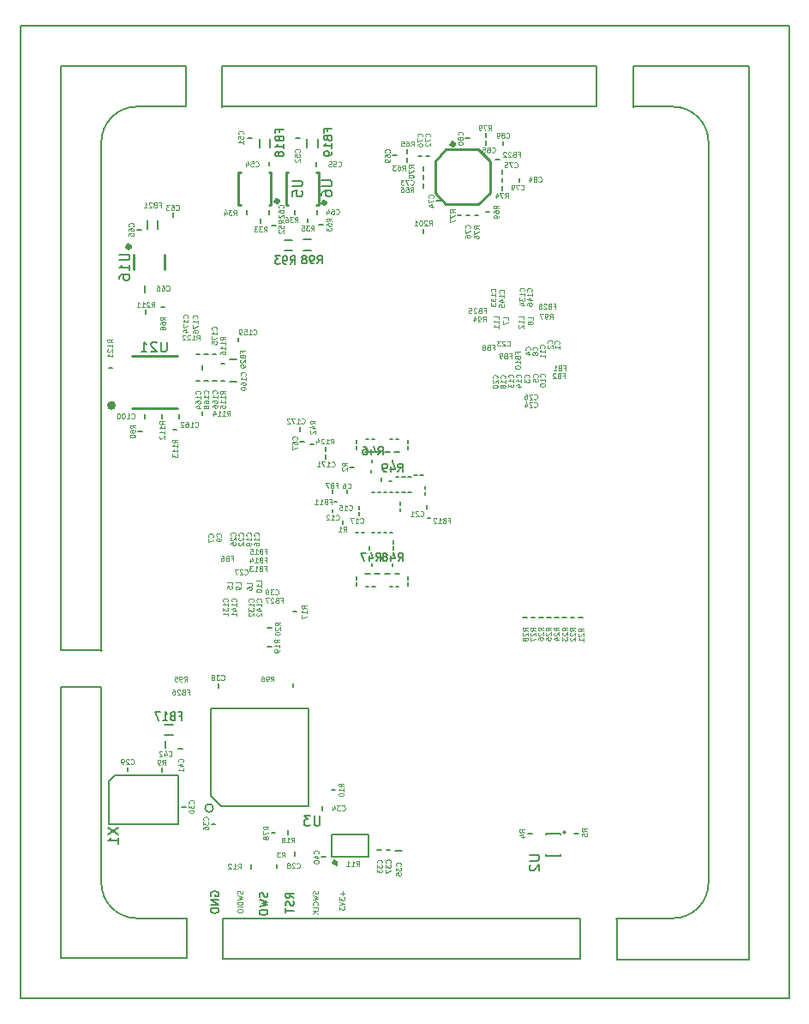
<source format=gbo>
G04 #@! TF.FileFunction,Legend,Bot*
%FSLAX46Y46*%
G04 Gerber Fmt 4.6, Leading zero omitted, Abs format (unit mm)*
G04 Created by KiCad (PCBNEW 4.0.7-e2-6376~61~ubuntu18.04.1) date Mon Jul 28 12:50:59 2025*
%MOMM*%
%LPD*%
G01*
G04 APERTURE LIST*
%ADD10C,0.150000*%
%ADD11C,0.200000*%
%ADD12C,0.250000*%
%ADD13C,0.500000*%
%ADD14C,0.300000*%
%ADD15C,0.195580*%
%ADD16C,0.200660*%
%ADD17C,0.400000*%
%ADD18C,0.398780*%
%ADD19C,0.254000*%
%ADD20C,0.152400*%
%ADD21C,0.125000*%
%ADD22C,0.100000*%
G04 APERTURE END LIST*
D10*
D11*
X103057960Y-146451320D02*
X103080820Y-146451320D01*
X103057960Y-50419000D02*
X103057960Y-146451320D01*
X103060500Y-50416460D02*
X103060500Y-50449480D01*
X178968400Y-50416460D02*
X103060500Y-50416460D01*
X178968400Y-50464720D02*
X178968400Y-50416460D01*
X178968400Y-146451320D02*
X178968400Y-50464720D01*
X103060500Y-146451320D02*
X178968400Y-146451320D01*
X174990760Y-59098180D02*
X175021240Y-59098180D01*
X174980600Y-135610600D02*
X175011080Y-135610600D01*
X109440980Y-146453860D02*
X109440980Y-146423380D01*
X103024940Y-135171180D02*
X103055420Y-135171180D01*
X103035100Y-58658760D02*
X103065580Y-58658760D01*
X173918880Y-50416460D02*
X173918880Y-50446940D01*
X112339120Y-50391060D02*
X112339120Y-50421540D01*
X107020360Y-115686840D02*
X107015280Y-115686840D01*
X107020360Y-142471140D02*
X107020360Y-115686840D01*
X119473980Y-142471140D02*
X107020360Y-142471140D01*
X107015280Y-115686840D02*
X107015280Y-142311120D01*
X107035600Y-112087660D02*
X107027980Y-112087660D01*
X107035600Y-54394100D02*
X107035600Y-112087660D01*
X119402860Y-54394100D02*
X107035600Y-54394100D01*
X122989340Y-54394100D02*
X122989340Y-54424580D01*
X159984440Y-54394100D02*
X122989340Y-54394100D01*
X163581080Y-54416960D02*
X163581080Y-54432200D01*
X174983140Y-54416960D02*
X163581080Y-54416960D01*
X174983140Y-142575280D02*
X174983140Y-54416960D01*
X174983140Y-142580360D02*
X161945320Y-142580360D01*
X174983140Y-134713980D02*
X174983140Y-142580360D01*
X123068080Y-142476220D02*
X123068080Y-142483840D01*
X158335980Y-142519400D02*
X123070620Y-142519400D01*
X161932620Y-138523980D02*
X161932620Y-138529060D01*
X167510460Y-138523980D02*
X161932620Y-138523980D01*
X122994420Y-58392060D02*
X122994420Y-58397140D01*
X159989520Y-58392060D02*
X122994420Y-58392060D01*
X163586160Y-58402220D02*
X163586160Y-58392060D01*
X167497760Y-58402220D02*
X163586160Y-58402220D01*
X119402860Y-58397140D02*
X114523520Y-58397140D01*
X119473980Y-138523980D02*
X119473980Y-138526520D01*
X114551460Y-138523980D02*
X119473980Y-138523980D01*
X161948640Y-142583520D02*
X161948640Y-138583520D01*
X158334220Y-142517480D02*
X158334220Y-138517480D01*
X158335980Y-138529060D02*
X137594340Y-138529060D01*
X161935160Y-138526520D02*
X161935160Y-138529060D01*
X159985220Y-58395220D02*
X159985220Y-54395220D01*
X163581860Y-58423160D02*
X163581860Y-54423160D01*
X163583620Y-58394600D02*
X163583620Y-58392060D01*
X123070620Y-138521440D02*
X123070620Y-138523980D01*
X151724360Y-138521440D02*
X123070620Y-138521440D01*
X111031020Y-115684300D02*
X111036100Y-115684300D01*
X111031020Y-135016240D02*
X111031020Y-115684300D01*
X111033560Y-112097820D02*
X111036100Y-112097820D01*
X111033560Y-61899800D02*
X111033560Y-112097820D01*
X122996960Y-58399680D02*
X122996960Y-58397140D01*
X111055770Y-112088150D02*
X107055770Y-112088150D01*
X111010050Y-115687330D02*
X107010050Y-115687330D01*
X119469680Y-142471760D02*
X119469680Y-138471760D01*
X123068860Y-142517480D02*
X123068860Y-138517480D01*
X122990120Y-58413000D02*
X122990120Y-54413000D01*
X119398560Y-58400300D02*
X119398560Y-54400300D01*
X111031830Y-135023010D02*
G75*
G03X114534130Y-138520710I3500000J2300D01*
G01*
X167515960Y-138521900D02*
G75*
G03X171013660Y-135019600I-2300J3500000D01*
G01*
X114530720Y-58399220D02*
G75*
G03X111033020Y-61901520I2300J-3500000D01*
G01*
X171011040Y-61899380D02*
G75*
G03X167508740Y-58401680I-3500000J-2300D01*
G01*
X171013120Y-61905020D02*
X171013120Y-135000000D01*
D12*
X114045300Y-88131180D02*
X118545300Y-88131180D01*
X114045300Y-83031180D02*
X118545300Y-83031180D01*
D13*
X112214128Y-87892580D02*
G75*
G03X112214128Y-87892580I-186028J0D01*
G01*
D14*
X134224721Y-132990960D02*
G75*
G03X134224721Y-132990960I-141421J0D01*
G01*
D11*
X133822900Y-130220680D02*
X137422900Y-130220680D01*
X137422900Y-130220680D02*
X137422900Y-132420680D01*
X137422900Y-132420680D02*
X133822900Y-132420680D01*
X133822900Y-132420680D02*
X133822900Y-130220680D01*
D15*
X132551450Y-70078290D02*
X132947690Y-70078290D01*
X131399570Y-69430170D02*
X131399570Y-69826410D01*
X126719570Y-69500170D02*
X126719570Y-69896410D01*
X125429570Y-68605170D02*
X125429570Y-69001410D01*
X127620000Y-64248120D02*
X127620000Y-63851880D01*
X125511450Y-61498290D02*
X125907690Y-61498290D01*
X127871450Y-70153290D02*
X128267690Y-70153290D01*
X132300000Y-64298120D02*
X132300000Y-63901880D01*
X130216450Y-61518290D02*
X130612690Y-61518290D01*
X130109570Y-68605170D02*
X130109570Y-69001410D01*
X127619570Y-69016410D02*
X127619570Y-68620170D01*
X132309570Y-68996410D02*
X132309570Y-68600170D01*
D16*
X129103290Y-71540010D02*
X129900850Y-71540010D01*
X129103290Y-72616970D02*
X129900850Y-72616970D01*
X131780850Y-72591570D02*
X130983290Y-72591570D01*
X131780850Y-71514610D02*
X130983290Y-71514610D01*
X126638790Y-62397070D02*
X126638790Y-61599510D01*
X127715750Y-62397070D02*
X127715750Y-61599510D01*
X131333790Y-62417070D02*
X131333790Y-61619510D01*
X132410750Y-62417070D02*
X132410750Y-61619510D01*
D17*
X128505499Y-67733290D02*
G75*
G03X128505499Y-67733290I-136689J0D01*
G01*
D12*
X124792490Y-68063490D02*
X124594370Y-68063490D01*
X124792490Y-64863090D02*
X124594370Y-64863090D01*
X127794770Y-64863090D02*
X127596650Y-64863090D01*
X127794770Y-68063490D02*
X127596650Y-68063490D01*
X124594570Y-68063290D02*
X124594570Y-64863290D01*
X127794570Y-68063290D02*
X127794570Y-64863290D01*
D17*
X133165019Y-67895530D02*
G75*
G03X133165019Y-67895530I-136689J0D01*
G01*
D12*
X129482490Y-68083490D02*
X129284370Y-68083490D01*
X129482490Y-64883090D02*
X129284370Y-64883090D01*
X132484770Y-64883090D02*
X132286650Y-64883090D01*
X132484770Y-68083490D02*
X132286650Y-68083490D01*
X129284570Y-68083290D02*
X129284570Y-64883290D01*
X132484570Y-68083290D02*
X132484570Y-64883290D01*
D15*
X120377180Y-82856180D02*
X120773420Y-82856180D01*
X121598420Y-85441180D02*
X121202180Y-85441180D01*
X120768420Y-85441180D02*
X120372180Y-85441180D01*
X122022180Y-85441180D02*
X122418420Y-85441180D01*
X118735300Y-88748060D02*
X118735300Y-89144300D01*
X115295300Y-88748060D02*
X115295300Y-89144300D01*
X124526040Y-81211420D02*
X124526040Y-81607660D01*
X117030300Y-88748060D02*
X117030300Y-89144300D01*
X118087140Y-90274140D02*
X118483380Y-90274140D01*
X120975120Y-88864440D02*
X120975120Y-88468200D01*
X121025300Y-83938060D02*
X121025300Y-84334300D01*
X111734600Y-84157820D02*
X112130840Y-84157820D01*
X122383420Y-82856180D02*
X121987180Y-82856180D01*
X121568420Y-82856180D02*
X121172180Y-82856180D01*
X114651880Y-90480000D02*
X115048120Y-90480000D01*
X123233420Y-85451180D02*
X122837180Y-85451180D01*
X122847100Y-83759040D02*
X123243340Y-83759040D01*
X123720860Y-83367880D02*
X124416820Y-83367880D01*
X123731020Y-85534500D02*
X124426980Y-85534500D01*
D18*
X145893776Y-62115320D02*
G75*
G03X145893776Y-62115320I-158236J0D01*
G01*
D19*
X144010880Y-63817120D02*
X144010880Y-66890520D01*
X144010880Y-66890520D02*
X145037040Y-68041140D01*
X145037040Y-68041140D02*
X148237440Y-68041140D01*
X148237440Y-68041140D02*
X149461720Y-66890520D01*
X149461720Y-66890520D02*
X149461720Y-63791720D01*
X149461720Y-63791720D02*
X148237440Y-62615700D01*
X148237440Y-62615700D02*
X145062440Y-62641100D01*
X145062440Y-62641100D02*
X144010880Y-63817120D01*
D15*
X150596300Y-66629640D02*
X150596300Y-66233400D01*
X150701300Y-61803400D02*
X150701300Y-62199640D01*
X149016300Y-61018400D02*
X149016300Y-61414640D01*
X149016300Y-61788400D02*
X149016300Y-62184640D01*
X150596300Y-65059640D02*
X150596300Y-64663400D01*
X144548120Y-67700000D02*
X144151880Y-67700000D01*
X142836300Y-65554640D02*
X142836300Y-65158400D01*
X147053180Y-69106520D02*
X147449420Y-69106520D01*
X147903180Y-69101520D02*
X148299420Y-69101520D01*
X146208180Y-69101520D02*
X146604420Y-69101520D01*
X142836300Y-64333400D02*
X142836300Y-64729640D01*
X147428120Y-61500000D02*
X147031880Y-61500000D01*
X150339420Y-63611520D02*
X149943180Y-63611520D01*
X149399420Y-68746520D02*
X149003180Y-68746520D01*
X142836300Y-66399640D02*
X142836300Y-66003400D01*
X150596300Y-65438400D02*
X150596300Y-65834640D01*
X152311300Y-65438400D02*
X152311300Y-65834640D01*
X140209420Y-63231520D02*
X139813180Y-63231520D01*
X141261300Y-63488400D02*
X141261300Y-63884640D01*
X141276300Y-62598400D02*
X141276300Y-62994640D01*
X142694420Y-63241520D02*
X142298180Y-63241520D01*
X143479420Y-63241520D02*
X143083180Y-63241520D01*
X142850000Y-70868120D02*
X142850000Y-70471880D01*
X132880000Y-127878120D02*
X132880000Y-127481880D01*
X127848120Y-109880000D02*
X127451880Y-109880000D01*
X127421880Y-111730000D02*
X127818120Y-111730000D01*
X129970000Y-115321880D02*
X129970000Y-115718120D01*
X122580000Y-115351880D02*
X122580000Y-115748120D01*
X121902220Y-129227580D02*
X122298460Y-129227580D01*
X129482560Y-130221560D02*
X129482560Y-129825320D01*
X139163660Y-131760100D02*
X139559900Y-131760100D01*
X138277200Y-131752480D02*
X138673440Y-131752480D01*
X113649360Y-123604280D02*
X113649360Y-124000520D01*
X118971240Y-127552400D02*
X119367480Y-127552400D01*
X132770480Y-132420500D02*
X133166720Y-132420500D01*
X153578120Y-130130000D02*
X153181880Y-130130000D01*
X158178120Y-130130000D02*
X157781880Y-130130000D01*
X118649200Y-121765220D02*
X119045440Y-121765220D01*
X116989360Y-124045520D02*
X116989360Y-123649280D01*
X128218120Y-130080000D02*
X127821880Y-130080000D01*
X140070440Y-131854080D02*
X140766400Y-131854080D01*
X117350000Y-120982020D02*
X117350000Y-121677980D01*
D16*
X118111100Y-120466000D02*
X117313540Y-120466000D01*
X118111100Y-119389040D02*
X117313540Y-119389040D01*
D10*
X111804360Y-129197400D02*
X111804360Y-124997400D01*
X111804360Y-124997400D02*
X112404360Y-124397400D01*
X112404360Y-124397400D02*
X118604360Y-124397400D01*
X118604360Y-124397400D02*
X118604360Y-129197400D01*
X118604360Y-129197400D02*
X111804360Y-129197400D01*
X122080520Y-127645740D02*
G75*
G03X122080520Y-127645740I-400000J0D01*
G01*
X121880520Y-126445740D02*
X122880520Y-127445740D01*
X122880520Y-127445740D02*
X131480520Y-127445740D01*
X131480520Y-127445740D02*
X131480520Y-117845740D01*
X131480520Y-117845740D02*
X121880520Y-117845740D01*
X121880520Y-117845740D02*
X121880520Y-126445740D01*
D15*
X155438120Y-108820000D02*
X155041880Y-108820000D01*
X154658120Y-108820000D02*
X154261880Y-108820000D01*
X153878120Y-108820000D02*
X153481880Y-108820000D01*
X153098120Y-108820000D02*
X152701880Y-108820000D01*
X158558120Y-108820000D02*
X158161880Y-108820000D01*
X157778120Y-108820000D02*
X157381880Y-108820000D01*
X156998120Y-108820000D02*
X156601880Y-108820000D01*
X156218120Y-108820000D02*
X155821880Y-108820000D01*
X130348120Y-108260000D02*
X129951880Y-108260000D01*
X114990850Y-70529430D02*
X114594610Y-70529430D01*
X116911880Y-78210000D02*
X117308120Y-78210000D01*
X118090000Y-69278120D02*
X118090000Y-68881880D01*
X115327810Y-76750030D02*
X115327810Y-76054070D01*
D16*
X115561950Y-70433210D02*
X115561950Y-69635650D01*
X116638910Y-70433210D02*
X116638910Y-69635650D01*
D13*
X113836923Y-72223370D02*
G75*
G03X113836923Y-72223370I-115953J0D01*
G01*
D12*
X117242810Y-72977050D02*
X117242810Y-74477050D01*
X114242810Y-72977050D02*
X114242810Y-74477050D01*
D15*
X125840000Y-133638120D02*
X125840000Y-133241880D01*
X134290000Y-132941880D02*
X134290000Y-133338120D01*
X134158120Y-125850000D02*
X133761880Y-125850000D01*
X128340000Y-133171880D02*
X128340000Y-133568120D01*
X130180000Y-131981880D02*
X130180000Y-132378120D01*
X133223000Y-92362020D02*
X133223000Y-91965780D01*
X130616960Y-90418920D02*
X130616960Y-90022680D01*
X133223000Y-93136720D02*
X133223000Y-92740480D01*
D11*
X138782520Y-94209280D02*
X138782520Y-93909280D01*
X136219660Y-105695160D02*
X136219660Y-105395160D01*
X143237540Y-99014820D02*
X143537540Y-99014820D01*
D15*
X137057860Y-92489560D02*
X137555700Y-92489560D01*
X138016660Y-92489940D02*
X138514500Y-92489940D01*
X139049220Y-92489560D02*
X139547060Y-92489560D01*
X140006800Y-92489560D02*
X140504640Y-92489560D01*
D11*
X140126300Y-96484580D02*
X140426300Y-96484580D01*
X141026300Y-94984580D02*
X140726300Y-94984580D01*
X140726300Y-96484580D02*
X141026300Y-96484580D01*
X141626300Y-94984580D02*
X141326300Y-94984580D01*
X141326300Y-96484580D02*
X141626300Y-96484580D01*
X138676300Y-95334580D02*
X138676300Y-95034580D01*
X139726300Y-95384580D02*
X139426300Y-95384580D01*
X137676300Y-94234580D02*
X137676300Y-94534580D01*
X137726300Y-96484580D02*
X138026300Y-96484580D01*
X138326300Y-96484580D02*
X138626300Y-96484580D01*
X139526300Y-96484580D02*
X139826300Y-96484580D01*
X138926300Y-96484580D02*
X139226300Y-96484580D01*
X140576300Y-97434580D02*
X140576300Y-97734580D01*
X140576300Y-98034580D02*
X140576300Y-98334580D01*
X142826300Y-94784580D02*
X142526300Y-94784580D01*
X142226300Y-94784580D02*
X141926300Y-94784580D01*
X142976300Y-95834580D02*
X142976300Y-96134580D01*
X142976300Y-96434580D02*
X142976300Y-96734580D01*
X140426300Y-94984580D02*
X140126300Y-94984580D01*
X141354840Y-92208140D02*
X141354840Y-91908140D01*
X136219660Y-91910300D02*
X136219660Y-92210300D01*
X141354840Y-91308140D02*
X141354840Y-91608140D01*
X136219680Y-91608140D02*
X136219680Y-91308140D01*
X140408140Y-91194080D02*
X140108140Y-91194080D01*
X139808140Y-91194080D02*
X139508140Y-91194080D01*
D15*
X135578180Y-93984580D02*
X135974420Y-93984580D01*
D11*
X135283920Y-96552360D02*
X135283920Y-96252360D01*
X133883920Y-96552360D02*
X133883920Y-96252360D01*
X133883920Y-98152360D02*
X133883920Y-98452360D01*
X134333920Y-97402360D02*
X134033920Y-97402360D01*
X137036460Y-100487120D02*
X136736460Y-100487120D01*
X136436460Y-100487120D02*
X136136460Y-100487120D01*
X137486460Y-101837120D02*
X137486460Y-102137120D01*
X139836460Y-100487120D02*
X139536460Y-100487120D01*
X139236460Y-100487120D02*
X138936460Y-100487120D01*
X138636460Y-100487120D02*
X138336460Y-100487120D01*
X138036460Y-100487120D02*
X137736460Y-100487120D01*
X139895040Y-102766540D02*
X139895040Y-102466540D01*
X139886460Y-101537120D02*
X139886460Y-101237120D01*
X139886460Y-102137120D02*
X139886460Y-101837120D01*
D15*
X140517340Y-104513920D02*
X140019500Y-104513920D01*
X139557220Y-104513920D02*
X139059380Y-104513920D01*
X137568400Y-104516460D02*
X137070560Y-104516460D01*
X138523440Y-104516460D02*
X138025600Y-104516460D01*
D11*
X139521520Y-105809320D02*
X139821520Y-105809320D01*
X137164400Y-105809320D02*
X137464400Y-105809320D01*
X141353000Y-105093180D02*
X141353000Y-104793180D01*
X136219660Y-104795720D02*
X136219660Y-105095720D01*
X141353000Y-105397700D02*
X141353000Y-105697700D01*
X140120960Y-105811860D02*
X140420960Y-105811860D01*
X136486460Y-98152360D02*
X136486460Y-97852360D01*
X136486460Y-98752360D02*
X136486460Y-98452360D01*
X134863300Y-99278840D02*
X134863300Y-99578840D01*
X143156400Y-98052300D02*
X143156400Y-97752300D01*
X138787600Y-102791660D02*
X138787600Y-103091660D01*
X137766380Y-105809320D02*
X138066380Y-105809320D01*
X137454240Y-91194160D02*
X137154240Y-91194160D01*
X138053680Y-91194160D02*
X137753680Y-91194160D01*
D15*
X131056380Y-91455240D02*
X130660140Y-91455240D01*
X132039360Y-91719400D02*
X131643120Y-91719400D01*
X115430000Y-78858120D02*
X115430000Y-78461880D01*
D11*
X137787380Y-103474380D02*
X137787380Y-103774380D01*
X137784840Y-93525480D02*
X137784840Y-93225480D01*
X139788900Y-103476920D02*
X139788900Y-103776920D01*
X139786360Y-93522940D02*
X139786360Y-93222940D01*
X156385000Y-130130000D02*
X156385000Y-130230000D01*
X156385000Y-132330000D02*
X156385000Y-132230000D01*
X154935000Y-132330000D02*
X154935000Y-132230000D01*
X154935000Y-130130000D02*
X154935000Y-130230000D01*
X156385000Y-132330000D02*
X154935000Y-132330000D01*
X156385000Y-130130000D02*
X154935000Y-130130000D01*
D20*
X156915977Y-130040280D02*
G75*
G03X156915977Y-130040280I-146017J0D01*
G01*
D11*
X117488815Y-81613761D02*
X117488815Y-82423285D01*
X117441196Y-82518523D01*
X117393577Y-82566142D01*
X117298339Y-82613761D01*
X117107862Y-82613761D01*
X117012624Y-82566142D01*
X116965005Y-82518523D01*
X116917386Y-82423285D01*
X116917386Y-81613761D01*
X116488815Y-81708999D02*
X116441196Y-81661380D01*
X116345958Y-81613761D01*
X116107862Y-81613761D01*
X116012624Y-81661380D01*
X115965005Y-81708999D01*
X115917386Y-81804237D01*
X115917386Y-81899475D01*
X115965005Y-82042332D01*
X116536434Y-82613761D01*
X115917386Y-82613761D01*
X114965005Y-82613761D02*
X115536434Y-82613761D01*
X115250720Y-82613761D02*
X115250720Y-81613761D01*
X115345958Y-81756618D01*
X115441196Y-81851856D01*
X115536434Y-81899475D01*
D21*
X133764150Y-69711452D02*
X133526055Y-69544785D01*
X133764150Y-69425738D02*
X133264150Y-69425738D01*
X133264150Y-69616214D01*
X133287960Y-69663833D01*
X133311770Y-69687642D01*
X133359389Y-69711452D01*
X133430817Y-69711452D01*
X133478436Y-69687642D01*
X133502246Y-69663833D01*
X133526055Y-69616214D01*
X133526055Y-69425738D01*
X133264150Y-70163833D02*
X133264150Y-69925738D01*
X133502246Y-69901928D01*
X133478436Y-69925738D01*
X133454627Y-69973357D01*
X133454627Y-70092404D01*
X133478436Y-70140023D01*
X133502246Y-70163833D01*
X133549865Y-70187642D01*
X133668912Y-70187642D01*
X133716531Y-70163833D01*
X133740341Y-70140023D01*
X133764150Y-70092404D01*
X133764150Y-69973357D01*
X133740341Y-69925738D01*
X133716531Y-69901928D01*
X133264150Y-70354309D02*
X133264150Y-70663832D01*
X133454627Y-70497166D01*
X133454627Y-70568594D01*
X133478436Y-70616213D01*
X133502246Y-70640023D01*
X133549865Y-70663832D01*
X133668912Y-70663832D01*
X133716531Y-70640023D01*
X133740341Y-70616213D01*
X133764150Y-70568594D01*
X133764150Y-70425737D01*
X133740341Y-70378118D01*
X133716531Y-70354309D01*
X131754118Y-70637040D02*
X131920785Y-70398945D01*
X132039832Y-70637040D02*
X132039832Y-70137040D01*
X131849356Y-70137040D01*
X131801737Y-70160850D01*
X131777928Y-70184660D01*
X131754118Y-70232279D01*
X131754118Y-70303707D01*
X131777928Y-70351326D01*
X131801737Y-70375136D01*
X131849356Y-70398945D01*
X132039832Y-70398945D01*
X131587451Y-70137040D02*
X131277928Y-70137040D01*
X131444594Y-70327517D01*
X131373166Y-70327517D01*
X131325547Y-70351326D01*
X131301737Y-70375136D01*
X131277928Y-70422755D01*
X131277928Y-70541802D01*
X131301737Y-70589421D01*
X131325547Y-70613231D01*
X131373166Y-70637040D01*
X131516023Y-70637040D01*
X131563642Y-70613231D01*
X131587451Y-70589421D01*
X130825547Y-70137040D02*
X131063642Y-70137040D01*
X131087452Y-70375136D01*
X131063642Y-70351326D01*
X131016023Y-70327517D01*
X130896976Y-70327517D01*
X130849357Y-70351326D01*
X130825547Y-70375136D01*
X130801738Y-70422755D01*
X130801738Y-70541802D01*
X130825547Y-70589421D01*
X130849357Y-70613231D01*
X130896976Y-70637040D01*
X131016023Y-70637040D01*
X131063642Y-70613231D01*
X131087452Y-70589421D01*
X127092828Y-70761990D02*
X127259495Y-70523895D01*
X127378542Y-70761990D02*
X127378542Y-70261990D01*
X127188066Y-70261990D01*
X127140447Y-70285800D01*
X127116638Y-70309610D01*
X127092828Y-70357229D01*
X127092828Y-70428657D01*
X127116638Y-70476276D01*
X127140447Y-70500086D01*
X127188066Y-70523895D01*
X127378542Y-70523895D01*
X126926161Y-70261990D02*
X126616638Y-70261990D01*
X126783304Y-70452467D01*
X126711876Y-70452467D01*
X126664257Y-70476276D01*
X126640447Y-70500086D01*
X126616638Y-70547705D01*
X126616638Y-70666752D01*
X126640447Y-70714371D01*
X126664257Y-70738181D01*
X126711876Y-70761990D01*
X126854733Y-70761990D01*
X126902352Y-70738181D01*
X126926161Y-70714371D01*
X126449971Y-70261990D02*
X126140448Y-70261990D01*
X126307114Y-70452467D01*
X126235686Y-70452467D01*
X126188067Y-70476276D01*
X126164257Y-70500086D01*
X126140448Y-70547705D01*
X126140448Y-70666752D01*
X126164257Y-70714371D01*
X126188067Y-70738181D01*
X126235686Y-70761990D01*
X126378543Y-70761990D01*
X126426162Y-70738181D01*
X126449971Y-70714371D01*
X124083318Y-69092720D02*
X124249985Y-68854625D01*
X124369032Y-69092720D02*
X124369032Y-68592720D01*
X124178556Y-68592720D01*
X124130937Y-68616530D01*
X124107128Y-68640340D01*
X124083318Y-68687959D01*
X124083318Y-68759387D01*
X124107128Y-68807006D01*
X124130937Y-68830816D01*
X124178556Y-68854625D01*
X124369032Y-68854625D01*
X123916651Y-68592720D02*
X123607128Y-68592720D01*
X123773794Y-68783197D01*
X123702366Y-68783197D01*
X123654747Y-68807006D01*
X123630937Y-68830816D01*
X123607128Y-68878435D01*
X123607128Y-68997482D01*
X123630937Y-69045101D01*
X123654747Y-69068911D01*
X123702366Y-69092720D01*
X123845223Y-69092720D01*
X123892842Y-69068911D01*
X123916651Y-69045101D01*
X123178557Y-68759387D02*
X123178557Y-69092720D01*
X123297604Y-68568911D02*
X123416652Y-68926054D01*
X123107128Y-68926054D01*
X126257168Y-64257691D02*
X126280978Y-64281501D01*
X126352406Y-64305310D01*
X126400025Y-64305310D01*
X126471454Y-64281501D01*
X126519073Y-64233882D01*
X126542882Y-64186263D01*
X126566692Y-64091025D01*
X126566692Y-64019596D01*
X126542882Y-63924358D01*
X126519073Y-63876739D01*
X126471454Y-63829120D01*
X126400025Y-63805310D01*
X126352406Y-63805310D01*
X126280978Y-63829120D01*
X126257168Y-63852930D01*
X125804787Y-63805310D02*
X126042882Y-63805310D01*
X126066692Y-64043406D01*
X126042882Y-64019596D01*
X125995263Y-63995787D01*
X125876216Y-63995787D01*
X125828597Y-64019596D01*
X125804787Y-64043406D01*
X125780978Y-64091025D01*
X125780978Y-64210072D01*
X125804787Y-64257691D01*
X125828597Y-64281501D01*
X125876216Y-64305310D01*
X125995263Y-64305310D01*
X126042882Y-64281501D01*
X126066692Y-64257691D01*
X125352407Y-63971977D02*
X125352407Y-64305310D01*
X125471454Y-63781501D02*
X125590502Y-64138644D01*
X125280978Y-64138644D01*
X125027581Y-61115602D02*
X125051391Y-61091792D01*
X125075200Y-61020364D01*
X125075200Y-60972745D01*
X125051391Y-60901316D01*
X125003772Y-60853697D01*
X124956153Y-60829888D01*
X124860915Y-60806078D01*
X124789486Y-60806078D01*
X124694248Y-60829888D01*
X124646629Y-60853697D01*
X124599010Y-60901316D01*
X124575200Y-60972745D01*
X124575200Y-61020364D01*
X124599010Y-61091792D01*
X124622820Y-61115602D01*
X124575200Y-61567983D02*
X124575200Y-61329888D01*
X124813296Y-61306078D01*
X124789486Y-61329888D01*
X124765677Y-61377507D01*
X124765677Y-61496554D01*
X124789486Y-61544173D01*
X124813296Y-61567983D01*
X124860915Y-61591792D01*
X124979962Y-61591792D01*
X125027581Y-61567983D01*
X125051391Y-61544173D01*
X125075200Y-61496554D01*
X125075200Y-61377507D01*
X125051391Y-61329888D01*
X125027581Y-61306078D01*
X125075200Y-62067982D02*
X125075200Y-61782268D01*
X125075200Y-61925125D02*
X124575200Y-61925125D01*
X124646629Y-61877506D01*
X124694248Y-61829887D01*
X124718058Y-61782268D01*
X129054990Y-69904492D02*
X128816895Y-69737825D01*
X129054990Y-69618778D02*
X128554990Y-69618778D01*
X128554990Y-69809254D01*
X128578800Y-69856873D01*
X128602610Y-69880682D01*
X128650229Y-69904492D01*
X128721657Y-69904492D01*
X128769276Y-69880682D01*
X128793086Y-69856873D01*
X128816895Y-69809254D01*
X128816895Y-69618778D01*
X128554990Y-70356873D02*
X128554990Y-70118778D01*
X128793086Y-70094968D01*
X128769276Y-70118778D01*
X128745467Y-70166397D01*
X128745467Y-70285444D01*
X128769276Y-70333063D01*
X128793086Y-70356873D01*
X128840705Y-70380682D01*
X128959752Y-70380682D01*
X129007371Y-70356873D01*
X129031181Y-70333063D01*
X129054990Y-70285444D01*
X129054990Y-70166397D01*
X129031181Y-70118778D01*
X129007371Y-70094968D01*
X128602610Y-70571158D02*
X128578800Y-70594968D01*
X128554990Y-70642587D01*
X128554990Y-70761634D01*
X128578800Y-70809253D01*
X128602610Y-70833063D01*
X128650229Y-70856872D01*
X128697848Y-70856872D01*
X128769276Y-70833063D01*
X129054990Y-70547349D01*
X129054990Y-70856872D01*
X134435968Y-64275471D02*
X134459778Y-64299281D01*
X134531206Y-64323090D01*
X134578825Y-64323090D01*
X134650254Y-64299281D01*
X134697873Y-64251662D01*
X134721682Y-64204043D01*
X134745492Y-64108805D01*
X134745492Y-64037376D01*
X134721682Y-63942138D01*
X134697873Y-63894519D01*
X134650254Y-63846900D01*
X134578825Y-63823090D01*
X134531206Y-63823090D01*
X134459778Y-63846900D01*
X134435968Y-63870710D01*
X133983587Y-63823090D02*
X134221682Y-63823090D01*
X134245492Y-64061186D01*
X134221682Y-64037376D01*
X134174063Y-64013567D01*
X134055016Y-64013567D01*
X134007397Y-64037376D01*
X133983587Y-64061186D01*
X133959778Y-64108805D01*
X133959778Y-64227852D01*
X133983587Y-64275471D01*
X134007397Y-64299281D01*
X134055016Y-64323090D01*
X134174063Y-64323090D01*
X134221682Y-64299281D01*
X134245492Y-64275471D01*
X133507397Y-63823090D02*
X133745492Y-63823090D01*
X133769302Y-64061186D01*
X133745492Y-64037376D01*
X133697873Y-64013567D01*
X133578826Y-64013567D01*
X133531207Y-64037376D01*
X133507397Y-64061186D01*
X133483588Y-64108805D01*
X133483588Y-64227852D01*
X133507397Y-64275471D01*
X133531207Y-64299281D01*
X133578826Y-64323090D01*
X133697873Y-64323090D01*
X133745492Y-64299281D01*
X133769302Y-64275471D01*
X130594871Y-62904252D02*
X130618681Y-62880442D01*
X130642490Y-62809014D01*
X130642490Y-62761395D01*
X130618681Y-62689966D01*
X130571062Y-62642347D01*
X130523443Y-62618538D01*
X130428205Y-62594728D01*
X130356776Y-62594728D01*
X130261538Y-62618538D01*
X130213919Y-62642347D01*
X130166300Y-62689966D01*
X130142490Y-62761395D01*
X130142490Y-62809014D01*
X130166300Y-62880442D01*
X130190110Y-62904252D01*
X130142490Y-63356633D02*
X130142490Y-63118538D01*
X130380586Y-63094728D01*
X130356776Y-63118538D01*
X130332967Y-63166157D01*
X130332967Y-63285204D01*
X130356776Y-63332823D01*
X130380586Y-63356633D01*
X130428205Y-63380442D01*
X130547252Y-63380442D01*
X130594871Y-63356633D01*
X130618681Y-63332823D01*
X130642490Y-63285204D01*
X130642490Y-63166157D01*
X130618681Y-63118538D01*
X130594871Y-63094728D01*
X130190110Y-63570918D02*
X130166300Y-63594728D01*
X130142490Y-63642347D01*
X130142490Y-63761394D01*
X130166300Y-63809013D01*
X130190110Y-63832823D01*
X130237729Y-63856632D01*
X130285348Y-63856632D01*
X130356776Y-63832823D01*
X130642490Y-63547109D01*
X130642490Y-63856632D01*
X130156068Y-69812030D02*
X130322735Y-69573935D01*
X130441782Y-69812030D02*
X130441782Y-69312030D01*
X130251306Y-69312030D01*
X130203687Y-69335840D01*
X130179878Y-69359650D01*
X130156068Y-69407269D01*
X130156068Y-69478697D01*
X130179878Y-69526316D01*
X130203687Y-69550126D01*
X130251306Y-69573935D01*
X130441782Y-69573935D01*
X129989401Y-69312030D02*
X129679878Y-69312030D01*
X129846544Y-69502507D01*
X129775116Y-69502507D01*
X129727497Y-69526316D01*
X129703687Y-69550126D01*
X129679878Y-69597745D01*
X129679878Y-69716792D01*
X129703687Y-69764411D01*
X129727497Y-69788221D01*
X129775116Y-69812030D01*
X129917973Y-69812030D01*
X129965592Y-69788221D01*
X129989401Y-69764411D01*
X129251307Y-69312030D02*
X129346545Y-69312030D01*
X129394164Y-69335840D01*
X129417973Y-69359650D01*
X129465592Y-69431078D01*
X129489402Y-69526316D01*
X129489402Y-69716792D01*
X129465592Y-69764411D01*
X129441783Y-69788221D01*
X129394164Y-69812030D01*
X129298926Y-69812030D01*
X129251307Y-69788221D01*
X129227497Y-69764411D01*
X129203688Y-69716792D01*
X129203688Y-69597745D01*
X129227497Y-69550126D01*
X129251307Y-69526316D01*
X129298926Y-69502507D01*
X129394164Y-69502507D01*
X129441783Y-69526316D01*
X129465592Y-69550126D01*
X129489402Y-69597745D01*
X128984511Y-68395732D02*
X129008321Y-68371922D01*
X129032130Y-68300494D01*
X129032130Y-68252875D01*
X129008321Y-68181446D01*
X128960702Y-68133827D01*
X128913083Y-68110018D01*
X128817845Y-68086208D01*
X128746416Y-68086208D01*
X128651178Y-68110018D01*
X128603559Y-68133827D01*
X128555940Y-68181446D01*
X128532130Y-68252875D01*
X128532130Y-68300494D01*
X128555940Y-68371922D01*
X128579750Y-68395732D01*
X128532130Y-68824303D02*
X128532130Y-68729065D01*
X128555940Y-68681446D01*
X128579750Y-68657637D01*
X128651178Y-68610018D01*
X128746416Y-68586208D01*
X128936892Y-68586208D01*
X128984511Y-68610018D01*
X129008321Y-68633827D01*
X129032130Y-68681446D01*
X129032130Y-68776684D01*
X129008321Y-68824303D01*
X128984511Y-68848113D01*
X128936892Y-68871922D01*
X128817845Y-68871922D01*
X128770226Y-68848113D01*
X128746416Y-68824303D01*
X128722607Y-68776684D01*
X128722607Y-68681446D01*
X128746416Y-68633827D01*
X128770226Y-68610018D01*
X128817845Y-68586208D01*
X128579750Y-69062398D02*
X128555940Y-69086208D01*
X128532130Y-69133827D01*
X128532130Y-69252874D01*
X128555940Y-69300493D01*
X128579750Y-69324303D01*
X128627369Y-69348112D01*
X128674988Y-69348112D01*
X128746416Y-69324303D01*
X129032130Y-69038589D01*
X129032130Y-69348112D01*
X134215378Y-68968901D02*
X134239188Y-68992711D01*
X134310616Y-69016520D01*
X134358235Y-69016520D01*
X134429664Y-68992711D01*
X134477283Y-68945092D01*
X134501092Y-68897473D01*
X134524902Y-68802235D01*
X134524902Y-68730806D01*
X134501092Y-68635568D01*
X134477283Y-68587949D01*
X134429664Y-68540330D01*
X134358235Y-68516520D01*
X134310616Y-68516520D01*
X134239188Y-68540330D01*
X134215378Y-68564140D01*
X133786807Y-68516520D02*
X133882045Y-68516520D01*
X133929664Y-68540330D01*
X133953473Y-68564140D01*
X134001092Y-68635568D01*
X134024902Y-68730806D01*
X134024902Y-68921282D01*
X134001092Y-68968901D01*
X133977283Y-68992711D01*
X133929664Y-69016520D01*
X133834426Y-69016520D01*
X133786807Y-68992711D01*
X133762997Y-68968901D01*
X133739188Y-68921282D01*
X133739188Y-68802235D01*
X133762997Y-68754616D01*
X133786807Y-68730806D01*
X133834426Y-68706997D01*
X133929664Y-68706997D01*
X133977283Y-68730806D01*
X134001092Y-68754616D01*
X134024902Y-68802235D01*
X133310617Y-68683187D02*
X133310617Y-69016520D01*
X133429664Y-68492711D02*
X133548712Y-68849854D01*
X133239188Y-68849854D01*
D11*
X129703766Y-73940625D02*
X129970433Y-73559672D01*
X130160909Y-73940625D02*
X130160909Y-73140625D01*
X129856147Y-73140625D01*
X129779956Y-73178720D01*
X129741861Y-73216815D01*
X129703766Y-73293006D01*
X129703766Y-73407291D01*
X129741861Y-73483482D01*
X129779956Y-73521577D01*
X129856147Y-73559672D01*
X130160909Y-73559672D01*
X129322814Y-73940625D02*
X129170433Y-73940625D01*
X129094242Y-73902530D01*
X129056147Y-73864434D01*
X128979956Y-73750149D01*
X128941861Y-73597768D01*
X128941861Y-73293006D01*
X128979956Y-73216815D01*
X129018052Y-73178720D01*
X129094242Y-73140625D01*
X129246623Y-73140625D01*
X129322814Y-73178720D01*
X129360909Y-73216815D01*
X129399004Y-73293006D01*
X129399004Y-73483482D01*
X129360909Y-73559672D01*
X129322814Y-73597768D01*
X129246623Y-73635863D01*
X129094242Y-73635863D01*
X129018052Y-73597768D01*
X128979956Y-73559672D01*
X128941861Y-73483482D01*
X128675194Y-73140625D02*
X128179956Y-73140625D01*
X128446623Y-73445387D01*
X128332337Y-73445387D01*
X128256147Y-73483482D01*
X128218051Y-73521577D01*
X128179956Y-73597768D01*
X128179956Y-73788244D01*
X128218051Y-73864434D01*
X128256147Y-73902530D01*
X128332337Y-73940625D01*
X128560909Y-73940625D01*
X128637099Y-73902530D01*
X128675194Y-73864434D01*
X132363146Y-73887285D02*
X132629813Y-73506332D01*
X132820289Y-73887285D02*
X132820289Y-73087285D01*
X132515527Y-73087285D01*
X132439336Y-73125380D01*
X132401241Y-73163475D01*
X132363146Y-73239666D01*
X132363146Y-73353951D01*
X132401241Y-73430142D01*
X132439336Y-73468237D01*
X132515527Y-73506332D01*
X132820289Y-73506332D01*
X131982194Y-73887285D02*
X131829813Y-73887285D01*
X131753622Y-73849190D01*
X131715527Y-73811094D01*
X131639336Y-73696809D01*
X131601241Y-73544428D01*
X131601241Y-73239666D01*
X131639336Y-73163475D01*
X131677432Y-73125380D01*
X131753622Y-73087285D01*
X131906003Y-73087285D01*
X131982194Y-73125380D01*
X132020289Y-73163475D01*
X132058384Y-73239666D01*
X132058384Y-73430142D01*
X132020289Y-73506332D01*
X131982194Y-73544428D01*
X131906003Y-73582523D01*
X131753622Y-73582523D01*
X131677432Y-73544428D01*
X131639336Y-73506332D01*
X131601241Y-73430142D01*
X131144098Y-73430142D02*
X131220289Y-73392047D01*
X131258384Y-73353951D01*
X131296479Y-73277761D01*
X131296479Y-73239666D01*
X131258384Y-73163475D01*
X131220289Y-73125380D01*
X131144098Y-73087285D01*
X130991717Y-73087285D01*
X130915527Y-73125380D01*
X130877431Y-73163475D01*
X130839336Y-73239666D01*
X130839336Y-73277761D01*
X130877431Y-73353951D01*
X130915527Y-73392047D01*
X130991717Y-73430142D01*
X131144098Y-73430142D01*
X131220289Y-73468237D01*
X131258384Y-73506332D01*
X131296479Y-73582523D01*
X131296479Y-73734904D01*
X131258384Y-73811094D01*
X131220289Y-73849190D01*
X131144098Y-73887285D01*
X130991717Y-73887285D01*
X130915527Y-73849190D01*
X130877431Y-73811094D01*
X130839336Y-73734904D01*
X130839336Y-73582523D01*
X130877431Y-73506332D01*
X130915527Y-73468237D01*
X130991717Y-73430142D01*
X128616717Y-60915681D02*
X128616717Y-60649014D01*
X129035765Y-60649014D02*
X128235765Y-60649014D01*
X128235765Y-61029967D01*
X128616717Y-61601395D02*
X128654812Y-61715681D01*
X128692908Y-61753776D01*
X128769098Y-61791871D01*
X128883384Y-61791871D01*
X128959574Y-61753776D01*
X128997670Y-61715681D01*
X129035765Y-61639490D01*
X129035765Y-61334728D01*
X128235765Y-61334728D01*
X128235765Y-61601395D01*
X128273860Y-61677585D01*
X128311955Y-61715681D01*
X128388146Y-61753776D01*
X128464336Y-61753776D01*
X128540527Y-61715681D01*
X128578622Y-61677585D01*
X128616717Y-61601395D01*
X128616717Y-61334728D01*
X129035765Y-62553776D02*
X129035765Y-62096633D01*
X129035765Y-62325204D02*
X128235765Y-62325204D01*
X128350050Y-62249014D01*
X128426241Y-62172823D01*
X128464336Y-62096633D01*
X128578622Y-63010919D02*
X128540527Y-62934728D01*
X128502431Y-62896633D01*
X128426241Y-62858538D01*
X128388146Y-62858538D01*
X128311955Y-62896633D01*
X128273860Y-62934728D01*
X128235765Y-63010919D01*
X128235765Y-63163300D01*
X128273860Y-63239490D01*
X128311955Y-63277586D01*
X128388146Y-63315681D01*
X128426241Y-63315681D01*
X128502431Y-63277586D01*
X128540527Y-63239490D01*
X128578622Y-63163300D01*
X128578622Y-63010919D01*
X128616717Y-62934728D01*
X128654812Y-62896633D01*
X128731003Y-62858538D01*
X128883384Y-62858538D01*
X128959574Y-62896633D01*
X128997670Y-62934728D01*
X129035765Y-63010919D01*
X129035765Y-63163300D01*
X128997670Y-63239490D01*
X128959574Y-63277586D01*
X128883384Y-63315681D01*
X128731003Y-63315681D01*
X128654812Y-63277586D01*
X128616717Y-63239490D01*
X128578622Y-63163300D01*
X133399537Y-60844561D02*
X133399537Y-60577894D01*
X133818585Y-60577894D02*
X133018585Y-60577894D01*
X133018585Y-60958847D01*
X133399537Y-61530275D02*
X133437632Y-61644561D01*
X133475728Y-61682656D01*
X133551918Y-61720751D01*
X133666204Y-61720751D01*
X133742394Y-61682656D01*
X133780490Y-61644561D01*
X133818585Y-61568370D01*
X133818585Y-61263608D01*
X133018585Y-61263608D01*
X133018585Y-61530275D01*
X133056680Y-61606465D01*
X133094775Y-61644561D01*
X133170966Y-61682656D01*
X133247156Y-61682656D01*
X133323347Y-61644561D01*
X133361442Y-61606465D01*
X133399537Y-61530275D01*
X133399537Y-61263608D01*
X133818585Y-62482656D02*
X133818585Y-62025513D01*
X133818585Y-62254084D02*
X133018585Y-62254084D01*
X133132870Y-62177894D01*
X133209061Y-62101703D01*
X133247156Y-62025513D01*
X133818585Y-62863608D02*
X133818585Y-63015989D01*
X133780490Y-63092180D01*
X133742394Y-63130275D01*
X133628109Y-63206466D01*
X133475728Y-63244561D01*
X133170966Y-63244561D01*
X133094775Y-63206466D01*
X133056680Y-63168370D01*
X133018585Y-63092180D01*
X133018585Y-62939799D01*
X133056680Y-62863608D01*
X133094775Y-62825513D01*
X133170966Y-62787418D01*
X133361442Y-62787418D01*
X133437632Y-62825513D01*
X133475728Y-62863608D01*
X133513823Y-62939799D01*
X133513823Y-63092180D01*
X133475728Y-63168370D01*
X133437632Y-63206466D01*
X133361442Y-63244561D01*
X129893831Y-65706465D02*
X130703355Y-65706465D01*
X130798593Y-65754084D01*
X130846212Y-65801703D01*
X130893831Y-65896941D01*
X130893831Y-66087418D01*
X130846212Y-66182656D01*
X130798593Y-66230275D01*
X130703355Y-66277894D01*
X129893831Y-66277894D01*
X129893831Y-67230275D02*
X129893831Y-66754084D01*
X130370021Y-66706465D01*
X130322402Y-66754084D01*
X130274783Y-66849322D01*
X130274783Y-67087418D01*
X130322402Y-67182656D01*
X130370021Y-67230275D01*
X130465260Y-67277894D01*
X130703355Y-67277894D01*
X130798593Y-67230275D01*
X130846212Y-67182656D01*
X130893831Y-67087418D01*
X130893831Y-66849322D01*
X130846212Y-66754084D01*
X130798593Y-66706465D01*
X132792611Y-65681465D02*
X133602135Y-65681465D01*
X133697373Y-65729084D01*
X133744992Y-65776703D01*
X133792611Y-65871941D01*
X133792611Y-66062418D01*
X133744992Y-66157656D01*
X133697373Y-66205275D01*
X133602135Y-66252894D01*
X132792611Y-66252894D01*
X132792611Y-67157656D02*
X132792611Y-66967179D01*
X132840230Y-66871941D01*
X132887849Y-66824322D01*
X133030706Y-66729084D01*
X133221182Y-66681465D01*
X133602135Y-66681465D01*
X133697373Y-66729084D01*
X133744992Y-66776703D01*
X133792611Y-66871941D01*
X133792611Y-67062418D01*
X133744992Y-67157656D01*
X133697373Y-67205275D01*
X133602135Y-67252894D01*
X133364040Y-67252894D01*
X133268801Y-67205275D01*
X133221182Y-67157656D01*
X133173563Y-67062418D01*
X133173563Y-66871941D01*
X133221182Y-66776703D01*
X133268801Y-66729084D01*
X133364040Y-66681465D01*
D21*
X119553491Y-79267597D02*
X119577301Y-79243787D01*
X119601110Y-79172359D01*
X119601110Y-79124740D01*
X119577301Y-79053311D01*
X119529682Y-79005692D01*
X119482063Y-78981883D01*
X119386825Y-78958073D01*
X119315396Y-78958073D01*
X119220158Y-78981883D01*
X119172539Y-79005692D01*
X119124920Y-79053311D01*
X119101110Y-79124740D01*
X119101110Y-79172359D01*
X119124920Y-79243787D01*
X119148730Y-79267597D01*
X119601110Y-79743787D02*
X119601110Y-79458073D01*
X119601110Y-79600930D02*
X119101110Y-79600930D01*
X119172539Y-79553311D01*
X119220158Y-79505692D01*
X119243968Y-79458073D01*
X119101110Y-79910454D02*
X119101110Y-80243787D01*
X119601110Y-80029501D01*
X119267777Y-80648548D02*
X119601110Y-80648548D01*
X119077301Y-80529501D02*
X119434444Y-80410453D01*
X119434444Y-80719977D01*
X121588031Y-86732657D02*
X121611841Y-86708847D01*
X121635650Y-86637419D01*
X121635650Y-86589800D01*
X121611841Y-86518371D01*
X121564222Y-86470752D01*
X121516603Y-86446943D01*
X121421365Y-86423133D01*
X121349936Y-86423133D01*
X121254698Y-86446943D01*
X121207079Y-86470752D01*
X121159460Y-86518371D01*
X121135650Y-86589800D01*
X121135650Y-86637419D01*
X121159460Y-86708847D01*
X121183270Y-86732657D01*
X121635650Y-87208847D02*
X121635650Y-86923133D01*
X121635650Y-87065990D02*
X121135650Y-87065990D01*
X121207079Y-87018371D01*
X121254698Y-86970752D01*
X121278508Y-86923133D01*
X121135650Y-87637418D02*
X121135650Y-87542180D01*
X121159460Y-87494561D01*
X121183270Y-87470752D01*
X121254698Y-87423133D01*
X121349936Y-87399323D01*
X121540412Y-87399323D01*
X121588031Y-87423133D01*
X121611841Y-87446942D01*
X121635650Y-87494561D01*
X121635650Y-87589799D01*
X121611841Y-87637418D01*
X121588031Y-87661228D01*
X121540412Y-87685037D01*
X121421365Y-87685037D01*
X121373746Y-87661228D01*
X121349936Y-87637418D01*
X121326127Y-87589799D01*
X121326127Y-87494561D01*
X121349936Y-87446942D01*
X121373746Y-87423133D01*
X121421365Y-87399323D01*
X121349936Y-87970751D02*
X121326127Y-87923132D01*
X121302317Y-87899323D01*
X121254698Y-87875513D01*
X121230889Y-87875513D01*
X121183270Y-87899323D01*
X121159460Y-87923132D01*
X121135650Y-87970751D01*
X121135650Y-88065989D01*
X121159460Y-88113608D01*
X121183270Y-88137418D01*
X121230889Y-88161227D01*
X121254698Y-88161227D01*
X121302317Y-88137418D01*
X121326127Y-88113608D01*
X121349936Y-88065989D01*
X121349936Y-87970751D01*
X121373746Y-87923132D01*
X121397555Y-87899323D01*
X121445174Y-87875513D01*
X121540412Y-87875513D01*
X121588031Y-87899323D01*
X121611841Y-87923132D01*
X121635650Y-87970751D01*
X121635650Y-88065989D01*
X121611841Y-88113608D01*
X121588031Y-88137418D01*
X121540412Y-88161227D01*
X121445174Y-88161227D01*
X121397555Y-88137418D01*
X121373746Y-88113608D01*
X121349936Y-88065989D01*
X120787931Y-86755517D02*
X120811741Y-86731707D01*
X120835550Y-86660279D01*
X120835550Y-86612660D01*
X120811741Y-86541231D01*
X120764122Y-86493612D01*
X120716503Y-86469803D01*
X120621265Y-86445993D01*
X120549836Y-86445993D01*
X120454598Y-86469803D01*
X120406979Y-86493612D01*
X120359360Y-86541231D01*
X120335550Y-86612660D01*
X120335550Y-86660279D01*
X120359360Y-86731707D01*
X120383170Y-86755517D01*
X120835550Y-87231707D02*
X120835550Y-86945993D01*
X120835550Y-87088850D02*
X120335550Y-87088850D01*
X120406979Y-87041231D01*
X120454598Y-86993612D01*
X120478408Y-86945993D01*
X120335550Y-87660278D02*
X120335550Y-87565040D01*
X120359360Y-87517421D01*
X120383170Y-87493612D01*
X120454598Y-87445993D01*
X120549836Y-87422183D01*
X120740312Y-87422183D01*
X120787931Y-87445993D01*
X120811741Y-87469802D01*
X120835550Y-87517421D01*
X120835550Y-87612659D01*
X120811741Y-87660278D01*
X120787931Y-87684088D01*
X120740312Y-87707897D01*
X120621265Y-87707897D01*
X120573646Y-87684088D01*
X120549836Y-87660278D01*
X120526027Y-87612659D01*
X120526027Y-87517421D01*
X120549836Y-87469802D01*
X120573646Y-87445993D01*
X120621265Y-87422183D01*
X120502217Y-88136468D02*
X120835550Y-88136468D01*
X120311741Y-88017421D02*
X120668884Y-87898373D01*
X120668884Y-88207897D01*
X122446551Y-86709797D02*
X122470361Y-86685987D01*
X122494170Y-86614559D01*
X122494170Y-86566940D01*
X122470361Y-86495511D01*
X122422742Y-86447892D01*
X122375123Y-86424083D01*
X122279885Y-86400273D01*
X122208456Y-86400273D01*
X122113218Y-86424083D01*
X122065599Y-86447892D01*
X122017980Y-86495511D01*
X121994170Y-86566940D01*
X121994170Y-86614559D01*
X122017980Y-86685987D01*
X122041790Y-86709797D01*
X122494170Y-87185987D02*
X122494170Y-86900273D01*
X122494170Y-87043130D02*
X121994170Y-87043130D01*
X122065599Y-86995511D01*
X122113218Y-86947892D01*
X122137028Y-86900273D01*
X121994170Y-87614558D02*
X121994170Y-87519320D01*
X122017980Y-87471701D01*
X122041790Y-87447892D01*
X122113218Y-87400273D01*
X122208456Y-87376463D01*
X122398932Y-87376463D01*
X122446551Y-87400273D01*
X122470361Y-87424082D01*
X122494170Y-87471701D01*
X122494170Y-87566939D01*
X122470361Y-87614558D01*
X122446551Y-87638368D01*
X122398932Y-87662177D01*
X122279885Y-87662177D01*
X122232266Y-87638368D01*
X122208456Y-87614558D01*
X122184647Y-87566939D01*
X122184647Y-87471701D01*
X122208456Y-87424082D01*
X122232266Y-87400273D01*
X122279885Y-87376463D01*
X121994170Y-88090748D02*
X121994170Y-87995510D01*
X122017980Y-87947891D01*
X122041790Y-87924082D01*
X122113218Y-87876463D01*
X122208456Y-87852653D01*
X122398932Y-87852653D01*
X122446551Y-87876463D01*
X122470361Y-87900272D01*
X122494170Y-87947891D01*
X122494170Y-88043129D01*
X122470361Y-88090748D01*
X122446551Y-88114558D01*
X122398932Y-88138367D01*
X122279885Y-88138367D01*
X122232266Y-88114558D01*
X122208456Y-88090748D01*
X122184647Y-88043129D01*
X122184647Y-87947891D01*
X122208456Y-87900272D01*
X122232266Y-87876463D01*
X122279885Y-87852653D01*
X120290043Y-89972651D02*
X120313853Y-89996461D01*
X120385281Y-90020270D01*
X120432900Y-90020270D01*
X120504329Y-89996461D01*
X120551948Y-89948842D01*
X120575757Y-89901223D01*
X120599567Y-89805985D01*
X120599567Y-89734556D01*
X120575757Y-89639318D01*
X120551948Y-89591699D01*
X120504329Y-89544080D01*
X120432900Y-89520270D01*
X120385281Y-89520270D01*
X120313853Y-89544080D01*
X120290043Y-89567890D01*
X119813853Y-90020270D02*
X120099567Y-90020270D01*
X119956710Y-90020270D02*
X119956710Y-89520270D01*
X120004329Y-89591699D01*
X120051948Y-89639318D01*
X120099567Y-89663128D01*
X119385282Y-89520270D02*
X119480520Y-89520270D01*
X119528139Y-89544080D01*
X119551948Y-89567890D01*
X119599567Y-89639318D01*
X119623377Y-89734556D01*
X119623377Y-89925032D01*
X119599567Y-89972651D01*
X119575758Y-89996461D01*
X119528139Y-90020270D01*
X119432901Y-90020270D01*
X119385282Y-89996461D01*
X119361472Y-89972651D01*
X119337663Y-89925032D01*
X119337663Y-89805985D01*
X119361472Y-89758366D01*
X119385282Y-89734556D01*
X119432901Y-89710747D01*
X119528139Y-89710747D01*
X119575758Y-89734556D01*
X119599567Y-89758366D01*
X119623377Y-89805985D01*
X119147187Y-89567890D02*
X119123377Y-89544080D01*
X119075758Y-89520270D01*
X118956711Y-89520270D01*
X118909092Y-89544080D01*
X118885282Y-89567890D01*
X118861473Y-89615509D01*
X118861473Y-89663128D01*
X118885282Y-89734556D01*
X119170996Y-90020270D01*
X118861473Y-90020270D01*
X114013703Y-89139531D02*
X114037513Y-89163341D01*
X114108941Y-89187150D01*
X114156560Y-89187150D01*
X114227989Y-89163341D01*
X114275608Y-89115722D01*
X114299417Y-89068103D01*
X114323227Y-88972865D01*
X114323227Y-88901436D01*
X114299417Y-88806198D01*
X114275608Y-88758579D01*
X114227989Y-88710960D01*
X114156560Y-88687150D01*
X114108941Y-88687150D01*
X114037513Y-88710960D01*
X114013703Y-88734770D01*
X113537513Y-89187150D02*
X113823227Y-89187150D01*
X113680370Y-89187150D02*
X113680370Y-88687150D01*
X113727989Y-88758579D01*
X113775608Y-88806198D01*
X113823227Y-88830008D01*
X113227989Y-88687150D02*
X113180370Y-88687150D01*
X113132751Y-88710960D01*
X113108942Y-88734770D01*
X113085132Y-88782389D01*
X113061323Y-88877627D01*
X113061323Y-88996674D01*
X113085132Y-89091912D01*
X113108942Y-89139531D01*
X113132751Y-89163341D01*
X113180370Y-89187150D01*
X113227989Y-89187150D01*
X113275608Y-89163341D01*
X113299418Y-89139531D01*
X113323227Y-89091912D01*
X113347037Y-88996674D01*
X113347037Y-88877627D01*
X113323227Y-88782389D01*
X113299418Y-88734770D01*
X113275608Y-88710960D01*
X113227989Y-88687150D01*
X112751799Y-88687150D02*
X112704180Y-88687150D01*
X112656561Y-88710960D01*
X112632752Y-88734770D01*
X112608942Y-88782389D01*
X112585133Y-88877627D01*
X112585133Y-88996674D01*
X112608942Y-89091912D01*
X112632752Y-89139531D01*
X112656561Y-89163341D01*
X112704180Y-89187150D01*
X112751799Y-89187150D01*
X112799418Y-89163341D01*
X112823228Y-89139531D01*
X112847037Y-89091912D01*
X112870847Y-88996674D01*
X112870847Y-88877627D01*
X112847037Y-88782389D01*
X112823228Y-88734770D01*
X112799418Y-88710960D01*
X112751799Y-88687150D01*
X126060923Y-80836271D02*
X126084733Y-80860081D01*
X126156161Y-80883890D01*
X126203780Y-80883890D01*
X126275209Y-80860081D01*
X126322828Y-80812462D01*
X126346637Y-80764843D01*
X126370447Y-80669605D01*
X126370447Y-80598176D01*
X126346637Y-80502938D01*
X126322828Y-80455319D01*
X126275209Y-80407700D01*
X126203780Y-80383890D01*
X126156161Y-80383890D01*
X126084733Y-80407700D01*
X126060923Y-80431510D01*
X125584733Y-80883890D02*
X125870447Y-80883890D01*
X125727590Y-80883890D02*
X125727590Y-80383890D01*
X125775209Y-80455319D01*
X125822828Y-80502938D01*
X125870447Y-80526748D01*
X125132352Y-80383890D02*
X125370447Y-80383890D01*
X125394257Y-80621986D01*
X125370447Y-80598176D01*
X125322828Y-80574367D01*
X125203781Y-80574367D01*
X125156162Y-80598176D01*
X125132352Y-80621986D01*
X125108543Y-80669605D01*
X125108543Y-80788652D01*
X125132352Y-80836271D01*
X125156162Y-80860081D01*
X125203781Y-80883890D01*
X125322828Y-80883890D01*
X125370447Y-80860081D01*
X125394257Y-80836271D01*
X124870448Y-80883890D02*
X124775210Y-80883890D01*
X124727591Y-80860081D01*
X124703781Y-80836271D01*
X124656162Y-80764843D01*
X124632353Y-80669605D01*
X124632353Y-80479129D01*
X124656162Y-80431510D01*
X124679972Y-80407700D01*
X124727591Y-80383890D01*
X124822829Y-80383890D01*
X124870448Y-80407700D01*
X124894257Y-80431510D01*
X124918067Y-80479129D01*
X124918067Y-80598176D01*
X124894257Y-80645795D01*
X124870448Y-80669605D01*
X124822829Y-80693414D01*
X124727591Y-80693414D01*
X124679972Y-80669605D01*
X124656162Y-80645795D01*
X124632353Y-80598176D01*
X117279550Y-89767957D02*
X117041455Y-89601290D01*
X117279550Y-89482243D02*
X116779550Y-89482243D01*
X116779550Y-89672719D01*
X116803360Y-89720338D01*
X116827170Y-89744147D01*
X116874789Y-89767957D01*
X116946217Y-89767957D01*
X116993836Y-89744147D01*
X117017646Y-89720338D01*
X117041455Y-89672719D01*
X117041455Y-89482243D01*
X117279550Y-90244147D02*
X117279550Y-89958433D01*
X117279550Y-90101290D02*
X116779550Y-90101290D01*
X116850979Y-90053671D01*
X116898598Y-90006052D01*
X116922408Y-89958433D01*
X117279550Y-90720337D02*
X117279550Y-90434623D01*
X117279550Y-90577480D02*
X116779550Y-90577480D01*
X116850979Y-90529861D01*
X116898598Y-90482242D01*
X116922408Y-90434623D01*
X116827170Y-90910813D02*
X116803360Y-90934623D01*
X116779550Y-90982242D01*
X116779550Y-91101289D01*
X116803360Y-91148908D01*
X116827170Y-91172718D01*
X116874789Y-91196527D01*
X116922408Y-91196527D01*
X116993836Y-91172718D01*
X117279550Y-90887004D01*
X117279550Y-91196527D01*
X118559710Y-91563737D02*
X118321615Y-91397070D01*
X118559710Y-91278023D02*
X118059710Y-91278023D01*
X118059710Y-91468499D01*
X118083520Y-91516118D01*
X118107330Y-91539927D01*
X118154949Y-91563737D01*
X118226377Y-91563737D01*
X118273996Y-91539927D01*
X118297806Y-91516118D01*
X118321615Y-91468499D01*
X118321615Y-91278023D01*
X118559710Y-92039927D02*
X118559710Y-91754213D01*
X118559710Y-91897070D02*
X118059710Y-91897070D01*
X118131139Y-91849451D01*
X118178758Y-91801832D01*
X118202568Y-91754213D01*
X118559710Y-92516117D02*
X118559710Y-92230403D01*
X118559710Y-92373260D02*
X118059710Y-92373260D01*
X118131139Y-92325641D01*
X118178758Y-92278022D01*
X118202568Y-92230403D01*
X118059710Y-92682784D02*
X118059710Y-92992307D01*
X118250187Y-92825641D01*
X118250187Y-92897069D01*
X118273996Y-92944688D01*
X118297806Y-92968498D01*
X118345425Y-92992307D01*
X118464472Y-92992307D01*
X118512091Y-92968498D01*
X118535901Y-92944688D01*
X118559710Y-92897069D01*
X118559710Y-92754212D01*
X118535901Y-92706593D01*
X118512091Y-92682784D01*
X123467583Y-88922990D02*
X123634250Y-88684895D01*
X123753297Y-88922990D02*
X123753297Y-88422990D01*
X123562821Y-88422990D01*
X123515202Y-88446800D01*
X123491393Y-88470610D01*
X123467583Y-88518229D01*
X123467583Y-88589657D01*
X123491393Y-88637276D01*
X123515202Y-88661086D01*
X123562821Y-88684895D01*
X123753297Y-88684895D01*
X122991393Y-88922990D02*
X123277107Y-88922990D01*
X123134250Y-88922990D02*
X123134250Y-88422990D01*
X123181869Y-88494419D01*
X123229488Y-88542038D01*
X123277107Y-88565848D01*
X122515203Y-88922990D02*
X122800917Y-88922990D01*
X122658060Y-88922990D02*
X122658060Y-88422990D01*
X122705679Y-88494419D01*
X122753298Y-88542038D01*
X122800917Y-88565848D01*
X122086632Y-88589657D02*
X122086632Y-88922990D01*
X122205679Y-88399181D02*
X122324727Y-88756324D01*
X122015203Y-88756324D01*
X120450063Y-81437610D02*
X120616730Y-81199515D01*
X120735777Y-81437610D02*
X120735777Y-80937610D01*
X120545301Y-80937610D01*
X120497682Y-80961420D01*
X120473873Y-80985230D01*
X120450063Y-81032849D01*
X120450063Y-81104277D01*
X120473873Y-81151896D01*
X120497682Y-81175706D01*
X120545301Y-81199515D01*
X120735777Y-81199515D01*
X119973873Y-81437610D02*
X120259587Y-81437610D01*
X120116730Y-81437610D02*
X120116730Y-80937610D01*
X120164349Y-81009039D01*
X120211968Y-81056658D01*
X120259587Y-81080468D01*
X119783397Y-80985230D02*
X119759587Y-80961420D01*
X119711968Y-80937610D01*
X119592921Y-80937610D01*
X119545302Y-80961420D01*
X119521492Y-80985230D01*
X119497683Y-81032849D01*
X119497683Y-81080468D01*
X119521492Y-81151896D01*
X119807206Y-81437610D01*
X119497683Y-81437610D01*
X119307207Y-80985230D02*
X119283397Y-80961420D01*
X119235778Y-80937610D01*
X119116731Y-80937610D01*
X119069112Y-80961420D01*
X119045302Y-80985230D01*
X119021493Y-81032849D01*
X119021493Y-81080468D01*
X119045302Y-81151896D01*
X119331016Y-81437610D01*
X119021493Y-81437610D01*
X112144910Y-81692577D02*
X111906815Y-81525910D01*
X112144910Y-81406863D02*
X111644910Y-81406863D01*
X111644910Y-81597339D01*
X111668720Y-81644958D01*
X111692530Y-81668767D01*
X111740149Y-81692577D01*
X111811577Y-81692577D01*
X111859196Y-81668767D01*
X111883006Y-81644958D01*
X111906815Y-81597339D01*
X111906815Y-81406863D01*
X112144910Y-82168767D02*
X112144910Y-81883053D01*
X112144910Y-82025910D02*
X111644910Y-82025910D01*
X111716339Y-81978291D01*
X111763958Y-81930672D01*
X111787768Y-81883053D01*
X111692530Y-82359243D02*
X111668720Y-82383053D01*
X111644910Y-82430672D01*
X111644910Y-82549719D01*
X111668720Y-82597338D01*
X111692530Y-82621148D01*
X111740149Y-82644957D01*
X111787768Y-82644957D01*
X111859196Y-82621148D01*
X112144910Y-82335434D01*
X112144910Y-82644957D01*
X112144910Y-83121147D02*
X112144910Y-82835433D01*
X112144910Y-82978290D02*
X111644910Y-82978290D01*
X111716339Y-82930671D01*
X111763958Y-82883052D01*
X111787768Y-82835433D01*
X122398291Y-80441077D02*
X122422101Y-80417267D01*
X122445910Y-80345839D01*
X122445910Y-80298220D01*
X122422101Y-80226791D01*
X122374482Y-80179172D01*
X122326863Y-80155363D01*
X122231625Y-80131553D01*
X122160196Y-80131553D01*
X122064958Y-80155363D01*
X122017339Y-80179172D01*
X121969720Y-80226791D01*
X121945910Y-80298220D01*
X121945910Y-80345839D01*
X121969720Y-80417267D01*
X121993530Y-80441077D01*
X122445910Y-80917267D02*
X122445910Y-80631553D01*
X122445910Y-80774410D02*
X121945910Y-80774410D01*
X122017339Y-80726791D01*
X122064958Y-80679172D01*
X122088768Y-80631553D01*
X121945910Y-81083934D02*
X121945910Y-81417267D01*
X122445910Y-81202981D01*
X121945910Y-81845838D02*
X121945910Y-81607743D01*
X122184006Y-81583933D01*
X122160196Y-81607743D01*
X122136387Y-81655362D01*
X122136387Y-81774409D01*
X122160196Y-81822028D01*
X122184006Y-81845838D01*
X122231625Y-81869647D01*
X122350672Y-81869647D01*
X122398291Y-81845838D01*
X122422101Y-81822028D01*
X122445910Y-81774409D01*
X122445910Y-81655362D01*
X122422101Y-81607743D01*
X122398291Y-81583933D01*
X120490751Y-79313317D02*
X120514561Y-79289507D01*
X120538370Y-79218079D01*
X120538370Y-79170460D01*
X120514561Y-79099031D01*
X120466942Y-79051412D01*
X120419323Y-79027603D01*
X120324085Y-79003793D01*
X120252656Y-79003793D01*
X120157418Y-79027603D01*
X120109799Y-79051412D01*
X120062180Y-79099031D01*
X120038370Y-79170460D01*
X120038370Y-79218079D01*
X120062180Y-79289507D01*
X120085990Y-79313317D01*
X120538370Y-79789507D02*
X120538370Y-79503793D01*
X120538370Y-79646650D02*
X120038370Y-79646650D01*
X120109799Y-79599031D01*
X120157418Y-79551412D01*
X120181228Y-79503793D01*
X120038370Y-79956174D02*
X120038370Y-80289507D01*
X120538370Y-80075221D01*
X120038370Y-80694268D02*
X120038370Y-80599030D01*
X120062180Y-80551411D01*
X120085990Y-80527602D01*
X120157418Y-80479983D01*
X120252656Y-80456173D01*
X120443132Y-80456173D01*
X120490751Y-80479983D01*
X120514561Y-80503792D01*
X120538370Y-80551411D01*
X120538370Y-80646649D01*
X120514561Y-80694268D01*
X120490751Y-80718078D01*
X120443132Y-80741887D01*
X120324085Y-80741887D01*
X120276466Y-80718078D01*
X120252656Y-80694268D01*
X120228847Y-80646649D01*
X120228847Y-80551411D01*
X120252656Y-80503792D01*
X120276466Y-80479983D01*
X120324085Y-80456173D01*
X114364990Y-90115392D02*
X114126895Y-89948725D01*
X114364990Y-89829678D02*
X113864990Y-89829678D01*
X113864990Y-90020154D01*
X113888800Y-90067773D01*
X113912610Y-90091582D01*
X113960229Y-90115392D01*
X114031657Y-90115392D01*
X114079276Y-90091582D01*
X114103086Y-90067773D01*
X114126895Y-90020154D01*
X114126895Y-89829678D01*
X114079276Y-90401106D02*
X114055467Y-90353487D01*
X114031657Y-90329678D01*
X113984038Y-90305868D01*
X113960229Y-90305868D01*
X113912610Y-90329678D01*
X113888800Y-90353487D01*
X113864990Y-90401106D01*
X113864990Y-90496344D01*
X113888800Y-90543963D01*
X113912610Y-90567773D01*
X113960229Y-90591582D01*
X113984038Y-90591582D01*
X114031657Y-90567773D01*
X114055467Y-90543963D01*
X114079276Y-90496344D01*
X114079276Y-90401106D01*
X114103086Y-90353487D01*
X114126895Y-90329678D01*
X114174514Y-90305868D01*
X114269752Y-90305868D01*
X114317371Y-90329678D01*
X114341181Y-90353487D01*
X114364990Y-90401106D01*
X114364990Y-90496344D01*
X114341181Y-90543963D01*
X114317371Y-90567773D01*
X114269752Y-90591582D01*
X114174514Y-90591582D01*
X114126895Y-90567773D01*
X114103086Y-90543963D01*
X114079276Y-90496344D01*
X113864990Y-90901106D02*
X113864990Y-90948725D01*
X113888800Y-90996344D01*
X113912610Y-91020153D01*
X113960229Y-91043963D01*
X114055467Y-91067772D01*
X114174514Y-91067772D01*
X114269752Y-91043963D01*
X114317371Y-91020153D01*
X114341181Y-90996344D01*
X114364990Y-90948725D01*
X114364990Y-90901106D01*
X114341181Y-90853487D01*
X114317371Y-90829677D01*
X114269752Y-90805868D01*
X114174514Y-90782058D01*
X114055467Y-90782058D01*
X113960229Y-90805868D01*
X113912610Y-90829677D01*
X113888800Y-90853487D01*
X113864990Y-90901106D01*
X123258710Y-86742817D02*
X123020615Y-86576150D01*
X123258710Y-86457103D02*
X122758710Y-86457103D01*
X122758710Y-86647579D01*
X122782520Y-86695198D01*
X122806330Y-86719007D01*
X122853949Y-86742817D01*
X122925377Y-86742817D01*
X122972996Y-86719007D01*
X122996806Y-86695198D01*
X123020615Y-86647579D01*
X123020615Y-86457103D01*
X123258710Y-87219007D02*
X123258710Y-86933293D01*
X123258710Y-87076150D02*
X122758710Y-87076150D01*
X122830139Y-87028531D01*
X122877758Y-86980912D01*
X122901568Y-86933293D01*
X123258710Y-87695197D02*
X123258710Y-87409483D01*
X123258710Y-87552340D02*
X122758710Y-87552340D01*
X122830139Y-87504721D01*
X122877758Y-87457102D01*
X122901568Y-87409483D01*
X122758710Y-88147578D02*
X122758710Y-87909483D01*
X122996806Y-87885673D01*
X122972996Y-87909483D01*
X122949187Y-87957102D01*
X122949187Y-88076149D01*
X122972996Y-88123768D01*
X122996806Y-88147578D01*
X123044425Y-88171387D01*
X123163472Y-88171387D01*
X123211091Y-88147578D01*
X123234901Y-88123768D01*
X123258710Y-88076149D01*
X123258710Y-87957102D01*
X123234901Y-87909483D01*
X123211091Y-87885673D01*
X123296810Y-81424057D02*
X123058715Y-81257390D01*
X123296810Y-81138343D02*
X122796810Y-81138343D01*
X122796810Y-81328819D01*
X122820620Y-81376438D01*
X122844430Y-81400247D01*
X122892049Y-81424057D01*
X122963477Y-81424057D01*
X123011096Y-81400247D01*
X123034906Y-81376438D01*
X123058715Y-81328819D01*
X123058715Y-81138343D01*
X123296810Y-81900247D02*
X123296810Y-81614533D01*
X123296810Y-81757390D02*
X122796810Y-81757390D01*
X122868239Y-81709771D01*
X122915858Y-81662152D01*
X122939668Y-81614533D01*
X123296810Y-82376437D02*
X123296810Y-82090723D01*
X123296810Y-82233580D02*
X122796810Y-82233580D01*
X122868239Y-82185961D01*
X122915858Y-82138342D01*
X122939668Y-82090723D01*
X122796810Y-82805008D02*
X122796810Y-82709770D01*
X122820620Y-82662151D01*
X122844430Y-82638342D01*
X122915858Y-82590723D01*
X123011096Y-82566913D01*
X123201572Y-82566913D01*
X123249191Y-82590723D01*
X123273001Y-82614532D01*
X123296810Y-82662151D01*
X123296810Y-82757389D01*
X123273001Y-82805008D01*
X123249191Y-82828818D01*
X123201572Y-82852627D01*
X123082525Y-82852627D01*
X123034906Y-82828818D01*
X123011096Y-82805008D01*
X122987287Y-82757389D01*
X122987287Y-82662151D01*
X123011096Y-82614532D01*
X123034906Y-82590723D01*
X123082525Y-82566913D01*
X125000866Y-82654699D02*
X125000866Y-82488033D01*
X125262770Y-82488033D02*
X124762770Y-82488033D01*
X124762770Y-82726128D01*
X125000866Y-83083270D02*
X125024675Y-83154699D01*
X125048485Y-83178508D01*
X125096104Y-83202318D01*
X125167532Y-83202318D01*
X125215151Y-83178508D01*
X125238961Y-83154699D01*
X125262770Y-83107080D01*
X125262770Y-82916604D01*
X124762770Y-82916604D01*
X124762770Y-83083270D01*
X124786580Y-83130889D01*
X124810390Y-83154699D01*
X124858009Y-83178508D01*
X124905628Y-83178508D01*
X124953247Y-83154699D01*
X124977056Y-83130889D01*
X125000866Y-83083270D01*
X125000866Y-82916604D01*
X124810390Y-83392794D02*
X124786580Y-83416604D01*
X124762770Y-83464223D01*
X124762770Y-83583270D01*
X124786580Y-83630889D01*
X124810390Y-83654699D01*
X124858009Y-83678508D01*
X124905628Y-83678508D01*
X124977056Y-83654699D01*
X125262770Y-83368985D01*
X125262770Y-83678508D01*
X125262770Y-83916603D02*
X125262770Y-84011841D01*
X125238961Y-84059460D01*
X125215151Y-84083270D01*
X125143723Y-84130889D01*
X125048485Y-84154698D01*
X124858009Y-84154698D01*
X124810390Y-84130889D01*
X124786580Y-84107079D01*
X124762770Y-84059460D01*
X124762770Y-83964222D01*
X124786580Y-83916603D01*
X124810390Y-83892794D01*
X124858009Y-83868984D01*
X124977056Y-83868984D01*
X125024675Y-83892794D01*
X125048485Y-83916603D01*
X125072294Y-83964222D01*
X125072294Y-84059460D01*
X125048485Y-84107079D01*
X125024675Y-84130889D01*
X124977056Y-84154698D01*
X125245631Y-84936877D02*
X125269441Y-84913067D01*
X125293250Y-84841639D01*
X125293250Y-84794020D01*
X125269441Y-84722591D01*
X125221822Y-84674972D01*
X125174203Y-84651163D01*
X125078965Y-84627353D01*
X125007536Y-84627353D01*
X124912298Y-84651163D01*
X124864679Y-84674972D01*
X124817060Y-84722591D01*
X124793250Y-84794020D01*
X124793250Y-84841639D01*
X124817060Y-84913067D01*
X124840870Y-84936877D01*
X125293250Y-85413067D02*
X125293250Y-85127353D01*
X125293250Y-85270210D02*
X124793250Y-85270210D01*
X124864679Y-85222591D01*
X124912298Y-85174972D01*
X124936108Y-85127353D01*
X124793250Y-85841638D02*
X124793250Y-85746400D01*
X124817060Y-85698781D01*
X124840870Y-85674972D01*
X124912298Y-85627353D01*
X125007536Y-85603543D01*
X125198012Y-85603543D01*
X125245631Y-85627353D01*
X125269441Y-85651162D01*
X125293250Y-85698781D01*
X125293250Y-85794019D01*
X125269441Y-85841638D01*
X125245631Y-85865448D01*
X125198012Y-85889257D01*
X125078965Y-85889257D01*
X125031346Y-85865448D01*
X125007536Y-85841638D01*
X124983727Y-85794019D01*
X124983727Y-85698781D01*
X125007536Y-85651162D01*
X125031346Y-85627353D01*
X125078965Y-85603543D01*
X124793250Y-86198781D02*
X124793250Y-86246400D01*
X124817060Y-86294019D01*
X124840870Y-86317828D01*
X124888489Y-86341638D01*
X124983727Y-86365447D01*
X125102774Y-86365447D01*
X125198012Y-86341638D01*
X125245631Y-86317828D01*
X125269441Y-86294019D01*
X125293250Y-86246400D01*
X125293250Y-86198781D01*
X125269441Y-86151162D01*
X125245631Y-86127352D01*
X125198012Y-86103543D01*
X125102774Y-86079733D01*
X124983727Y-86079733D01*
X124888489Y-86103543D01*
X124840870Y-86127352D01*
X124817060Y-86151162D01*
X124793250Y-86198781D01*
X150910408Y-67419350D02*
X151077075Y-67181255D01*
X151196122Y-67419350D02*
X151196122Y-66919350D01*
X151005646Y-66919350D01*
X150958027Y-66943160D01*
X150934218Y-66966970D01*
X150910408Y-67014589D01*
X150910408Y-67086017D01*
X150934218Y-67133636D01*
X150958027Y-67157446D01*
X151005646Y-67181255D01*
X151196122Y-67181255D01*
X150743741Y-66919350D02*
X150410408Y-66919350D01*
X150624694Y-67419350D01*
X150005647Y-67086017D02*
X150005647Y-67419350D01*
X150124694Y-66895541D02*
X150243742Y-67252684D01*
X149934218Y-67252684D01*
X151045028Y-61438291D02*
X151068838Y-61462101D01*
X151140266Y-61485910D01*
X151187885Y-61485910D01*
X151259314Y-61462101D01*
X151306933Y-61414482D01*
X151330742Y-61366863D01*
X151354552Y-61271625D01*
X151354552Y-61200196D01*
X151330742Y-61104958D01*
X151306933Y-61057339D01*
X151259314Y-61009720D01*
X151187885Y-60985910D01*
X151140266Y-60985910D01*
X151068838Y-61009720D01*
X151045028Y-61033530D01*
X150759314Y-61200196D02*
X150806933Y-61176387D01*
X150830742Y-61152577D01*
X150854552Y-61104958D01*
X150854552Y-61081149D01*
X150830742Y-61033530D01*
X150806933Y-61009720D01*
X150759314Y-60985910D01*
X150664076Y-60985910D01*
X150616457Y-61009720D01*
X150592647Y-61033530D01*
X150568838Y-61081149D01*
X150568838Y-61104958D01*
X150592647Y-61152577D01*
X150616457Y-61176387D01*
X150664076Y-61200196D01*
X150759314Y-61200196D01*
X150806933Y-61224006D01*
X150830742Y-61247815D01*
X150854552Y-61295434D01*
X150854552Y-61390672D01*
X150830742Y-61438291D01*
X150806933Y-61462101D01*
X150759314Y-61485910D01*
X150664076Y-61485910D01*
X150616457Y-61462101D01*
X150592647Y-61438291D01*
X150568838Y-61390672D01*
X150568838Y-61295434D01*
X150592647Y-61247815D01*
X150616457Y-61224006D01*
X150664076Y-61200196D01*
X150330743Y-61485910D02*
X150235505Y-61485910D01*
X150187886Y-61462101D01*
X150164076Y-61438291D01*
X150116457Y-61366863D01*
X150092648Y-61271625D01*
X150092648Y-61081149D01*
X150116457Y-61033530D01*
X150140267Y-61009720D01*
X150187886Y-60985910D01*
X150283124Y-60985910D01*
X150330743Y-61009720D01*
X150354552Y-61033530D01*
X150378362Y-61081149D01*
X150378362Y-61200196D01*
X150354552Y-61247815D01*
X150330743Y-61271625D01*
X150283124Y-61295434D01*
X150187886Y-61295434D01*
X150140267Y-61271625D01*
X150116457Y-61247815D01*
X150092648Y-61200196D01*
X149269568Y-60716290D02*
X149436235Y-60478195D01*
X149555282Y-60716290D02*
X149555282Y-60216290D01*
X149364806Y-60216290D01*
X149317187Y-60240100D01*
X149293378Y-60263910D01*
X149269568Y-60311529D01*
X149269568Y-60382957D01*
X149293378Y-60430576D01*
X149317187Y-60454386D01*
X149364806Y-60478195D01*
X149555282Y-60478195D01*
X149102901Y-60216290D02*
X148769568Y-60216290D01*
X148983854Y-60716290D01*
X148555283Y-60716290D02*
X148460045Y-60716290D01*
X148412426Y-60692481D01*
X148388616Y-60668671D01*
X148340997Y-60597243D01*
X148317188Y-60502005D01*
X148317188Y-60311529D01*
X148340997Y-60263910D01*
X148364807Y-60240100D01*
X148412426Y-60216290D01*
X148507664Y-60216290D01*
X148555283Y-60240100D01*
X148579092Y-60263910D01*
X148602902Y-60311529D01*
X148602902Y-60430576D01*
X148579092Y-60478195D01*
X148555283Y-60502005D01*
X148507664Y-60525814D01*
X148412426Y-60525814D01*
X148364807Y-60502005D01*
X148340997Y-60478195D01*
X148317188Y-60430576D01*
X149627708Y-62870851D02*
X149651518Y-62894661D01*
X149722946Y-62918470D01*
X149770565Y-62918470D01*
X149841994Y-62894661D01*
X149889613Y-62847042D01*
X149913422Y-62799423D01*
X149937232Y-62704185D01*
X149937232Y-62632756D01*
X149913422Y-62537518D01*
X149889613Y-62489899D01*
X149841994Y-62442280D01*
X149770565Y-62418470D01*
X149722946Y-62418470D01*
X149651518Y-62442280D01*
X149627708Y-62466090D01*
X149341994Y-62632756D02*
X149389613Y-62608947D01*
X149413422Y-62585137D01*
X149437232Y-62537518D01*
X149437232Y-62513709D01*
X149413422Y-62466090D01*
X149389613Y-62442280D01*
X149341994Y-62418470D01*
X149246756Y-62418470D01*
X149199137Y-62442280D01*
X149175327Y-62466090D01*
X149151518Y-62513709D01*
X149151518Y-62537518D01*
X149175327Y-62585137D01*
X149199137Y-62608947D01*
X149246756Y-62632756D01*
X149341994Y-62632756D01*
X149389613Y-62656566D01*
X149413422Y-62680375D01*
X149437232Y-62727994D01*
X149437232Y-62823232D01*
X149413422Y-62870851D01*
X149389613Y-62894661D01*
X149341994Y-62918470D01*
X149246756Y-62918470D01*
X149199137Y-62894661D01*
X149175327Y-62870851D01*
X149151518Y-62823232D01*
X149151518Y-62727994D01*
X149175327Y-62680375D01*
X149199137Y-62656566D01*
X149246756Y-62632756D01*
X148699137Y-62418470D02*
X148937232Y-62418470D01*
X148961042Y-62656566D01*
X148937232Y-62632756D01*
X148889613Y-62608947D01*
X148770566Y-62608947D01*
X148722947Y-62632756D01*
X148699137Y-62656566D01*
X148675328Y-62704185D01*
X148675328Y-62823232D01*
X148699137Y-62870851D01*
X148722947Y-62894661D01*
X148770566Y-62918470D01*
X148889613Y-62918470D01*
X148937232Y-62894661D01*
X148961042Y-62870851D01*
X151837508Y-64364371D02*
X151861318Y-64388181D01*
X151932746Y-64411990D01*
X151980365Y-64411990D01*
X152051794Y-64388181D01*
X152099413Y-64340562D01*
X152123222Y-64292943D01*
X152147032Y-64197705D01*
X152147032Y-64126276D01*
X152123222Y-64031038D01*
X152099413Y-63983419D01*
X152051794Y-63935800D01*
X151980365Y-63911990D01*
X151932746Y-63911990D01*
X151861318Y-63935800D01*
X151837508Y-63959610D01*
X151670841Y-63911990D02*
X151337508Y-63911990D01*
X151551794Y-64411990D01*
X150908937Y-63911990D02*
X151147032Y-63911990D01*
X151170842Y-64150086D01*
X151147032Y-64126276D01*
X151099413Y-64102467D01*
X150980366Y-64102467D01*
X150932747Y-64126276D01*
X150908937Y-64150086D01*
X150885128Y-64197705D01*
X150885128Y-64316752D01*
X150908937Y-64364371D01*
X150932747Y-64388181D01*
X150980366Y-64411990D01*
X151099413Y-64411990D01*
X151147032Y-64388181D01*
X151170842Y-64364371D01*
X143809871Y-67387552D02*
X143833681Y-67363742D01*
X143857490Y-67292314D01*
X143857490Y-67244695D01*
X143833681Y-67173266D01*
X143786062Y-67125647D01*
X143738443Y-67101838D01*
X143643205Y-67078028D01*
X143571776Y-67078028D01*
X143476538Y-67101838D01*
X143428919Y-67125647D01*
X143381300Y-67173266D01*
X143357490Y-67244695D01*
X143357490Y-67292314D01*
X143381300Y-67363742D01*
X143405110Y-67387552D01*
X143357490Y-67554219D02*
X143357490Y-67887552D01*
X143857490Y-67673266D01*
X143524157Y-68292313D02*
X143857490Y-68292313D01*
X143333681Y-68173266D02*
X143690824Y-68054218D01*
X143690824Y-68363742D01*
X141565748Y-66078871D02*
X141589558Y-66102681D01*
X141660986Y-66126490D01*
X141708605Y-66126490D01*
X141780034Y-66102681D01*
X141827653Y-66055062D01*
X141851462Y-66007443D01*
X141875272Y-65912205D01*
X141875272Y-65840776D01*
X141851462Y-65745538D01*
X141827653Y-65697919D01*
X141780034Y-65650300D01*
X141708605Y-65626490D01*
X141660986Y-65626490D01*
X141589558Y-65650300D01*
X141565748Y-65674110D01*
X141399081Y-65626490D02*
X141065748Y-65626490D01*
X141280034Y-66126490D01*
X140922891Y-65626490D02*
X140613368Y-65626490D01*
X140780034Y-65816967D01*
X140708606Y-65816967D01*
X140660987Y-65840776D01*
X140637177Y-65864586D01*
X140613368Y-65912205D01*
X140613368Y-66031252D01*
X140637177Y-66078871D01*
X140660987Y-66102681D01*
X140708606Y-66126490D01*
X140851463Y-66126490D01*
X140899082Y-66102681D01*
X140922891Y-66078871D01*
X147424911Y-70384552D02*
X147448721Y-70360742D01*
X147472530Y-70289314D01*
X147472530Y-70241695D01*
X147448721Y-70170266D01*
X147401102Y-70122647D01*
X147353483Y-70098838D01*
X147258245Y-70075028D01*
X147186816Y-70075028D01*
X147091578Y-70098838D01*
X147043959Y-70122647D01*
X146996340Y-70170266D01*
X146972530Y-70241695D01*
X146972530Y-70289314D01*
X146996340Y-70360742D01*
X147020150Y-70384552D01*
X146972530Y-70551219D02*
X146972530Y-70884552D01*
X147472530Y-70670266D01*
X146972530Y-71289313D02*
X146972530Y-71194075D01*
X146996340Y-71146456D01*
X147020150Y-71122647D01*
X147091578Y-71075028D01*
X147186816Y-71051218D01*
X147377292Y-71051218D01*
X147424911Y-71075028D01*
X147448721Y-71098837D01*
X147472530Y-71146456D01*
X147472530Y-71241694D01*
X147448721Y-71289313D01*
X147424911Y-71313123D01*
X147377292Y-71336932D01*
X147258245Y-71336932D01*
X147210626Y-71313123D01*
X147186816Y-71289313D01*
X147163007Y-71241694D01*
X147163007Y-71146456D01*
X147186816Y-71098837D01*
X147210626Y-71075028D01*
X147258245Y-71051218D01*
X148328510Y-70453132D02*
X148090415Y-70286465D01*
X148328510Y-70167418D02*
X147828510Y-70167418D01*
X147828510Y-70357894D01*
X147852320Y-70405513D01*
X147876130Y-70429322D01*
X147923749Y-70453132D01*
X147995177Y-70453132D01*
X148042796Y-70429322D01*
X148066606Y-70405513D01*
X148090415Y-70357894D01*
X148090415Y-70167418D01*
X147828510Y-70619799D02*
X147828510Y-70953132D01*
X148328510Y-70738846D01*
X147828510Y-71357893D02*
X147828510Y-71262655D01*
X147852320Y-71215036D01*
X147876130Y-71191227D01*
X147947558Y-71143608D01*
X148042796Y-71119798D01*
X148233272Y-71119798D01*
X148280891Y-71143608D01*
X148304701Y-71167417D01*
X148328510Y-71215036D01*
X148328510Y-71310274D01*
X148304701Y-71357893D01*
X148280891Y-71381703D01*
X148233272Y-71405512D01*
X148114225Y-71405512D01*
X148066606Y-71381703D01*
X148042796Y-71357893D01*
X148018987Y-71310274D01*
X148018987Y-71215036D01*
X148042796Y-71167417D01*
X148066606Y-71143608D01*
X148114225Y-71119798D01*
X145963770Y-68852932D02*
X145725675Y-68686265D01*
X145963770Y-68567218D02*
X145463770Y-68567218D01*
X145463770Y-68757694D01*
X145487580Y-68805313D01*
X145511390Y-68829122D01*
X145559009Y-68852932D01*
X145630437Y-68852932D01*
X145678056Y-68829122D01*
X145701866Y-68805313D01*
X145725675Y-68757694D01*
X145725675Y-68567218D01*
X145463770Y-69019599D02*
X145463770Y-69352932D01*
X145963770Y-69138646D01*
X145463770Y-69495789D02*
X145463770Y-69829122D01*
X145963770Y-69614836D01*
X141881990Y-64451112D02*
X141643895Y-64284445D01*
X141881990Y-64165398D02*
X141381990Y-64165398D01*
X141381990Y-64355874D01*
X141405800Y-64403493D01*
X141429610Y-64427302D01*
X141477229Y-64451112D01*
X141548657Y-64451112D01*
X141596276Y-64427302D01*
X141620086Y-64403493D01*
X141643895Y-64355874D01*
X141643895Y-64165398D01*
X141381990Y-64617779D02*
X141381990Y-64951112D01*
X141881990Y-64736826D01*
X141381990Y-65236826D02*
X141381990Y-65284445D01*
X141405800Y-65332064D01*
X141429610Y-65355873D01*
X141477229Y-65379683D01*
X141572467Y-65403492D01*
X141691514Y-65403492D01*
X141786752Y-65379683D01*
X141834371Y-65355873D01*
X141858181Y-65332064D01*
X141881990Y-65284445D01*
X141881990Y-65236826D01*
X141858181Y-65189207D01*
X141834371Y-65165397D01*
X141786752Y-65141588D01*
X141691514Y-65117778D01*
X141572467Y-65117778D01*
X141477229Y-65141588D01*
X141429610Y-65165397D01*
X141405800Y-65189207D01*
X141381990Y-65236826D01*
X146714151Y-61197352D02*
X146737961Y-61173542D01*
X146761770Y-61102114D01*
X146761770Y-61054495D01*
X146737961Y-60983066D01*
X146690342Y-60935447D01*
X146642723Y-60911638D01*
X146547485Y-60887828D01*
X146476056Y-60887828D01*
X146380818Y-60911638D01*
X146333199Y-60935447D01*
X146285580Y-60983066D01*
X146261770Y-61054495D01*
X146261770Y-61102114D01*
X146285580Y-61173542D01*
X146309390Y-61197352D01*
X146476056Y-61483066D02*
X146452247Y-61435447D01*
X146428437Y-61411638D01*
X146380818Y-61387828D01*
X146357009Y-61387828D01*
X146309390Y-61411638D01*
X146285580Y-61435447D01*
X146261770Y-61483066D01*
X146261770Y-61578304D01*
X146285580Y-61625923D01*
X146309390Y-61649733D01*
X146357009Y-61673542D01*
X146380818Y-61673542D01*
X146428437Y-61649733D01*
X146452247Y-61625923D01*
X146476056Y-61578304D01*
X146476056Y-61483066D01*
X146499866Y-61435447D01*
X146523675Y-61411638D01*
X146571294Y-61387828D01*
X146666532Y-61387828D01*
X146714151Y-61411638D01*
X146737961Y-61435447D01*
X146761770Y-61483066D01*
X146761770Y-61578304D01*
X146737961Y-61625923D01*
X146714151Y-61649733D01*
X146666532Y-61673542D01*
X146571294Y-61673542D01*
X146523675Y-61649733D01*
X146499866Y-61625923D01*
X146476056Y-61578304D01*
X146261770Y-61983066D02*
X146261770Y-62030685D01*
X146285580Y-62078304D01*
X146309390Y-62102113D01*
X146357009Y-62125923D01*
X146452247Y-62149732D01*
X146571294Y-62149732D01*
X146666532Y-62125923D01*
X146714151Y-62102113D01*
X146737961Y-62078304D01*
X146761770Y-62030685D01*
X146761770Y-61983066D01*
X146737961Y-61935447D01*
X146714151Y-61911637D01*
X146666532Y-61887828D01*
X146571294Y-61864018D01*
X146452247Y-61864018D01*
X146357009Y-61887828D01*
X146309390Y-61911637D01*
X146285580Y-61935447D01*
X146261770Y-61983066D01*
X152231801Y-63121386D02*
X152398467Y-63121386D01*
X152398467Y-63383290D02*
X152398467Y-62883290D01*
X152160372Y-62883290D01*
X151803230Y-63121386D02*
X151731801Y-63145195D01*
X151707992Y-63169005D01*
X151684182Y-63216624D01*
X151684182Y-63288052D01*
X151707992Y-63335671D01*
X151731801Y-63359481D01*
X151779420Y-63383290D01*
X151969896Y-63383290D01*
X151969896Y-62883290D01*
X151803230Y-62883290D01*
X151755611Y-62907100D01*
X151731801Y-62930910D01*
X151707992Y-62978529D01*
X151707992Y-63026148D01*
X151731801Y-63073767D01*
X151755611Y-63097576D01*
X151803230Y-63121386D01*
X151969896Y-63121386D01*
X151493706Y-62930910D02*
X151469896Y-62907100D01*
X151422277Y-62883290D01*
X151303230Y-62883290D01*
X151255611Y-62907100D01*
X151231801Y-62930910D01*
X151207992Y-62978529D01*
X151207992Y-63026148D01*
X151231801Y-63097576D01*
X151517515Y-63383290D01*
X151207992Y-63383290D01*
X151017516Y-62930910D02*
X150993706Y-62907100D01*
X150946087Y-62883290D01*
X150827040Y-62883290D01*
X150779421Y-62907100D01*
X150755611Y-62930910D01*
X150731802Y-62978529D01*
X150731802Y-63026148D01*
X150755611Y-63097576D01*
X151041325Y-63383290D01*
X150731802Y-63383290D01*
X150284310Y-68451612D02*
X150046215Y-68284945D01*
X150284310Y-68165898D02*
X149784310Y-68165898D01*
X149784310Y-68356374D01*
X149808120Y-68403993D01*
X149831930Y-68427802D01*
X149879549Y-68451612D01*
X149950977Y-68451612D01*
X149998596Y-68427802D01*
X150022406Y-68403993D01*
X150046215Y-68356374D01*
X150046215Y-68165898D01*
X149784310Y-68880183D02*
X149784310Y-68784945D01*
X149808120Y-68737326D01*
X149831930Y-68713517D01*
X149903358Y-68665898D01*
X149998596Y-68642088D01*
X150189072Y-68642088D01*
X150236691Y-68665898D01*
X150260501Y-68689707D01*
X150284310Y-68737326D01*
X150284310Y-68832564D01*
X150260501Y-68880183D01*
X150236691Y-68903993D01*
X150189072Y-68927802D01*
X150070025Y-68927802D01*
X150022406Y-68903993D01*
X149998596Y-68880183D01*
X149974787Y-68832564D01*
X149974787Y-68737326D01*
X149998596Y-68689707D01*
X150022406Y-68665898D01*
X150070025Y-68642088D01*
X150284310Y-69165897D02*
X150284310Y-69261135D01*
X150260501Y-69308754D01*
X150236691Y-69332564D01*
X150165263Y-69380183D01*
X150070025Y-69403992D01*
X149879549Y-69403992D01*
X149831930Y-69380183D01*
X149808120Y-69356373D01*
X149784310Y-69308754D01*
X149784310Y-69213516D01*
X149808120Y-69165897D01*
X149831930Y-69142088D01*
X149879549Y-69118278D01*
X149998596Y-69118278D01*
X150046215Y-69142088D01*
X150070025Y-69165897D01*
X150093834Y-69213516D01*
X150093834Y-69308754D01*
X150070025Y-69356373D01*
X150046215Y-69380183D01*
X149998596Y-69403992D01*
X141580988Y-66842770D02*
X141747655Y-66604675D01*
X141866702Y-66842770D02*
X141866702Y-66342770D01*
X141676226Y-66342770D01*
X141628607Y-66366580D01*
X141604798Y-66390390D01*
X141580988Y-66438009D01*
X141580988Y-66509437D01*
X141604798Y-66557056D01*
X141628607Y-66580866D01*
X141676226Y-66604675D01*
X141866702Y-66604675D01*
X141152417Y-66342770D02*
X141247655Y-66342770D01*
X141295274Y-66366580D01*
X141319083Y-66390390D01*
X141366702Y-66461818D01*
X141390512Y-66557056D01*
X141390512Y-66747532D01*
X141366702Y-66795151D01*
X141342893Y-66818961D01*
X141295274Y-66842770D01*
X141200036Y-66842770D01*
X141152417Y-66818961D01*
X141128607Y-66795151D01*
X141104798Y-66747532D01*
X141104798Y-66628485D01*
X141128607Y-66580866D01*
X141152417Y-66557056D01*
X141200036Y-66533247D01*
X141295274Y-66533247D01*
X141342893Y-66557056D01*
X141366702Y-66580866D01*
X141390512Y-66628485D01*
X140676227Y-66342770D02*
X140771465Y-66342770D01*
X140819084Y-66366580D01*
X140842893Y-66390390D01*
X140890512Y-66461818D01*
X140914322Y-66557056D01*
X140914322Y-66747532D01*
X140890512Y-66795151D01*
X140866703Y-66818961D01*
X140819084Y-66842770D01*
X140723846Y-66842770D01*
X140676227Y-66818961D01*
X140652417Y-66795151D01*
X140628608Y-66747532D01*
X140628608Y-66628485D01*
X140652417Y-66580866D01*
X140676227Y-66557056D01*
X140723846Y-66533247D01*
X140819084Y-66533247D01*
X140866703Y-66557056D01*
X140890512Y-66580866D01*
X140914322Y-66628485D01*
X152482668Y-66574171D02*
X152506478Y-66597981D01*
X152577906Y-66621790D01*
X152625525Y-66621790D01*
X152696954Y-66597981D01*
X152744573Y-66550362D01*
X152768382Y-66502743D01*
X152792192Y-66407505D01*
X152792192Y-66336076D01*
X152768382Y-66240838D01*
X152744573Y-66193219D01*
X152696954Y-66145600D01*
X152625525Y-66121790D01*
X152577906Y-66121790D01*
X152506478Y-66145600D01*
X152482668Y-66169410D01*
X152316001Y-66121790D02*
X151982668Y-66121790D01*
X152196954Y-66621790D01*
X151768383Y-66621790D02*
X151673145Y-66621790D01*
X151625526Y-66597981D01*
X151601716Y-66574171D01*
X151554097Y-66502743D01*
X151530288Y-66407505D01*
X151530288Y-66217029D01*
X151554097Y-66169410D01*
X151577907Y-66145600D01*
X151625526Y-66121790D01*
X151720764Y-66121790D01*
X151768383Y-66145600D01*
X151792192Y-66169410D01*
X151816002Y-66217029D01*
X151816002Y-66336076D01*
X151792192Y-66383695D01*
X151768383Y-66407505D01*
X151720764Y-66431314D01*
X151625526Y-66431314D01*
X151577907Y-66407505D01*
X151554097Y-66383695D01*
X151530288Y-66336076D01*
X154222568Y-65774071D02*
X154246378Y-65797881D01*
X154317806Y-65821690D01*
X154365425Y-65821690D01*
X154436854Y-65797881D01*
X154484473Y-65750262D01*
X154508282Y-65702643D01*
X154532092Y-65607405D01*
X154532092Y-65535976D01*
X154508282Y-65440738D01*
X154484473Y-65393119D01*
X154436854Y-65345500D01*
X154365425Y-65321690D01*
X154317806Y-65321690D01*
X154246378Y-65345500D01*
X154222568Y-65369310D01*
X153936854Y-65535976D02*
X153984473Y-65512167D01*
X154008282Y-65488357D01*
X154032092Y-65440738D01*
X154032092Y-65416929D01*
X154008282Y-65369310D01*
X153984473Y-65345500D01*
X153936854Y-65321690D01*
X153841616Y-65321690D01*
X153793997Y-65345500D01*
X153770187Y-65369310D01*
X153746378Y-65416929D01*
X153746378Y-65440738D01*
X153770187Y-65488357D01*
X153793997Y-65512167D01*
X153841616Y-65535976D01*
X153936854Y-65535976D01*
X153984473Y-65559786D01*
X154008282Y-65583595D01*
X154032092Y-65631214D01*
X154032092Y-65726452D01*
X154008282Y-65774071D01*
X153984473Y-65797881D01*
X153936854Y-65821690D01*
X153841616Y-65821690D01*
X153793997Y-65797881D01*
X153770187Y-65774071D01*
X153746378Y-65726452D01*
X153746378Y-65631214D01*
X153770187Y-65583595D01*
X153793997Y-65559786D01*
X153841616Y-65535976D01*
X153317807Y-65488357D02*
X153317807Y-65821690D01*
X153436854Y-65297881D02*
X153555902Y-65655024D01*
X153246378Y-65655024D01*
X139495451Y-62928872D02*
X139519261Y-62905062D01*
X139543070Y-62833634D01*
X139543070Y-62786015D01*
X139519261Y-62714586D01*
X139471642Y-62666967D01*
X139424023Y-62643158D01*
X139328785Y-62619348D01*
X139257356Y-62619348D01*
X139162118Y-62643158D01*
X139114499Y-62666967D01*
X139066880Y-62714586D01*
X139043070Y-62786015D01*
X139043070Y-62833634D01*
X139066880Y-62905062D01*
X139090690Y-62928872D01*
X139043070Y-63357443D02*
X139043070Y-63262205D01*
X139066880Y-63214586D01*
X139090690Y-63190777D01*
X139162118Y-63143158D01*
X139257356Y-63119348D01*
X139447832Y-63119348D01*
X139495451Y-63143158D01*
X139519261Y-63166967D01*
X139543070Y-63214586D01*
X139543070Y-63309824D01*
X139519261Y-63357443D01*
X139495451Y-63381253D01*
X139447832Y-63405062D01*
X139328785Y-63405062D01*
X139281166Y-63381253D01*
X139257356Y-63357443D01*
X139233547Y-63309824D01*
X139233547Y-63214586D01*
X139257356Y-63166967D01*
X139281166Y-63143158D01*
X139328785Y-63119348D01*
X139543070Y-63643157D02*
X139543070Y-63738395D01*
X139519261Y-63786014D01*
X139495451Y-63809824D01*
X139424023Y-63857443D01*
X139328785Y-63881252D01*
X139138309Y-63881252D01*
X139090690Y-63857443D01*
X139066880Y-63833633D01*
X139043070Y-63786014D01*
X139043070Y-63690776D01*
X139066880Y-63643157D01*
X139090690Y-63619348D01*
X139138309Y-63595538D01*
X139257356Y-63595538D01*
X139304975Y-63619348D01*
X139328785Y-63643157D01*
X139352594Y-63690776D01*
X139352594Y-63786014D01*
X139328785Y-63833633D01*
X139304975Y-63857443D01*
X139257356Y-63881252D01*
X140755488Y-64691390D02*
X140922155Y-64453295D01*
X141041202Y-64691390D02*
X141041202Y-64191390D01*
X140850726Y-64191390D01*
X140803107Y-64215200D01*
X140779298Y-64239010D01*
X140755488Y-64286629D01*
X140755488Y-64358057D01*
X140779298Y-64405676D01*
X140803107Y-64429486D01*
X140850726Y-64453295D01*
X141041202Y-64453295D01*
X140326917Y-64191390D02*
X140422155Y-64191390D01*
X140469774Y-64215200D01*
X140493583Y-64239010D01*
X140541202Y-64310438D01*
X140565012Y-64405676D01*
X140565012Y-64596152D01*
X140541202Y-64643771D01*
X140517393Y-64667581D01*
X140469774Y-64691390D01*
X140374536Y-64691390D01*
X140326917Y-64667581D01*
X140303107Y-64643771D01*
X140279298Y-64596152D01*
X140279298Y-64477105D01*
X140303107Y-64429486D01*
X140326917Y-64405676D01*
X140374536Y-64381867D01*
X140469774Y-64381867D01*
X140517393Y-64405676D01*
X140541202Y-64429486D01*
X140565012Y-64477105D01*
X140112631Y-64191390D02*
X139803108Y-64191390D01*
X139969774Y-64381867D01*
X139898346Y-64381867D01*
X139850727Y-64405676D01*
X139826917Y-64429486D01*
X139803108Y-64477105D01*
X139803108Y-64596152D01*
X139826917Y-64643771D01*
X139850727Y-64667581D01*
X139898346Y-64691390D01*
X140041203Y-64691390D01*
X140088822Y-64667581D01*
X140112631Y-64643771D01*
X141608928Y-62298710D02*
X141775595Y-62060615D01*
X141894642Y-62298710D02*
X141894642Y-61798710D01*
X141704166Y-61798710D01*
X141656547Y-61822520D01*
X141632738Y-61846330D01*
X141608928Y-61893949D01*
X141608928Y-61965377D01*
X141632738Y-62012996D01*
X141656547Y-62036806D01*
X141704166Y-62060615D01*
X141894642Y-62060615D01*
X141180357Y-61798710D02*
X141275595Y-61798710D01*
X141323214Y-61822520D01*
X141347023Y-61846330D01*
X141394642Y-61917758D01*
X141418452Y-62012996D01*
X141418452Y-62203472D01*
X141394642Y-62251091D01*
X141370833Y-62274901D01*
X141323214Y-62298710D01*
X141227976Y-62298710D01*
X141180357Y-62274901D01*
X141156547Y-62251091D01*
X141132738Y-62203472D01*
X141132738Y-62084425D01*
X141156547Y-62036806D01*
X141180357Y-62012996D01*
X141227976Y-61989187D01*
X141323214Y-61989187D01*
X141370833Y-62012996D01*
X141394642Y-62036806D01*
X141418452Y-62084425D01*
X140680357Y-61798710D02*
X140918452Y-61798710D01*
X140942262Y-62036806D01*
X140918452Y-62012996D01*
X140870833Y-61989187D01*
X140751786Y-61989187D01*
X140704167Y-62012996D01*
X140680357Y-62036806D01*
X140656548Y-62084425D01*
X140656548Y-62203472D01*
X140680357Y-62251091D01*
X140704167Y-62274901D01*
X140751786Y-62298710D01*
X140870833Y-62298710D01*
X140918452Y-62274901D01*
X140942262Y-62251091D01*
X142741151Y-61370092D02*
X142764961Y-61346282D01*
X142788770Y-61274854D01*
X142788770Y-61227235D01*
X142764961Y-61155806D01*
X142717342Y-61108187D01*
X142669723Y-61084378D01*
X142574485Y-61060568D01*
X142503056Y-61060568D01*
X142407818Y-61084378D01*
X142360199Y-61108187D01*
X142312580Y-61155806D01*
X142288770Y-61227235D01*
X142288770Y-61274854D01*
X142312580Y-61346282D01*
X142336390Y-61370092D01*
X142288770Y-61536759D02*
X142288770Y-61870092D01*
X142788770Y-61655806D01*
X142288770Y-62155806D02*
X142288770Y-62203425D01*
X142312580Y-62251044D01*
X142336390Y-62274853D01*
X142384009Y-62298663D01*
X142479247Y-62322472D01*
X142598294Y-62322472D01*
X142693532Y-62298663D01*
X142741151Y-62274853D01*
X142764961Y-62251044D01*
X142788770Y-62203425D01*
X142788770Y-62155806D01*
X142764961Y-62108187D01*
X142741151Y-62084377D01*
X142693532Y-62060568D01*
X142598294Y-62036758D01*
X142479247Y-62036758D01*
X142384009Y-62060568D01*
X142336390Y-62084377D01*
X142312580Y-62108187D01*
X142288770Y-62155806D01*
X143498071Y-61349772D02*
X143521881Y-61325962D01*
X143545690Y-61254534D01*
X143545690Y-61206915D01*
X143521881Y-61135486D01*
X143474262Y-61087867D01*
X143426643Y-61064058D01*
X143331405Y-61040248D01*
X143259976Y-61040248D01*
X143164738Y-61064058D01*
X143117119Y-61087867D01*
X143069500Y-61135486D01*
X143045690Y-61206915D01*
X143045690Y-61254534D01*
X143069500Y-61325962D01*
X143093310Y-61349772D01*
X143045690Y-61516439D02*
X143045690Y-61849772D01*
X143545690Y-61635486D01*
X143093310Y-62016438D02*
X143069500Y-62040248D01*
X143045690Y-62087867D01*
X143045690Y-62206914D01*
X143069500Y-62254533D01*
X143093310Y-62278343D01*
X143140929Y-62302152D01*
X143188548Y-62302152D01*
X143259976Y-62278343D01*
X143545690Y-61992629D01*
X143545690Y-62302152D01*
X143396823Y-70141810D02*
X143563490Y-69903715D01*
X143682537Y-70141810D02*
X143682537Y-69641810D01*
X143492061Y-69641810D01*
X143444442Y-69665620D01*
X143420633Y-69689430D01*
X143396823Y-69737049D01*
X143396823Y-69808477D01*
X143420633Y-69856096D01*
X143444442Y-69879906D01*
X143492061Y-69903715D01*
X143682537Y-69903715D01*
X143206347Y-69689430D02*
X143182537Y-69665620D01*
X143134918Y-69641810D01*
X143015871Y-69641810D01*
X142968252Y-69665620D01*
X142944442Y-69689430D01*
X142920633Y-69737049D01*
X142920633Y-69784668D01*
X142944442Y-69856096D01*
X143230156Y-70141810D01*
X142920633Y-70141810D01*
X142611109Y-69641810D02*
X142563490Y-69641810D01*
X142515871Y-69665620D01*
X142492062Y-69689430D01*
X142468252Y-69737049D01*
X142444443Y-69832287D01*
X142444443Y-69951334D01*
X142468252Y-70046572D01*
X142492062Y-70094191D01*
X142515871Y-70118001D01*
X142563490Y-70141810D01*
X142611109Y-70141810D01*
X142658728Y-70118001D01*
X142682538Y-70094191D01*
X142706347Y-70046572D01*
X142730157Y-69951334D01*
X142730157Y-69832287D01*
X142706347Y-69737049D01*
X142682538Y-69689430D01*
X142658728Y-69665620D01*
X142611109Y-69641810D01*
X141968253Y-70141810D02*
X142253967Y-70141810D01*
X142111110Y-70141810D02*
X142111110Y-69641810D01*
X142158729Y-69713239D01*
X142206348Y-69760858D01*
X142253967Y-69784668D01*
X134809348Y-127838971D02*
X134833158Y-127862781D01*
X134904586Y-127886590D01*
X134952205Y-127886590D01*
X135023634Y-127862781D01*
X135071253Y-127815162D01*
X135095062Y-127767543D01*
X135118872Y-127672305D01*
X135118872Y-127600876D01*
X135095062Y-127505638D01*
X135071253Y-127458019D01*
X135023634Y-127410400D01*
X134952205Y-127386590D01*
X134904586Y-127386590D01*
X134833158Y-127410400D01*
X134809348Y-127434210D01*
X134642681Y-127386590D02*
X134333158Y-127386590D01*
X134499824Y-127577067D01*
X134428396Y-127577067D01*
X134380777Y-127600876D01*
X134356967Y-127624686D01*
X134333158Y-127672305D01*
X134333158Y-127791352D01*
X134356967Y-127838971D01*
X134380777Y-127862781D01*
X134428396Y-127886590D01*
X134571253Y-127886590D01*
X134618872Y-127862781D01*
X134642681Y-127838971D01*
X133904587Y-127553257D02*
X133904587Y-127886590D01*
X134023634Y-127362781D02*
X134142682Y-127719924D01*
X133833158Y-127719924D01*
X128673990Y-109609772D02*
X128435895Y-109443105D01*
X128673990Y-109324058D02*
X128173990Y-109324058D01*
X128173990Y-109514534D01*
X128197800Y-109562153D01*
X128221610Y-109585962D01*
X128269229Y-109609772D01*
X128340657Y-109609772D01*
X128388276Y-109585962D01*
X128412086Y-109562153D01*
X128435895Y-109514534D01*
X128435895Y-109324058D01*
X128221610Y-109800248D02*
X128197800Y-109824058D01*
X128173990Y-109871677D01*
X128173990Y-109990724D01*
X128197800Y-110038343D01*
X128221610Y-110062153D01*
X128269229Y-110085962D01*
X128316848Y-110085962D01*
X128388276Y-110062153D01*
X128673990Y-109776439D01*
X128673990Y-110085962D01*
X128173990Y-110395486D02*
X128173990Y-110443105D01*
X128197800Y-110490724D01*
X128221610Y-110514533D01*
X128269229Y-110538343D01*
X128364467Y-110562152D01*
X128483514Y-110562152D01*
X128578752Y-110538343D01*
X128626371Y-110514533D01*
X128650181Y-110490724D01*
X128673990Y-110443105D01*
X128673990Y-110395486D01*
X128650181Y-110347867D01*
X128626371Y-110324057D01*
X128578752Y-110300248D01*
X128483514Y-110276438D01*
X128364467Y-110276438D01*
X128269229Y-110300248D01*
X128221610Y-110324057D01*
X128197800Y-110347867D01*
X128173990Y-110395486D01*
X128623190Y-111311572D02*
X128385095Y-111144905D01*
X128623190Y-111025858D02*
X128123190Y-111025858D01*
X128123190Y-111216334D01*
X128147000Y-111263953D01*
X128170810Y-111287762D01*
X128218429Y-111311572D01*
X128289857Y-111311572D01*
X128337476Y-111287762D01*
X128361286Y-111263953D01*
X128385095Y-111216334D01*
X128385095Y-111025858D01*
X128623190Y-111787762D02*
X128623190Y-111502048D01*
X128623190Y-111644905D02*
X128123190Y-111644905D01*
X128194619Y-111597286D01*
X128242238Y-111549667D01*
X128266048Y-111502048D01*
X128623190Y-112025857D02*
X128623190Y-112121095D01*
X128599381Y-112168714D01*
X128575571Y-112192524D01*
X128504143Y-112240143D01*
X128408905Y-112263952D01*
X128218429Y-112263952D01*
X128170810Y-112240143D01*
X128147000Y-112216333D01*
X128123190Y-112168714D01*
X128123190Y-112073476D01*
X128147000Y-112025857D01*
X128170810Y-112002048D01*
X128218429Y-111978238D01*
X128337476Y-111978238D01*
X128385095Y-112002048D01*
X128408905Y-112025857D01*
X128432714Y-112073476D01*
X128432714Y-112168714D01*
X128408905Y-112216333D01*
X128385095Y-112240143D01*
X128337476Y-112263952D01*
X128210428Y-106528371D02*
X128234238Y-106552181D01*
X128305666Y-106575990D01*
X128353285Y-106575990D01*
X128424714Y-106552181D01*
X128472333Y-106504562D01*
X128496142Y-106456943D01*
X128519952Y-106361705D01*
X128519952Y-106290276D01*
X128496142Y-106195038D01*
X128472333Y-106147419D01*
X128424714Y-106099800D01*
X128353285Y-106075990D01*
X128305666Y-106075990D01*
X128234238Y-106099800D01*
X128210428Y-106123610D01*
X128043761Y-106075990D02*
X127734238Y-106075990D01*
X127900904Y-106266467D01*
X127829476Y-106266467D01*
X127781857Y-106290276D01*
X127758047Y-106314086D01*
X127734238Y-106361705D01*
X127734238Y-106480752D01*
X127758047Y-106528371D01*
X127781857Y-106552181D01*
X127829476Y-106575990D01*
X127972333Y-106575990D01*
X128019952Y-106552181D01*
X128043761Y-106528371D01*
X127496143Y-106575990D02*
X127400905Y-106575990D01*
X127353286Y-106552181D01*
X127329476Y-106528371D01*
X127281857Y-106456943D01*
X127258048Y-106361705D01*
X127258048Y-106171229D01*
X127281857Y-106123610D01*
X127305667Y-106099800D01*
X127353286Y-106075990D01*
X127448524Y-106075990D01*
X127496143Y-106099800D01*
X127519952Y-106123610D01*
X127543762Y-106171229D01*
X127543762Y-106290276D01*
X127519952Y-106337895D01*
X127496143Y-106361705D01*
X127448524Y-106385514D01*
X127353286Y-106385514D01*
X127305667Y-106361705D01*
X127281857Y-106337895D01*
X127258048Y-106290276D01*
X122876428Y-114961171D02*
X122900238Y-114984981D01*
X122971666Y-115008790D01*
X123019285Y-115008790D01*
X123090714Y-114984981D01*
X123138333Y-114937362D01*
X123162142Y-114889743D01*
X123185952Y-114794505D01*
X123185952Y-114723076D01*
X123162142Y-114627838D01*
X123138333Y-114580219D01*
X123090714Y-114532600D01*
X123019285Y-114508790D01*
X122971666Y-114508790D01*
X122900238Y-114532600D01*
X122876428Y-114556410D01*
X122709761Y-114508790D02*
X122400238Y-114508790D01*
X122566904Y-114699267D01*
X122495476Y-114699267D01*
X122447857Y-114723076D01*
X122424047Y-114746886D01*
X122400238Y-114794505D01*
X122400238Y-114913552D01*
X122424047Y-114961171D01*
X122447857Y-114984981D01*
X122495476Y-115008790D01*
X122638333Y-115008790D01*
X122685952Y-114984981D01*
X122709761Y-114961171D01*
X122114524Y-114723076D02*
X122162143Y-114699267D01*
X122185952Y-114675457D01*
X122209762Y-114627838D01*
X122209762Y-114604029D01*
X122185952Y-114556410D01*
X122162143Y-114532600D01*
X122114524Y-114508790D01*
X122019286Y-114508790D01*
X121971667Y-114532600D01*
X121947857Y-114556410D01*
X121924048Y-114604029D01*
X121924048Y-114627838D01*
X121947857Y-114675457D01*
X121971667Y-114699267D01*
X122019286Y-114723076D01*
X122114524Y-114723076D01*
X122162143Y-114746886D01*
X122185952Y-114770695D01*
X122209762Y-114818314D01*
X122209762Y-114913552D01*
X122185952Y-114961171D01*
X122162143Y-114984981D01*
X122114524Y-115008790D01*
X122019286Y-115008790D01*
X121971667Y-114984981D01*
X121947857Y-114961171D01*
X121924048Y-114913552D01*
X121924048Y-114818314D01*
X121947857Y-114770695D01*
X121971667Y-114746886D01*
X122019286Y-114723076D01*
X121557551Y-128819792D02*
X121581361Y-128795982D01*
X121605170Y-128724554D01*
X121605170Y-128676935D01*
X121581361Y-128605506D01*
X121533742Y-128557887D01*
X121486123Y-128534078D01*
X121390885Y-128510268D01*
X121319456Y-128510268D01*
X121224218Y-128534078D01*
X121176599Y-128557887D01*
X121128980Y-128605506D01*
X121105170Y-128676935D01*
X121105170Y-128724554D01*
X121128980Y-128795982D01*
X121152790Y-128819792D01*
X121105170Y-128986459D02*
X121105170Y-129295982D01*
X121295647Y-129129316D01*
X121295647Y-129200744D01*
X121319456Y-129248363D01*
X121343266Y-129272173D01*
X121390885Y-129295982D01*
X121509932Y-129295982D01*
X121557551Y-129272173D01*
X121581361Y-129248363D01*
X121605170Y-129200744D01*
X121605170Y-129057887D01*
X121581361Y-129010268D01*
X121557551Y-128986459D01*
X121105170Y-129724553D02*
X121105170Y-129629315D01*
X121128980Y-129581696D01*
X121152790Y-129557887D01*
X121224218Y-129510268D01*
X121319456Y-129486458D01*
X121509932Y-129486458D01*
X121557551Y-129510268D01*
X121581361Y-129534077D01*
X121605170Y-129581696D01*
X121605170Y-129676934D01*
X121581361Y-129724553D01*
X121557551Y-129748363D01*
X121509932Y-129772172D01*
X121390885Y-129772172D01*
X121343266Y-129748363D01*
X121319456Y-129724553D01*
X121295647Y-129676934D01*
X121295647Y-129581696D01*
X121319456Y-129534077D01*
X121343266Y-129510268D01*
X121390885Y-129486458D01*
X129808088Y-131053970D02*
X129974755Y-130815875D01*
X130093802Y-131053970D02*
X130093802Y-130553970D01*
X129903326Y-130553970D01*
X129855707Y-130577780D01*
X129831898Y-130601590D01*
X129808088Y-130649209D01*
X129808088Y-130720637D01*
X129831898Y-130768256D01*
X129855707Y-130792066D01*
X129903326Y-130815875D01*
X130093802Y-130815875D01*
X129331898Y-131053970D02*
X129617612Y-131053970D01*
X129474755Y-131053970D02*
X129474755Y-130553970D01*
X129522374Y-130625399D01*
X129569993Y-130673018D01*
X129617612Y-130696828D01*
X129046184Y-130768256D02*
X129093803Y-130744447D01*
X129117612Y-130720637D01*
X129141422Y-130673018D01*
X129141422Y-130649209D01*
X129117612Y-130601590D01*
X129093803Y-130577780D01*
X129046184Y-130553970D01*
X128950946Y-130553970D01*
X128903327Y-130577780D01*
X128879517Y-130601590D01*
X128855708Y-130649209D01*
X128855708Y-130673018D01*
X128879517Y-130720637D01*
X128903327Y-130744447D01*
X128950946Y-130768256D01*
X129046184Y-130768256D01*
X129093803Y-130792066D01*
X129117612Y-130815875D01*
X129141422Y-130863494D01*
X129141422Y-130958732D01*
X129117612Y-131006351D01*
X129093803Y-131030161D01*
X129046184Y-131053970D01*
X128950946Y-131053970D01*
X128903327Y-131030161D01*
X128879517Y-131006351D01*
X128855708Y-130958732D01*
X128855708Y-130863494D01*
X128879517Y-130815875D01*
X128903327Y-130792066D01*
X128950946Y-130768256D01*
X139576411Y-133043932D02*
X139600221Y-133020122D01*
X139624030Y-132948694D01*
X139624030Y-132901075D01*
X139600221Y-132829646D01*
X139552602Y-132782027D01*
X139504983Y-132758218D01*
X139409745Y-132734408D01*
X139338316Y-132734408D01*
X139243078Y-132758218D01*
X139195459Y-132782027D01*
X139147840Y-132829646D01*
X139124030Y-132901075D01*
X139124030Y-132948694D01*
X139147840Y-133020122D01*
X139171650Y-133043932D01*
X139124030Y-133210599D02*
X139124030Y-133520122D01*
X139314507Y-133353456D01*
X139314507Y-133424884D01*
X139338316Y-133472503D01*
X139362126Y-133496313D01*
X139409745Y-133520122D01*
X139528792Y-133520122D01*
X139576411Y-133496313D01*
X139600221Y-133472503D01*
X139624030Y-133424884D01*
X139624030Y-133282027D01*
X139600221Y-133234408D01*
X139576411Y-133210599D01*
X139124030Y-133686789D02*
X139124030Y-134020122D01*
X139624030Y-133805836D01*
X138708971Y-133059172D02*
X138732781Y-133035362D01*
X138756590Y-132963934D01*
X138756590Y-132916315D01*
X138732781Y-132844886D01*
X138685162Y-132797267D01*
X138637543Y-132773458D01*
X138542305Y-132749648D01*
X138470876Y-132749648D01*
X138375638Y-132773458D01*
X138328019Y-132797267D01*
X138280400Y-132844886D01*
X138256590Y-132916315D01*
X138256590Y-132963934D01*
X138280400Y-133035362D01*
X138304210Y-133059172D01*
X138256590Y-133225839D02*
X138256590Y-133535362D01*
X138447067Y-133368696D01*
X138447067Y-133440124D01*
X138470876Y-133487743D01*
X138494686Y-133511553D01*
X138542305Y-133535362D01*
X138661352Y-133535362D01*
X138708971Y-133511553D01*
X138732781Y-133487743D01*
X138756590Y-133440124D01*
X138756590Y-133297267D01*
X138732781Y-133249648D01*
X138708971Y-133225839D01*
X138256590Y-133702029D02*
X138256590Y-134011552D01*
X138447067Y-133844886D01*
X138447067Y-133916314D01*
X138470876Y-133963933D01*
X138494686Y-133987743D01*
X138542305Y-134011552D01*
X138661352Y-134011552D01*
X138708971Y-133987743D01*
X138732781Y-133963933D01*
X138756590Y-133916314D01*
X138756590Y-133773457D01*
X138732781Y-133725838D01*
X138708971Y-133702029D01*
X113948328Y-123259351D02*
X113972138Y-123283161D01*
X114043566Y-123306970D01*
X114091185Y-123306970D01*
X114162614Y-123283161D01*
X114210233Y-123235542D01*
X114234042Y-123187923D01*
X114257852Y-123092685D01*
X114257852Y-123021256D01*
X114234042Y-122926018D01*
X114210233Y-122878399D01*
X114162614Y-122830780D01*
X114091185Y-122806970D01*
X114043566Y-122806970D01*
X113972138Y-122830780D01*
X113948328Y-122854590D01*
X113757852Y-122854590D02*
X113734042Y-122830780D01*
X113686423Y-122806970D01*
X113567376Y-122806970D01*
X113519757Y-122830780D01*
X113495947Y-122854590D01*
X113472138Y-122902209D01*
X113472138Y-122949828D01*
X113495947Y-123021256D01*
X113781661Y-123306970D01*
X113472138Y-123306970D01*
X113234043Y-123306970D02*
X113138805Y-123306970D01*
X113091186Y-123283161D01*
X113067376Y-123259351D01*
X113019757Y-123187923D01*
X112995948Y-123092685D01*
X112995948Y-122902209D01*
X113019757Y-122854590D01*
X113043567Y-122830780D01*
X113091186Y-122806970D01*
X113186424Y-122806970D01*
X113234043Y-122830780D01*
X113257852Y-122854590D01*
X113281662Y-122902209D01*
X113281662Y-123021256D01*
X113257852Y-123068875D01*
X113234043Y-123092685D01*
X113186424Y-123116494D01*
X113091186Y-123116494D01*
X113043567Y-123092685D01*
X113019757Y-123068875D01*
X112995948Y-123021256D01*
X120137691Y-127171332D02*
X120161501Y-127147522D01*
X120185310Y-127076094D01*
X120185310Y-127028475D01*
X120161501Y-126957046D01*
X120113882Y-126909427D01*
X120066263Y-126885618D01*
X119971025Y-126861808D01*
X119899596Y-126861808D01*
X119804358Y-126885618D01*
X119756739Y-126909427D01*
X119709120Y-126957046D01*
X119685310Y-127028475D01*
X119685310Y-127076094D01*
X119709120Y-127147522D01*
X119732930Y-127171332D01*
X119685310Y-127337999D02*
X119685310Y-127647522D01*
X119875787Y-127480856D01*
X119875787Y-127552284D01*
X119899596Y-127599903D01*
X119923406Y-127623713D01*
X119971025Y-127647522D01*
X120090072Y-127647522D01*
X120137691Y-127623713D01*
X120161501Y-127599903D01*
X120185310Y-127552284D01*
X120185310Y-127409427D01*
X120161501Y-127361808D01*
X120137691Y-127337999D01*
X119685310Y-127957046D02*
X119685310Y-128004665D01*
X119709120Y-128052284D01*
X119732930Y-128076093D01*
X119780549Y-128099903D01*
X119875787Y-128123712D01*
X119994834Y-128123712D01*
X120090072Y-128099903D01*
X120137691Y-128076093D01*
X120161501Y-128052284D01*
X120185310Y-128004665D01*
X120185310Y-127957046D01*
X120161501Y-127909427D01*
X120137691Y-127885617D01*
X120090072Y-127861808D01*
X119994834Y-127837998D01*
X119875787Y-127837998D01*
X119780549Y-127861808D01*
X119732930Y-127885617D01*
X119709120Y-127909427D01*
X119685310Y-127957046D01*
X132461771Y-132139572D02*
X132485581Y-132115762D01*
X132509390Y-132044334D01*
X132509390Y-131996715D01*
X132485581Y-131925286D01*
X132437962Y-131877667D01*
X132390343Y-131853858D01*
X132295105Y-131830048D01*
X132223676Y-131830048D01*
X132128438Y-131853858D01*
X132080819Y-131877667D01*
X132033200Y-131925286D01*
X132009390Y-131996715D01*
X132009390Y-132044334D01*
X132033200Y-132115762D01*
X132057010Y-132139572D01*
X132176057Y-132568143D02*
X132509390Y-132568143D01*
X131985581Y-132449096D02*
X132342724Y-132330048D01*
X132342724Y-132639572D01*
X132009390Y-132925286D02*
X132009390Y-132972905D01*
X132033200Y-133020524D01*
X132057010Y-133044333D01*
X132104629Y-133068143D01*
X132199867Y-133091952D01*
X132318914Y-133091952D01*
X132414152Y-133068143D01*
X132461771Y-133044333D01*
X132485581Y-133020524D01*
X132509390Y-132972905D01*
X132509390Y-132925286D01*
X132485581Y-132877667D01*
X132461771Y-132853857D01*
X132414152Y-132830048D01*
X132318914Y-132806238D01*
X132199867Y-132806238D01*
X132104629Y-132830048D01*
X132057010Y-132853857D01*
X132033200Y-132877667D01*
X132009390Y-132925286D01*
X152858670Y-130056267D02*
X152620575Y-129889600D01*
X152858670Y-129770553D02*
X152358670Y-129770553D01*
X152358670Y-129961029D01*
X152382480Y-130008648D01*
X152406290Y-130032457D01*
X152453909Y-130056267D01*
X152525337Y-130056267D01*
X152572956Y-130032457D01*
X152596766Y-130008648D01*
X152620575Y-129961029D01*
X152620575Y-129770553D01*
X152525337Y-130484838D02*
X152858670Y-130484838D01*
X152334861Y-130365791D02*
X152692004Y-130246743D01*
X152692004Y-130556267D01*
X159021530Y-129957767D02*
X158783435Y-129791100D01*
X159021530Y-129672053D02*
X158521530Y-129672053D01*
X158521530Y-129862529D01*
X158545340Y-129910148D01*
X158569150Y-129933957D01*
X158616769Y-129957767D01*
X158688197Y-129957767D01*
X158735816Y-129933957D01*
X158759626Y-129910148D01*
X158783435Y-129862529D01*
X158783435Y-129672053D01*
X158521530Y-130410148D02*
X158521530Y-130172053D01*
X158759626Y-130148243D01*
X158735816Y-130172053D01*
X158712007Y-130219672D01*
X158712007Y-130338719D01*
X158735816Y-130386338D01*
X158759626Y-130410148D01*
X158807245Y-130433957D01*
X158926292Y-130433957D01*
X158973911Y-130410148D01*
X158997721Y-130386338D01*
X159021530Y-130338719D01*
X159021530Y-130219672D01*
X158997721Y-130172053D01*
X158973911Y-130148243D01*
X119073431Y-123074312D02*
X119097241Y-123050502D01*
X119121050Y-122979074D01*
X119121050Y-122931455D01*
X119097241Y-122860026D01*
X119049622Y-122812407D01*
X119002003Y-122788598D01*
X118906765Y-122764788D01*
X118835336Y-122764788D01*
X118740098Y-122788598D01*
X118692479Y-122812407D01*
X118644860Y-122860026D01*
X118621050Y-122931455D01*
X118621050Y-122979074D01*
X118644860Y-123050502D01*
X118668670Y-123074312D01*
X118787717Y-123502883D02*
X119121050Y-123502883D01*
X118597241Y-123383836D02*
X118954384Y-123264788D01*
X118954384Y-123574312D01*
X119121050Y-124026692D02*
X119121050Y-123740978D01*
X119121050Y-123883835D02*
X118621050Y-123883835D01*
X118692479Y-123836216D01*
X118740098Y-123788597D01*
X118763908Y-123740978D01*
X117053913Y-123379170D02*
X117220580Y-123141075D01*
X117339627Y-123379170D02*
X117339627Y-122879170D01*
X117149151Y-122879170D01*
X117101532Y-122902980D01*
X117077723Y-122926790D01*
X117053913Y-122974409D01*
X117053913Y-123045837D01*
X117077723Y-123093456D01*
X117101532Y-123117266D01*
X117149151Y-123141075D01*
X117339627Y-123141075D01*
X116815818Y-123379170D02*
X116720580Y-123379170D01*
X116672961Y-123355361D01*
X116649151Y-123331551D01*
X116601532Y-123260123D01*
X116577723Y-123164885D01*
X116577723Y-122974409D01*
X116601532Y-122926790D01*
X116625342Y-122902980D01*
X116672961Y-122879170D01*
X116768199Y-122879170D01*
X116815818Y-122902980D01*
X116839627Y-122926790D01*
X116863437Y-122974409D01*
X116863437Y-123093456D01*
X116839627Y-123141075D01*
X116815818Y-123164885D01*
X116768199Y-123188694D01*
X116672961Y-123188694D01*
X116625342Y-123164885D01*
X116601532Y-123141075D01*
X116577723Y-123093456D01*
X127551770Y-129777352D02*
X127313675Y-129610685D01*
X127551770Y-129491638D02*
X127051770Y-129491638D01*
X127051770Y-129682114D01*
X127075580Y-129729733D01*
X127099390Y-129753542D01*
X127147009Y-129777352D01*
X127218437Y-129777352D01*
X127266056Y-129753542D01*
X127289866Y-129729733D01*
X127313675Y-129682114D01*
X127313675Y-129491638D01*
X127051770Y-129944019D02*
X127051770Y-130277352D01*
X127551770Y-130063066D01*
X127266056Y-130539256D02*
X127242247Y-130491637D01*
X127218437Y-130467828D01*
X127170818Y-130444018D01*
X127147009Y-130444018D01*
X127099390Y-130467828D01*
X127075580Y-130491637D01*
X127051770Y-130539256D01*
X127051770Y-130634494D01*
X127075580Y-130682113D01*
X127099390Y-130705923D01*
X127147009Y-130729732D01*
X127170818Y-130729732D01*
X127218437Y-130705923D01*
X127242247Y-130682113D01*
X127266056Y-130634494D01*
X127266056Y-130539256D01*
X127289866Y-130491637D01*
X127313675Y-130467828D01*
X127361294Y-130444018D01*
X127456532Y-130444018D01*
X127504151Y-130467828D01*
X127527961Y-130491637D01*
X127551770Y-130539256D01*
X127551770Y-130634494D01*
X127527961Y-130682113D01*
X127504151Y-130705923D01*
X127456532Y-130729732D01*
X127361294Y-130729732D01*
X127313675Y-130705923D01*
X127289866Y-130682113D01*
X127266056Y-130634494D01*
X140596031Y-133349392D02*
X140619841Y-133325582D01*
X140643650Y-133254154D01*
X140643650Y-133206535D01*
X140619841Y-133135106D01*
X140572222Y-133087487D01*
X140524603Y-133063678D01*
X140429365Y-133039868D01*
X140357936Y-133039868D01*
X140262698Y-133063678D01*
X140215079Y-133087487D01*
X140167460Y-133135106D01*
X140143650Y-133206535D01*
X140143650Y-133254154D01*
X140167460Y-133325582D01*
X140191270Y-133349392D01*
X140143650Y-133516059D02*
X140143650Y-133825582D01*
X140334127Y-133658916D01*
X140334127Y-133730344D01*
X140357936Y-133777963D01*
X140381746Y-133801773D01*
X140429365Y-133825582D01*
X140548412Y-133825582D01*
X140596031Y-133801773D01*
X140619841Y-133777963D01*
X140643650Y-133730344D01*
X140643650Y-133587487D01*
X140619841Y-133539868D01*
X140596031Y-133516059D01*
X140143650Y-134277963D02*
X140143650Y-134039868D01*
X140381746Y-134016058D01*
X140357936Y-134039868D01*
X140334127Y-134087487D01*
X140334127Y-134206534D01*
X140357936Y-134254153D01*
X140381746Y-134277963D01*
X140429365Y-134301772D01*
X140548412Y-134301772D01*
X140596031Y-134277963D01*
X140619841Y-134254153D01*
X140643650Y-134206534D01*
X140643650Y-134087487D01*
X140619841Y-134039868D01*
X140596031Y-134016058D01*
X117684668Y-122456711D02*
X117708478Y-122480521D01*
X117779906Y-122504330D01*
X117827525Y-122504330D01*
X117898954Y-122480521D01*
X117946573Y-122432902D01*
X117970382Y-122385283D01*
X117994192Y-122290045D01*
X117994192Y-122218616D01*
X117970382Y-122123378D01*
X117946573Y-122075759D01*
X117898954Y-122028140D01*
X117827525Y-122004330D01*
X117779906Y-122004330D01*
X117708478Y-122028140D01*
X117684668Y-122051950D01*
X117256097Y-122170997D02*
X117256097Y-122504330D01*
X117375144Y-121980521D02*
X117494192Y-122337664D01*
X117184668Y-122337664D01*
X117018002Y-122051950D02*
X116994192Y-122028140D01*
X116946573Y-122004330D01*
X116827526Y-122004330D01*
X116779907Y-122028140D01*
X116756097Y-122051950D01*
X116732288Y-122099569D01*
X116732288Y-122147188D01*
X116756097Y-122218616D01*
X117041811Y-122504330D01*
X116732288Y-122504330D01*
D11*
X118743599Y-118527837D02*
X119010266Y-118527837D01*
X119010266Y-118946885D02*
X119010266Y-118146885D01*
X118629313Y-118146885D01*
X118057885Y-118527837D02*
X117943599Y-118565932D01*
X117905504Y-118604028D01*
X117867409Y-118680218D01*
X117867409Y-118794504D01*
X117905504Y-118870694D01*
X117943599Y-118908790D01*
X118019790Y-118946885D01*
X118324552Y-118946885D01*
X118324552Y-118146885D01*
X118057885Y-118146885D01*
X117981695Y-118184980D01*
X117943599Y-118223075D01*
X117905504Y-118299266D01*
X117905504Y-118375456D01*
X117943599Y-118451647D01*
X117981695Y-118489742D01*
X118057885Y-118527837D01*
X118324552Y-118527837D01*
X117105504Y-118946885D02*
X117562647Y-118946885D01*
X117334076Y-118946885D02*
X117334076Y-118146885D01*
X117410266Y-118261170D01*
X117486457Y-118337361D01*
X117562647Y-118375456D01*
X116838837Y-118146885D02*
X116305504Y-118146885D01*
X116648361Y-118946885D01*
D10*
X111697521Y-129571216D02*
X112697521Y-130237883D01*
X111697521Y-130237883D02*
X112697521Y-129571216D01*
X112697521Y-131142645D02*
X112697521Y-130571216D01*
X112697521Y-130856930D02*
X111697521Y-130856930D01*
X111840378Y-130761692D01*
X111935616Y-130666454D01*
X111983235Y-130571216D01*
X132636165Y-128375161D02*
X132636165Y-129184685D01*
X132588546Y-129279923D01*
X132540927Y-129327542D01*
X132445689Y-129375161D01*
X132255212Y-129375161D01*
X132159974Y-129327542D01*
X132112355Y-129279923D01*
X132064736Y-129184685D01*
X132064736Y-128375161D01*
X131683784Y-128375161D02*
X131064736Y-128375161D01*
X131398070Y-128756113D01*
X131255212Y-128756113D01*
X131159974Y-128803732D01*
X131112355Y-128851351D01*
X131064736Y-128946590D01*
X131064736Y-129184685D01*
X131112355Y-129279923D01*
X131159974Y-129327542D01*
X131255212Y-129375161D01*
X131540927Y-129375161D01*
X131636165Y-129327542D01*
X131683784Y-129279923D01*
D21*
X155438250Y-110129252D02*
X155200155Y-109962585D01*
X155438250Y-109843538D02*
X154938250Y-109843538D01*
X154938250Y-110034014D01*
X154962060Y-110081633D01*
X154985870Y-110105442D01*
X155033489Y-110129252D01*
X155104917Y-110129252D01*
X155152536Y-110105442D01*
X155176346Y-110081633D01*
X155200155Y-110034014D01*
X155200155Y-109843538D01*
X154985870Y-110319728D02*
X154962060Y-110343538D01*
X154938250Y-110391157D01*
X154938250Y-110510204D01*
X154962060Y-110557823D01*
X154985870Y-110581633D01*
X155033489Y-110605442D01*
X155081108Y-110605442D01*
X155152536Y-110581633D01*
X155438250Y-110295919D01*
X155438250Y-110605442D01*
X154938250Y-111057823D02*
X154938250Y-110819728D01*
X155176346Y-110795918D01*
X155152536Y-110819728D01*
X155128727Y-110867347D01*
X155128727Y-110986394D01*
X155152536Y-111034013D01*
X155176346Y-111057823D01*
X155223965Y-111081632D01*
X155343012Y-111081632D01*
X155390631Y-111057823D01*
X155414441Y-111034013D01*
X155438250Y-110986394D01*
X155438250Y-110867347D01*
X155414441Y-110819728D01*
X155390631Y-110795918D01*
X154660790Y-110124172D02*
X154422695Y-109957505D01*
X154660790Y-109838458D02*
X154160790Y-109838458D01*
X154160790Y-110028934D01*
X154184600Y-110076553D01*
X154208410Y-110100362D01*
X154256029Y-110124172D01*
X154327457Y-110124172D01*
X154375076Y-110100362D01*
X154398886Y-110076553D01*
X154422695Y-110028934D01*
X154422695Y-109838458D01*
X154208410Y-110314648D02*
X154184600Y-110338458D01*
X154160790Y-110386077D01*
X154160790Y-110505124D01*
X154184600Y-110552743D01*
X154208410Y-110576553D01*
X154256029Y-110600362D01*
X154303648Y-110600362D01*
X154375076Y-110576553D01*
X154660790Y-110290839D01*
X154660790Y-110600362D01*
X154160790Y-111028933D02*
X154160790Y-110933695D01*
X154184600Y-110886076D01*
X154208410Y-110862267D01*
X154279838Y-110814648D01*
X154375076Y-110790838D01*
X154565552Y-110790838D01*
X154613171Y-110814648D01*
X154636981Y-110838457D01*
X154660790Y-110886076D01*
X154660790Y-110981314D01*
X154636981Y-111028933D01*
X154613171Y-111052743D01*
X154565552Y-111076552D01*
X154446505Y-111076552D01*
X154398886Y-111052743D01*
X154375076Y-111028933D01*
X154351267Y-110981314D01*
X154351267Y-110886076D01*
X154375076Y-110838457D01*
X154398886Y-110814648D01*
X154446505Y-110790838D01*
X153908730Y-110144492D02*
X153670635Y-109977825D01*
X153908730Y-109858778D02*
X153408730Y-109858778D01*
X153408730Y-110049254D01*
X153432540Y-110096873D01*
X153456350Y-110120682D01*
X153503969Y-110144492D01*
X153575397Y-110144492D01*
X153623016Y-110120682D01*
X153646826Y-110096873D01*
X153670635Y-110049254D01*
X153670635Y-109858778D01*
X153456350Y-110334968D02*
X153432540Y-110358778D01*
X153408730Y-110406397D01*
X153408730Y-110525444D01*
X153432540Y-110573063D01*
X153456350Y-110596873D01*
X153503969Y-110620682D01*
X153551588Y-110620682D01*
X153623016Y-110596873D01*
X153908730Y-110311159D01*
X153908730Y-110620682D01*
X153408730Y-110787349D02*
X153408730Y-111120682D01*
X153908730Y-110906396D01*
X153161750Y-110154652D02*
X152923655Y-109987985D01*
X153161750Y-109868938D02*
X152661750Y-109868938D01*
X152661750Y-110059414D01*
X152685560Y-110107033D01*
X152709370Y-110130842D01*
X152756989Y-110154652D01*
X152828417Y-110154652D01*
X152876036Y-110130842D01*
X152899846Y-110107033D01*
X152923655Y-110059414D01*
X152923655Y-109868938D01*
X152709370Y-110345128D02*
X152685560Y-110368938D01*
X152661750Y-110416557D01*
X152661750Y-110535604D01*
X152685560Y-110583223D01*
X152709370Y-110607033D01*
X152756989Y-110630842D01*
X152804608Y-110630842D01*
X152876036Y-110607033D01*
X153161750Y-110321319D01*
X153161750Y-110630842D01*
X152876036Y-110916556D02*
X152852227Y-110868937D01*
X152828417Y-110845128D01*
X152780798Y-110821318D01*
X152756989Y-110821318D01*
X152709370Y-110845128D01*
X152685560Y-110868937D01*
X152661750Y-110916556D01*
X152661750Y-111011794D01*
X152685560Y-111059413D01*
X152709370Y-111083223D01*
X152756989Y-111107032D01*
X152780798Y-111107032D01*
X152828417Y-111083223D01*
X152852227Y-111059413D01*
X152876036Y-111011794D01*
X152876036Y-110916556D01*
X152899846Y-110868937D01*
X152923655Y-110845128D01*
X152971274Y-110821318D01*
X153066512Y-110821318D01*
X153114131Y-110845128D01*
X153137941Y-110868937D01*
X153161750Y-110916556D01*
X153161750Y-111011794D01*
X153137941Y-111059413D01*
X153114131Y-111083223D01*
X153066512Y-111107032D01*
X152971274Y-111107032D01*
X152923655Y-111083223D01*
X152899846Y-111059413D01*
X152876036Y-111011794D01*
X158645990Y-110206672D02*
X158407895Y-110040005D01*
X158645990Y-109920958D02*
X158145990Y-109920958D01*
X158145990Y-110111434D01*
X158169800Y-110159053D01*
X158193610Y-110182862D01*
X158241229Y-110206672D01*
X158312657Y-110206672D01*
X158360276Y-110182862D01*
X158384086Y-110159053D01*
X158407895Y-110111434D01*
X158407895Y-109920958D01*
X158193610Y-110397148D02*
X158169800Y-110420958D01*
X158145990Y-110468577D01*
X158145990Y-110587624D01*
X158169800Y-110635243D01*
X158193610Y-110659053D01*
X158241229Y-110682862D01*
X158288848Y-110682862D01*
X158360276Y-110659053D01*
X158645990Y-110373339D01*
X158645990Y-110682862D01*
X158645990Y-111159052D02*
X158645990Y-110873338D01*
X158645990Y-111016195D02*
X158145990Y-111016195D01*
X158217419Y-110968576D01*
X158265038Y-110920957D01*
X158288848Y-110873338D01*
X157835730Y-110150792D02*
X157597635Y-109984125D01*
X157835730Y-109865078D02*
X157335730Y-109865078D01*
X157335730Y-110055554D01*
X157359540Y-110103173D01*
X157383350Y-110126982D01*
X157430969Y-110150792D01*
X157502397Y-110150792D01*
X157550016Y-110126982D01*
X157573826Y-110103173D01*
X157597635Y-110055554D01*
X157597635Y-109865078D01*
X157383350Y-110341268D02*
X157359540Y-110365078D01*
X157335730Y-110412697D01*
X157335730Y-110531744D01*
X157359540Y-110579363D01*
X157383350Y-110603173D01*
X157430969Y-110626982D01*
X157478588Y-110626982D01*
X157550016Y-110603173D01*
X157835730Y-110317459D01*
X157835730Y-110626982D01*
X157383350Y-110817458D02*
X157359540Y-110841268D01*
X157335730Y-110888887D01*
X157335730Y-111007934D01*
X157359540Y-111055553D01*
X157383350Y-111079363D01*
X157430969Y-111103172D01*
X157478588Y-111103172D01*
X157550016Y-111079363D01*
X157835730Y-110793649D01*
X157835730Y-111103172D01*
X157068650Y-110127932D02*
X156830555Y-109961265D01*
X157068650Y-109842218D02*
X156568650Y-109842218D01*
X156568650Y-110032694D01*
X156592460Y-110080313D01*
X156616270Y-110104122D01*
X156663889Y-110127932D01*
X156735317Y-110127932D01*
X156782936Y-110104122D01*
X156806746Y-110080313D01*
X156830555Y-110032694D01*
X156830555Y-109842218D01*
X156616270Y-110318408D02*
X156592460Y-110342218D01*
X156568650Y-110389837D01*
X156568650Y-110508884D01*
X156592460Y-110556503D01*
X156616270Y-110580313D01*
X156663889Y-110604122D01*
X156711508Y-110604122D01*
X156782936Y-110580313D01*
X157068650Y-110294599D01*
X157068650Y-110604122D01*
X156568650Y-110770789D02*
X156568650Y-111080312D01*
X156759127Y-110913646D01*
X156759127Y-110985074D01*
X156782936Y-111032693D01*
X156806746Y-111056503D01*
X156854365Y-111080312D01*
X156973412Y-111080312D01*
X157021031Y-111056503D01*
X157044841Y-111032693D01*
X157068650Y-110985074D01*
X157068650Y-110842217D01*
X157044841Y-110794598D01*
X157021031Y-110770789D01*
X156245690Y-110138092D02*
X156007595Y-109971425D01*
X156245690Y-109852378D02*
X155745690Y-109852378D01*
X155745690Y-110042854D01*
X155769500Y-110090473D01*
X155793310Y-110114282D01*
X155840929Y-110138092D01*
X155912357Y-110138092D01*
X155959976Y-110114282D01*
X155983786Y-110090473D01*
X156007595Y-110042854D01*
X156007595Y-109852378D01*
X155793310Y-110328568D02*
X155769500Y-110352378D01*
X155745690Y-110399997D01*
X155745690Y-110519044D01*
X155769500Y-110566663D01*
X155793310Y-110590473D01*
X155840929Y-110614282D01*
X155888548Y-110614282D01*
X155959976Y-110590473D01*
X156245690Y-110304759D01*
X156245690Y-110614282D01*
X155912357Y-111042853D02*
X156245690Y-111042853D01*
X155721881Y-110923806D02*
X156079024Y-110804758D01*
X156079024Y-111114282D01*
X131290190Y-107958772D02*
X131052095Y-107792105D01*
X131290190Y-107673058D02*
X130790190Y-107673058D01*
X130790190Y-107863534D01*
X130814000Y-107911153D01*
X130837810Y-107934962D01*
X130885429Y-107958772D01*
X130956857Y-107958772D01*
X131004476Y-107934962D01*
X131028286Y-107911153D01*
X131052095Y-107863534D01*
X131052095Y-107673058D01*
X131290190Y-108434962D02*
X131290190Y-108149248D01*
X131290190Y-108292105D02*
X130790190Y-108292105D01*
X130861619Y-108244486D01*
X130909238Y-108196867D01*
X130933048Y-108149248D01*
X130790190Y-108601629D02*
X130790190Y-108934962D01*
X131290190Y-108720676D01*
X114182101Y-70205642D02*
X114205911Y-70181832D01*
X114229720Y-70110404D01*
X114229720Y-70062785D01*
X114205911Y-69991356D01*
X114158292Y-69943737D01*
X114110673Y-69919928D01*
X114015435Y-69896118D01*
X113944006Y-69896118D01*
X113848768Y-69919928D01*
X113801149Y-69943737D01*
X113753530Y-69991356D01*
X113729720Y-70062785D01*
X113729720Y-70110404D01*
X113753530Y-70181832D01*
X113777340Y-70205642D01*
X113729720Y-70634213D02*
X113729720Y-70538975D01*
X113753530Y-70491356D01*
X113777340Y-70467547D01*
X113848768Y-70419928D01*
X113944006Y-70396118D01*
X114134482Y-70396118D01*
X114182101Y-70419928D01*
X114205911Y-70443737D01*
X114229720Y-70491356D01*
X114229720Y-70586594D01*
X114205911Y-70634213D01*
X114182101Y-70658023D01*
X114134482Y-70681832D01*
X114015435Y-70681832D01*
X113967816Y-70658023D01*
X113944006Y-70634213D01*
X113920197Y-70586594D01*
X113920197Y-70491356D01*
X113944006Y-70443737D01*
X113967816Y-70419928D01*
X114015435Y-70396118D01*
X113729720Y-71134213D02*
X113729720Y-70896118D01*
X113967816Y-70872308D01*
X113944006Y-70896118D01*
X113920197Y-70943737D01*
X113920197Y-71062784D01*
X113944006Y-71110403D01*
X113967816Y-71134213D01*
X114015435Y-71158022D01*
X114134482Y-71158022D01*
X114182101Y-71134213D01*
X114205911Y-71110403D01*
X114229720Y-71062784D01*
X114229720Y-70943737D01*
X114205911Y-70896118D01*
X114182101Y-70872308D01*
X117355510Y-79465452D02*
X117117415Y-79298785D01*
X117355510Y-79179738D02*
X116855510Y-79179738D01*
X116855510Y-79370214D01*
X116879320Y-79417833D01*
X116903130Y-79441642D01*
X116950749Y-79465452D01*
X117022177Y-79465452D01*
X117069796Y-79441642D01*
X117093606Y-79417833D01*
X117117415Y-79370214D01*
X117117415Y-79179738D01*
X116855510Y-79894023D02*
X116855510Y-79798785D01*
X116879320Y-79751166D01*
X116903130Y-79727357D01*
X116974558Y-79679738D01*
X117069796Y-79655928D01*
X117260272Y-79655928D01*
X117307891Y-79679738D01*
X117331701Y-79703547D01*
X117355510Y-79751166D01*
X117355510Y-79846404D01*
X117331701Y-79894023D01*
X117307891Y-79917833D01*
X117260272Y-79941642D01*
X117141225Y-79941642D01*
X117093606Y-79917833D01*
X117069796Y-79894023D01*
X117045987Y-79846404D01*
X117045987Y-79751166D01*
X117069796Y-79703547D01*
X117093606Y-79679738D01*
X117141225Y-79655928D01*
X117069796Y-80227356D02*
X117045987Y-80179737D01*
X117022177Y-80155928D01*
X116974558Y-80132118D01*
X116950749Y-80132118D01*
X116903130Y-80155928D01*
X116879320Y-80179737D01*
X116855510Y-80227356D01*
X116855510Y-80322594D01*
X116879320Y-80370213D01*
X116903130Y-80394023D01*
X116950749Y-80417832D01*
X116974558Y-80417832D01*
X117022177Y-80394023D01*
X117045987Y-80370213D01*
X117069796Y-80322594D01*
X117069796Y-80227356D01*
X117093606Y-80179737D01*
X117117415Y-80155928D01*
X117165034Y-80132118D01*
X117260272Y-80132118D01*
X117307891Y-80155928D01*
X117331701Y-80179737D01*
X117355510Y-80227356D01*
X117355510Y-80322594D01*
X117331701Y-80370213D01*
X117307891Y-80394023D01*
X117260272Y-80417832D01*
X117165034Y-80417832D01*
X117117415Y-80394023D01*
X117093606Y-80370213D01*
X117069796Y-80322594D01*
X118392648Y-68564151D02*
X118416458Y-68587961D01*
X118487886Y-68611770D01*
X118535505Y-68611770D01*
X118606934Y-68587961D01*
X118654553Y-68540342D01*
X118678362Y-68492723D01*
X118702172Y-68397485D01*
X118702172Y-68326056D01*
X118678362Y-68230818D01*
X118654553Y-68183199D01*
X118606934Y-68135580D01*
X118535505Y-68111770D01*
X118487886Y-68111770D01*
X118416458Y-68135580D01*
X118392648Y-68159390D01*
X117964077Y-68111770D02*
X118059315Y-68111770D01*
X118106934Y-68135580D01*
X118130743Y-68159390D01*
X118178362Y-68230818D01*
X118202172Y-68326056D01*
X118202172Y-68516532D01*
X118178362Y-68564151D01*
X118154553Y-68587961D01*
X118106934Y-68611770D01*
X118011696Y-68611770D01*
X117964077Y-68587961D01*
X117940267Y-68564151D01*
X117916458Y-68516532D01*
X117916458Y-68397485D01*
X117940267Y-68349866D01*
X117964077Y-68326056D01*
X118011696Y-68302247D01*
X118106934Y-68302247D01*
X118154553Y-68326056D01*
X118178362Y-68349866D01*
X118202172Y-68397485D01*
X117749791Y-68111770D02*
X117440268Y-68111770D01*
X117606934Y-68302247D01*
X117535506Y-68302247D01*
X117487887Y-68326056D01*
X117464077Y-68349866D01*
X117440268Y-68397485D01*
X117440268Y-68516532D01*
X117464077Y-68564151D01*
X117487887Y-68587961D01*
X117535506Y-68611770D01*
X117678363Y-68611770D01*
X117725982Y-68587961D01*
X117749791Y-68564151D01*
X117456778Y-76524781D02*
X117480588Y-76548591D01*
X117552016Y-76572400D01*
X117599635Y-76572400D01*
X117671064Y-76548591D01*
X117718683Y-76500972D01*
X117742492Y-76453353D01*
X117766302Y-76358115D01*
X117766302Y-76286686D01*
X117742492Y-76191448D01*
X117718683Y-76143829D01*
X117671064Y-76096210D01*
X117599635Y-76072400D01*
X117552016Y-76072400D01*
X117480588Y-76096210D01*
X117456778Y-76120020D01*
X117028207Y-76072400D02*
X117123445Y-76072400D01*
X117171064Y-76096210D01*
X117194873Y-76120020D01*
X117242492Y-76191448D01*
X117266302Y-76286686D01*
X117266302Y-76477162D01*
X117242492Y-76524781D01*
X117218683Y-76548591D01*
X117171064Y-76572400D01*
X117075826Y-76572400D01*
X117028207Y-76548591D01*
X117004397Y-76524781D01*
X116980588Y-76477162D01*
X116980588Y-76358115D01*
X117004397Y-76310496D01*
X117028207Y-76286686D01*
X117075826Y-76262877D01*
X117171064Y-76262877D01*
X117218683Y-76286686D01*
X117242492Y-76310496D01*
X117266302Y-76358115D01*
X116552017Y-76072400D02*
X116647255Y-76072400D01*
X116694874Y-76096210D01*
X116718683Y-76120020D01*
X116766302Y-76191448D01*
X116790112Y-76286686D01*
X116790112Y-76477162D01*
X116766302Y-76524781D01*
X116742493Y-76548591D01*
X116694874Y-76572400D01*
X116599636Y-76572400D01*
X116552017Y-76548591D01*
X116528207Y-76524781D01*
X116504398Y-76477162D01*
X116504398Y-76358115D01*
X116528207Y-76310496D01*
X116552017Y-76286686D01*
X116599636Y-76262877D01*
X116694874Y-76262877D01*
X116742493Y-76286686D01*
X116766302Y-76310496D01*
X116790112Y-76358115D01*
X116737841Y-68099786D02*
X116904507Y-68099786D01*
X116904507Y-68361690D02*
X116904507Y-67861690D01*
X116666412Y-67861690D01*
X116309270Y-68099786D02*
X116237841Y-68123595D01*
X116214032Y-68147405D01*
X116190222Y-68195024D01*
X116190222Y-68266452D01*
X116214032Y-68314071D01*
X116237841Y-68337881D01*
X116285460Y-68361690D01*
X116475936Y-68361690D01*
X116475936Y-67861690D01*
X116309270Y-67861690D01*
X116261651Y-67885500D01*
X116237841Y-67909310D01*
X116214032Y-67956929D01*
X116214032Y-68004548D01*
X116237841Y-68052167D01*
X116261651Y-68075976D01*
X116309270Y-68099786D01*
X116475936Y-68099786D01*
X115999746Y-67909310D02*
X115975936Y-67885500D01*
X115928317Y-67861690D01*
X115809270Y-67861690D01*
X115761651Y-67885500D01*
X115737841Y-67909310D01*
X115714032Y-67956929D01*
X115714032Y-68004548D01*
X115737841Y-68075976D01*
X116023555Y-68361690D01*
X115714032Y-68361690D01*
X115237842Y-68361690D02*
X115523556Y-68361690D01*
X115380699Y-68361690D02*
X115380699Y-67861690D01*
X115428318Y-67933119D01*
X115475937Y-67980738D01*
X115523556Y-68004548D01*
D11*
X112817661Y-72993405D02*
X113627185Y-72993405D01*
X113722423Y-73041024D01*
X113770042Y-73088643D01*
X113817661Y-73183881D01*
X113817661Y-73374358D01*
X113770042Y-73469596D01*
X113722423Y-73517215D01*
X113627185Y-73564834D01*
X112817661Y-73564834D01*
X113817661Y-74564834D02*
X113817661Y-73993405D01*
X113817661Y-74279119D02*
X112817661Y-74279119D01*
X112960518Y-74183881D01*
X113055756Y-74088643D01*
X113103375Y-73993405D01*
X112817661Y-75421977D02*
X112817661Y-75231500D01*
X112865280Y-75136262D01*
X112912899Y-75088643D01*
X113055756Y-74993405D01*
X113246232Y-74945786D01*
X113627185Y-74945786D01*
X113722423Y-74993405D01*
X113770042Y-75041024D01*
X113817661Y-75136262D01*
X113817661Y-75326739D01*
X113770042Y-75421977D01*
X113722423Y-75469596D01*
X113627185Y-75517215D01*
X113389090Y-75517215D01*
X113293851Y-75469596D01*
X113246232Y-75421977D01*
X113198613Y-75326739D01*
X113198613Y-75136262D01*
X113246232Y-75041024D01*
X113293851Y-74993405D01*
X113389090Y-74945786D01*
D21*
X124511428Y-133666190D02*
X124678095Y-133428095D01*
X124797142Y-133666190D02*
X124797142Y-133166190D01*
X124606666Y-133166190D01*
X124559047Y-133190000D01*
X124535238Y-133213810D01*
X124511428Y-133261429D01*
X124511428Y-133332857D01*
X124535238Y-133380476D01*
X124559047Y-133404286D01*
X124606666Y-133428095D01*
X124797142Y-133428095D01*
X124035238Y-133666190D02*
X124320952Y-133666190D01*
X124178095Y-133666190D02*
X124178095Y-133166190D01*
X124225714Y-133237619D01*
X124273333Y-133285238D01*
X124320952Y-133309048D01*
X123844762Y-133213810D02*
X123820952Y-133190000D01*
X123773333Y-133166190D01*
X123654286Y-133166190D01*
X123606667Y-133190000D01*
X123582857Y-133213810D01*
X123559048Y-133261429D01*
X123559048Y-133309048D01*
X123582857Y-133380476D01*
X123868571Y-133666190D01*
X123559048Y-133666190D01*
X136213968Y-133362830D02*
X136380635Y-133124735D01*
X136499682Y-133362830D02*
X136499682Y-132862830D01*
X136309206Y-132862830D01*
X136261587Y-132886640D01*
X136237778Y-132910450D01*
X136213968Y-132958069D01*
X136213968Y-133029497D01*
X136237778Y-133077116D01*
X136261587Y-133100926D01*
X136309206Y-133124735D01*
X136499682Y-133124735D01*
X135737778Y-133362830D02*
X136023492Y-133362830D01*
X135880635Y-133362830D02*
X135880635Y-132862830D01*
X135928254Y-132934259D01*
X135975873Y-132981878D01*
X136023492Y-133005688D01*
X135261588Y-133362830D02*
X135547302Y-133362830D01*
X135404445Y-133362830D02*
X135404445Y-132862830D01*
X135452064Y-132934259D01*
X135499683Y-132981878D01*
X135547302Y-133005688D01*
X134963030Y-125507632D02*
X134724935Y-125340965D01*
X134963030Y-125221918D02*
X134463030Y-125221918D01*
X134463030Y-125412394D01*
X134486840Y-125460013D01*
X134510650Y-125483822D01*
X134558269Y-125507632D01*
X134629697Y-125507632D01*
X134677316Y-125483822D01*
X134701126Y-125460013D01*
X134724935Y-125412394D01*
X134724935Y-125221918D01*
X134963030Y-125983822D02*
X134963030Y-125698108D01*
X134963030Y-125840965D02*
X134463030Y-125840965D01*
X134534459Y-125793346D01*
X134582078Y-125745727D01*
X134605888Y-125698108D01*
X134463030Y-126293346D02*
X134463030Y-126340965D01*
X134486840Y-126388584D01*
X134510650Y-126412393D01*
X134558269Y-126436203D01*
X134653507Y-126460012D01*
X134772554Y-126460012D01*
X134867792Y-126436203D01*
X134915411Y-126412393D01*
X134939221Y-126388584D01*
X134963030Y-126340965D01*
X134963030Y-126293346D01*
X134939221Y-126245727D01*
X134915411Y-126221917D01*
X134867792Y-126198108D01*
X134772554Y-126174298D01*
X134653507Y-126174298D01*
X134558269Y-126198108D01*
X134510650Y-126221917D01*
X134486840Y-126245727D01*
X134463030Y-126293346D01*
X130348228Y-133529291D02*
X130372038Y-133553101D01*
X130443466Y-133576910D01*
X130491085Y-133576910D01*
X130562514Y-133553101D01*
X130610133Y-133505482D01*
X130633942Y-133457863D01*
X130657752Y-133362625D01*
X130657752Y-133291196D01*
X130633942Y-133195958D01*
X130610133Y-133148339D01*
X130562514Y-133100720D01*
X130491085Y-133076910D01*
X130443466Y-133076910D01*
X130372038Y-133100720D01*
X130348228Y-133124530D01*
X130157752Y-133124530D02*
X130133942Y-133100720D01*
X130086323Y-133076910D01*
X129967276Y-133076910D01*
X129919657Y-133100720D01*
X129895847Y-133124530D01*
X129872038Y-133172149D01*
X129872038Y-133219768D01*
X129895847Y-133291196D01*
X130181561Y-133576910D01*
X129872038Y-133576910D01*
X129586324Y-133291196D02*
X129633943Y-133267387D01*
X129657752Y-133243577D01*
X129681562Y-133195958D01*
X129681562Y-133172149D01*
X129657752Y-133124530D01*
X129633943Y-133100720D01*
X129586324Y-133076910D01*
X129491086Y-133076910D01*
X129443467Y-133100720D01*
X129419657Y-133124530D01*
X129395848Y-133172149D01*
X129395848Y-133195958D01*
X129419657Y-133243577D01*
X129443467Y-133267387D01*
X129491086Y-133291196D01*
X129586324Y-133291196D01*
X129633943Y-133315006D01*
X129657752Y-133338815D01*
X129681562Y-133386434D01*
X129681562Y-133481672D01*
X129657752Y-133529291D01*
X129633943Y-133553101D01*
X129586324Y-133576910D01*
X129491086Y-133576910D01*
X129443467Y-133553101D01*
X129419657Y-133529291D01*
X129395848Y-133481672D01*
X129395848Y-133386434D01*
X129419657Y-133338815D01*
X129443467Y-133315006D01*
X129491086Y-133291196D01*
X128866573Y-132486830D02*
X129033240Y-132248735D01*
X129152287Y-132486830D02*
X129152287Y-131986830D01*
X128961811Y-131986830D01*
X128914192Y-132010640D01*
X128890383Y-132034450D01*
X128866573Y-132082069D01*
X128866573Y-132153497D01*
X128890383Y-132201116D01*
X128914192Y-132224926D01*
X128961811Y-132248735D01*
X129152287Y-132248735D01*
X128699906Y-131986830D02*
X128390383Y-131986830D01*
X128557049Y-132177307D01*
X128485621Y-132177307D01*
X128438002Y-132201116D01*
X128414192Y-132224926D01*
X128390383Y-132272545D01*
X128390383Y-132391592D01*
X128414192Y-132439211D01*
X128438002Y-132463021D01*
X128485621Y-132486830D01*
X128628478Y-132486830D01*
X128676097Y-132463021D01*
X128699906Y-132439211D01*
X133680923Y-91678890D02*
X133847590Y-91440795D01*
X133966637Y-91678890D02*
X133966637Y-91178890D01*
X133776161Y-91178890D01*
X133728542Y-91202700D01*
X133704733Y-91226510D01*
X133680923Y-91274129D01*
X133680923Y-91345557D01*
X133704733Y-91393176D01*
X133728542Y-91416986D01*
X133776161Y-91440795D01*
X133966637Y-91440795D01*
X133204733Y-91678890D02*
X133490447Y-91678890D01*
X133347590Y-91678890D02*
X133347590Y-91178890D01*
X133395209Y-91250319D01*
X133442828Y-91297938D01*
X133490447Y-91321748D01*
X133014257Y-91226510D02*
X132990447Y-91202700D01*
X132942828Y-91178890D01*
X132823781Y-91178890D01*
X132776162Y-91202700D01*
X132752352Y-91226510D01*
X132728543Y-91274129D01*
X132728543Y-91321748D01*
X132752352Y-91393176D01*
X133038066Y-91678890D01*
X132728543Y-91678890D01*
X132299972Y-91345557D02*
X132299972Y-91678890D01*
X132419019Y-91155081D02*
X132538067Y-91512224D01*
X132228543Y-91512224D01*
X130815803Y-89629751D02*
X130839613Y-89653561D01*
X130911041Y-89677370D01*
X130958660Y-89677370D01*
X131030089Y-89653561D01*
X131077708Y-89605942D01*
X131101517Y-89558323D01*
X131125327Y-89463085D01*
X131125327Y-89391656D01*
X131101517Y-89296418D01*
X131077708Y-89248799D01*
X131030089Y-89201180D01*
X130958660Y-89177370D01*
X130911041Y-89177370D01*
X130839613Y-89201180D01*
X130815803Y-89224990D01*
X130339613Y-89677370D02*
X130625327Y-89677370D01*
X130482470Y-89677370D02*
X130482470Y-89177370D01*
X130530089Y-89248799D01*
X130577708Y-89296418D01*
X130625327Y-89320228D01*
X130172946Y-89177370D02*
X129839613Y-89177370D01*
X130053899Y-89677370D01*
X129672947Y-89224990D02*
X129649137Y-89201180D01*
X129601518Y-89177370D01*
X129482471Y-89177370D01*
X129434852Y-89201180D01*
X129411042Y-89224990D01*
X129387233Y-89272609D01*
X129387233Y-89320228D01*
X129411042Y-89391656D01*
X129696756Y-89677370D01*
X129387233Y-89677370D01*
X133782523Y-93891871D02*
X133806333Y-93915681D01*
X133877761Y-93939490D01*
X133925380Y-93939490D01*
X133996809Y-93915681D01*
X134044428Y-93868062D01*
X134068237Y-93820443D01*
X134092047Y-93725205D01*
X134092047Y-93653776D01*
X134068237Y-93558538D01*
X134044428Y-93510919D01*
X133996809Y-93463300D01*
X133925380Y-93439490D01*
X133877761Y-93439490D01*
X133806333Y-93463300D01*
X133782523Y-93487110D01*
X133306333Y-93939490D02*
X133592047Y-93939490D01*
X133449190Y-93939490D02*
X133449190Y-93439490D01*
X133496809Y-93510919D01*
X133544428Y-93558538D01*
X133592047Y-93582348D01*
X133139666Y-93439490D02*
X132806333Y-93439490D01*
X133020619Y-93939490D01*
X132353953Y-93939490D02*
X132639667Y-93939490D01*
X132496810Y-93939490D02*
X132496810Y-93439490D01*
X132544429Y-93510919D01*
X132592048Y-93558538D01*
X132639667Y-93582348D01*
D22*
X151121228Y-81979271D02*
X151145038Y-82003081D01*
X151216466Y-82026890D01*
X151264085Y-82026890D01*
X151335514Y-82003081D01*
X151383133Y-81955462D01*
X151406942Y-81907843D01*
X151430752Y-81812605D01*
X151430752Y-81741176D01*
X151406942Y-81645938D01*
X151383133Y-81598319D01*
X151335514Y-81550700D01*
X151264085Y-81526890D01*
X151216466Y-81526890D01*
X151145038Y-81550700D01*
X151121228Y-81574510D01*
X150930752Y-81574510D02*
X150906942Y-81550700D01*
X150859323Y-81526890D01*
X150740276Y-81526890D01*
X150692657Y-81550700D01*
X150668847Y-81574510D01*
X150645038Y-81622129D01*
X150645038Y-81669748D01*
X150668847Y-81741176D01*
X150954561Y-82026890D01*
X150645038Y-82026890D01*
X150478371Y-81526890D02*
X150168848Y-81526890D01*
X150335514Y-81717367D01*
X150264086Y-81717367D01*
X150216467Y-81741176D01*
X150192657Y-81764986D01*
X150168848Y-81812605D01*
X150168848Y-81931652D01*
X150192657Y-81979271D01*
X150216467Y-82003081D01*
X150264086Y-82026890D01*
X150406943Y-82026890D01*
X150454562Y-82003081D01*
X150478371Y-81979271D01*
D21*
X119546541Y-116185066D02*
X119713207Y-116185066D01*
X119713207Y-116446970D02*
X119713207Y-115946970D01*
X119475112Y-115946970D01*
X119117970Y-116185066D02*
X119046541Y-116208875D01*
X119022732Y-116232685D01*
X118998922Y-116280304D01*
X118998922Y-116351732D01*
X119022732Y-116399351D01*
X119046541Y-116423161D01*
X119094160Y-116446970D01*
X119284636Y-116446970D01*
X119284636Y-115946970D01*
X119117970Y-115946970D01*
X119070351Y-115970780D01*
X119046541Y-115994590D01*
X119022732Y-116042209D01*
X119022732Y-116089828D01*
X119046541Y-116137447D01*
X119070351Y-116161256D01*
X119117970Y-116185066D01*
X119284636Y-116185066D01*
X118808446Y-115994590D02*
X118784636Y-115970780D01*
X118737017Y-115946970D01*
X118617970Y-115946970D01*
X118570351Y-115970780D01*
X118546541Y-115994590D01*
X118522732Y-116042209D01*
X118522732Y-116089828D01*
X118546541Y-116161256D01*
X118832255Y-116446970D01*
X118522732Y-116446970D01*
X118094161Y-115946970D02*
X118189399Y-115946970D01*
X118237018Y-115970780D01*
X118260827Y-115994590D01*
X118308446Y-116066018D01*
X118332256Y-116161256D01*
X118332256Y-116351732D01*
X118308446Y-116399351D01*
X118284637Y-116423161D01*
X118237018Y-116446970D01*
X118141780Y-116446970D01*
X118094161Y-116423161D01*
X118070351Y-116399351D01*
X118046542Y-116351732D01*
X118046542Y-116232685D01*
X118070351Y-116185066D01*
X118094161Y-116161256D01*
X118141780Y-116137447D01*
X118237018Y-116137447D01*
X118284637Y-116161256D01*
X118308446Y-116185066D01*
X118332256Y-116232685D01*
X145340241Y-99261046D02*
X145506907Y-99261046D01*
X145506907Y-99522950D02*
X145506907Y-99022950D01*
X145268812Y-99022950D01*
X144911670Y-99261046D02*
X144840241Y-99284855D01*
X144816432Y-99308665D01*
X144792622Y-99356284D01*
X144792622Y-99427712D01*
X144816432Y-99475331D01*
X144840241Y-99499141D01*
X144887860Y-99522950D01*
X145078336Y-99522950D01*
X145078336Y-99022950D01*
X144911670Y-99022950D01*
X144864051Y-99046760D01*
X144840241Y-99070570D01*
X144816432Y-99118189D01*
X144816432Y-99165808D01*
X144840241Y-99213427D01*
X144864051Y-99237236D01*
X144911670Y-99261046D01*
X145078336Y-99261046D01*
X144316432Y-99522950D02*
X144602146Y-99522950D01*
X144459289Y-99522950D02*
X144459289Y-99022950D01*
X144506908Y-99094379D01*
X144554527Y-99141998D01*
X144602146Y-99165808D01*
X144125956Y-99070570D02*
X144102146Y-99046760D01*
X144054527Y-99022950D01*
X143935480Y-99022950D01*
X143887861Y-99046760D01*
X143864051Y-99070570D01*
X143840242Y-99118189D01*
X143840242Y-99165808D01*
X143864051Y-99237236D01*
X144149765Y-99522950D01*
X143840242Y-99522950D01*
D22*
X150263990Y-79358372D02*
X150263990Y-79120277D01*
X149763990Y-79120277D01*
X150263990Y-79786943D02*
X150263990Y-79501229D01*
X150263990Y-79644086D02*
X149763990Y-79644086D01*
X149835419Y-79596467D01*
X149883038Y-79548848D01*
X149906848Y-79501229D01*
X150263990Y-80263133D02*
X150263990Y-79977419D01*
X150263990Y-80120276D02*
X149763990Y-80120276D01*
X149835419Y-80072657D01*
X149883038Y-80025038D01*
X149906848Y-79977419D01*
X151203790Y-79444067D02*
X151203790Y-79205972D01*
X150703790Y-79205972D01*
X150703790Y-79563115D02*
X150703790Y-79896448D01*
X151203790Y-79682162D01*
X152727790Y-79358372D02*
X152727790Y-79120277D01*
X152227790Y-79120277D01*
X152727790Y-79786943D02*
X152727790Y-79501229D01*
X152727790Y-79644086D02*
X152227790Y-79644086D01*
X152299219Y-79596467D01*
X152346838Y-79548848D01*
X152370648Y-79501229D01*
X152275410Y-79977419D02*
X152251600Y-80001229D01*
X152227790Y-80048848D01*
X152227790Y-80167895D01*
X152251600Y-80215514D01*
X152275410Y-80239324D01*
X152323029Y-80263133D01*
X152370648Y-80263133D01*
X152442076Y-80239324D01*
X152727790Y-79953610D01*
X152727790Y-80263133D01*
X153642190Y-79469467D02*
X153642190Y-79231372D01*
X153142190Y-79231372D01*
X153356476Y-79707562D02*
X153332667Y-79659943D01*
X153308857Y-79636134D01*
X153261238Y-79612324D01*
X153237429Y-79612324D01*
X153189810Y-79636134D01*
X153166000Y-79659943D01*
X153142190Y-79707562D01*
X153142190Y-79802800D01*
X153166000Y-79850419D01*
X153189810Y-79874229D01*
X153237429Y-79898038D01*
X153261238Y-79898038D01*
X153308857Y-79874229D01*
X153332667Y-79850419D01*
X153356476Y-79802800D01*
X153356476Y-79707562D01*
X153380286Y-79659943D01*
X153404095Y-79636134D01*
X153451714Y-79612324D01*
X153546952Y-79612324D01*
X153594571Y-79636134D01*
X153618381Y-79659943D01*
X153642190Y-79707562D01*
X153642190Y-79802800D01*
X153618381Y-79850419D01*
X153594571Y-79874229D01*
X153546952Y-79898038D01*
X153451714Y-79898038D01*
X153404095Y-79874229D01*
X153380286Y-79850419D01*
X153356476Y-79802800D01*
X153264371Y-85146367D02*
X153288181Y-85122557D01*
X153311990Y-85051129D01*
X153311990Y-85003510D01*
X153288181Y-84932081D01*
X153240562Y-84884462D01*
X153192943Y-84860653D01*
X153097705Y-84836843D01*
X153026276Y-84836843D01*
X152931038Y-84860653D01*
X152883419Y-84884462D01*
X152835800Y-84932081D01*
X152811990Y-85003510D01*
X152811990Y-85051129D01*
X152835800Y-85122557D01*
X152859610Y-85146367D01*
X152811990Y-85313034D02*
X152811990Y-85622557D01*
X153002467Y-85455891D01*
X153002467Y-85527319D01*
X153026276Y-85574938D01*
X153050086Y-85598748D01*
X153097705Y-85622557D01*
X153216752Y-85622557D01*
X153264371Y-85598748D01*
X153288181Y-85574938D01*
X153311990Y-85527319D01*
X153311990Y-85384462D01*
X153288181Y-85336843D01*
X153264371Y-85313034D01*
X154087331Y-82433647D02*
X154111141Y-82409837D01*
X154134950Y-82338409D01*
X154134950Y-82290790D01*
X154111141Y-82219361D01*
X154063522Y-82171742D01*
X154015903Y-82147933D01*
X153920665Y-82124123D01*
X153849236Y-82124123D01*
X153753998Y-82147933D01*
X153706379Y-82171742D01*
X153658760Y-82219361D01*
X153634950Y-82290790D01*
X153634950Y-82338409D01*
X153658760Y-82409837D01*
X153682570Y-82433647D01*
X153849236Y-82719361D02*
X153825427Y-82671742D01*
X153801617Y-82647933D01*
X153753998Y-82624123D01*
X153730189Y-82624123D01*
X153682570Y-82647933D01*
X153658760Y-82671742D01*
X153634950Y-82719361D01*
X153634950Y-82814599D01*
X153658760Y-82862218D01*
X153682570Y-82886028D01*
X153730189Y-82909837D01*
X153753998Y-82909837D01*
X153801617Y-82886028D01*
X153825427Y-82862218D01*
X153849236Y-82814599D01*
X153849236Y-82719361D01*
X153873046Y-82671742D01*
X153896855Y-82647933D01*
X153944474Y-82624123D01*
X154039712Y-82624123D01*
X154087331Y-82647933D01*
X154111141Y-82671742D01*
X154134950Y-82719361D01*
X154134950Y-82814599D01*
X154111141Y-82862218D01*
X154087331Y-82886028D01*
X154039712Y-82909837D01*
X153944474Y-82909837D01*
X153896855Y-82886028D01*
X153873046Y-82862218D01*
X153849236Y-82814599D01*
X154102571Y-85108267D02*
X154126381Y-85084457D01*
X154150190Y-85013029D01*
X154150190Y-84965410D01*
X154126381Y-84893981D01*
X154078762Y-84846362D01*
X154031143Y-84822553D01*
X153935905Y-84798743D01*
X153864476Y-84798743D01*
X153769238Y-84822553D01*
X153721619Y-84846362D01*
X153674000Y-84893981D01*
X153650190Y-84965410D01*
X153650190Y-85013029D01*
X153674000Y-85084457D01*
X153697810Y-85108267D01*
X153650190Y-85560648D02*
X153650190Y-85322553D01*
X153888286Y-85298743D01*
X153864476Y-85322553D01*
X153840667Y-85370172D01*
X153840667Y-85489219D01*
X153864476Y-85536838D01*
X153888286Y-85560648D01*
X153935905Y-85584457D01*
X154054952Y-85584457D01*
X154102571Y-85560648D01*
X154126381Y-85536838D01*
X154150190Y-85489219D01*
X154150190Y-85370172D01*
X154126381Y-85322553D01*
X154102571Y-85298743D01*
X154780751Y-82218412D02*
X154804561Y-82194602D01*
X154828370Y-82123174D01*
X154828370Y-82075555D01*
X154804561Y-82004126D01*
X154756942Y-81956507D01*
X154709323Y-81932698D01*
X154614085Y-81908888D01*
X154542656Y-81908888D01*
X154447418Y-81932698D01*
X154399799Y-81956507D01*
X154352180Y-82004126D01*
X154328370Y-82075555D01*
X154328370Y-82123174D01*
X154352180Y-82194602D01*
X154375990Y-82218412D01*
X154828370Y-82694602D02*
X154828370Y-82408888D01*
X154828370Y-82551745D02*
X154328370Y-82551745D01*
X154399799Y-82504126D01*
X154447418Y-82456507D01*
X154471228Y-82408888D01*
X154828370Y-83170792D02*
X154828370Y-82885078D01*
X154828370Y-83027935D02*
X154328370Y-83027935D01*
X154399799Y-82980316D01*
X154447418Y-82932697D01*
X154471228Y-82885078D01*
X154826471Y-85060672D02*
X154850281Y-85036862D01*
X154874090Y-84965434D01*
X154874090Y-84917815D01*
X154850281Y-84846386D01*
X154802662Y-84798767D01*
X154755043Y-84774958D01*
X154659805Y-84751148D01*
X154588376Y-84751148D01*
X154493138Y-84774958D01*
X154445519Y-84798767D01*
X154397900Y-84846386D01*
X154374090Y-84917815D01*
X154374090Y-84965434D01*
X154397900Y-85036862D01*
X154421710Y-85060672D01*
X154874090Y-85536862D02*
X154874090Y-85251148D01*
X154874090Y-85394005D02*
X154374090Y-85394005D01*
X154445519Y-85346386D01*
X154493138Y-85298767D01*
X154516948Y-85251148D01*
X154374090Y-85846386D02*
X154374090Y-85894005D01*
X154397900Y-85941624D01*
X154421710Y-85965433D01*
X154469329Y-85989243D01*
X154564567Y-86013052D01*
X154683614Y-86013052D01*
X154778852Y-85989243D01*
X154826471Y-85965433D01*
X154850281Y-85941624D01*
X154874090Y-85894005D01*
X154874090Y-85846386D01*
X154850281Y-85798767D01*
X154826471Y-85774957D01*
X154778852Y-85751148D01*
X154683614Y-85727338D01*
X154564567Y-85727338D01*
X154469329Y-85751148D01*
X154421710Y-85774957D01*
X154397900Y-85798767D01*
X154374090Y-85846386D01*
D21*
X151368866Y-82971486D02*
X151535532Y-82971486D01*
X151535532Y-83233390D02*
X151535532Y-82733390D01*
X151297437Y-82733390D01*
X150940295Y-82971486D02*
X150868866Y-82995295D01*
X150845057Y-83019105D01*
X150821247Y-83066724D01*
X150821247Y-83138152D01*
X150845057Y-83185771D01*
X150868866Y-83209581D01*
X150916485Y-83233390D01*
X151106961Y-83233390D01*
X151106961Y-82733390D01*
X150940295Y-82733390D01*
X150892676Y-82757200D01*
X150868866Y-82781010D01*
X150845057Y-82828629D01*
X150845057Y-82876248D01*
X150868866Y-82923867D01*
X150892676Y-82947676D01*
X150940295Y-82971486D01*
X151106961Y-82971486D01*
X150583152Y-83233390D02*
X150487914Y-83233390D01*
X150440295Y-83209581D01*
X150416485Y-83185771D01*
X150368866Y-83114343D01*
X150345057Y-83019105D01*
X150345057Y-82828629D01*
X150368866Y-82781010D01*
X150392676Y-82757200D01*
X150440295Y-82733390D01*
X150535533Y-82733390D01*
X150583152Y-82757200D01*
X150606961Y-82781010D01*
X150630771Y-82828629D01*
X150630771Y-82947676D01*
X150606961Y-82995295D01*
X150583152Y-83019105D01*
X150535533Y-83042914D01*
X150440295Y-83042914D01*
X150392676Y-83019105D01*
X150368866Y-82995295D01*
X150345057Y-82947676D01*
X152161086Y-82758839D02*
X152161086Y-82592173D01*
X152422990Y-82592173D02*
X151922990Y-82592173D01*
X151922990Y-82830268D01*
X152161086Y-83187410D02*
X152184895Y-83258839D01*
X152208705Y-83282648D01*
X152256324Y-83306458D01*
X152327752Y-83306458D01*
X152375371Y-83282648D01*
X152399181Y-83258839D01*
X152422990Y-83211220D01*
X152422990Y-83020744D01*
X151922990Y-83020744D01*
X151922990Y-83187410D01*
X151946800Y-83235029D01*
X151970610Y-83258839D01*
X152018229Y-83282648D01*
X152065848Y-83282648D01*
X152113467Y-83258839D01*
X152137276Y-83235029D01*
X152161086Y-83187410D01*
X152161086Y-83020744D01*
X152422990Y-83782648D02*
X152422990Y-83496934D01*
X152422990Y-83639791D02*
X151922990Y-83639791D01*
X151994419Y-83592172D01*
X152042038Y-83544553D01*
X152065848Y-83496934D01*
X151922990Y-84092172D02*
X151922990Y-84139791D01*
X151946800Y-84187410D01*
X151970610Y-84211219D01*
X152018229Y-84235029D01*
X152113467Y-84258838D01*
X152232514Y-84258838D01*
X152327752Y-84235029D01*
X152375371Y-84211219D01*
X152399181Y-84187410D01*
X152422990Y-84139791D01*
X152422990Y-84092172D01*
X152399181Y-84044553D01*
X152375371Y-84020743D01*
X152327752Y-83996934D01*
X152232514Y-83973124D01*
X152113467Y-83973124D01*
X152018229Y-83996934D01*
X151970610Y-84020743D01*
X151946800Y-84044553D01*
X151922990Y-84092172D01*
X149692466Y-82184086D02*
X149859132Y-82184086D01*
X149859132Y-82445990D02*
X149859132Y-81945990D01*
X149621037Y-81945990D01*
X149263895Y-82184086D02*
X149192466Y-82207895D01*
X149168657Y-82231705D01*
X149144847Y-82279324D01*
X149144847Y-82350752D01*
X149168657Y-82398371D01*
X149192466Y-82422181D01*
X149240085Y-82445990D01*
X149430561Y-82445990D01*
X149430561Y-81945990D01*
X149263895Y-81945990D01*
X149216276Y-81969800D01*
X149192466Y-81993610D01*
X149168657Y-82041229D01*
X149168657Y-82088848D01*
X149192466Y-82136467D01*
X149216276Y-82160276D01*
X149263895Y-82184086D01*
X149430561Y-82184086D01*
X148859133Y-82160276D02*
X148906752Y-82136467D01*
X148930561Y-82112657D01*
X148954371Y-82065038D01*
X148954371Y-82041229D01*
X148930561Y-81993610D01*
X148906752Y-81969800D01*
X148859133Y-81945990D01*
X148763895Y-81945990D01*
X148716276Y-81969800D01*
X148692466Y-81993610D01*
X148668657Y-82041229D01*
X148668657Y-82065038D01*
X148692466Y-82112657D01*
X148716276Y-82136467D01*
X148763895Y-82160276D01*
X148859133Y-82160276D01*
X148906752Y-82184086D01*
X148930561Y-82207895D01*
X148954371Y-82255514D01*
X148954371Y-82350752D01*
X148930561Y-82398371D01*
X148906752Y-82422181D01*
X148859133Y-82445990D01*
X148763895Y-82445990D01*
X148716276Y-82422181D01*
X148692466Y-82398371D01*
X148668657Y-82350752D01*
X148668657Y-82255514D01*
X148692466Y-82207895D01*
X148716276Y-82184086D01*
X148763895Y-82160276D01*
D22*
X150140171Y-85213072D02*
X150163981Y-85189262D01*
X150187790Y-85117834D01*
X150187790Y-85070215D01*
X150163981Y-84998786D01*
X150116362Y-84951167D01*
X150068743Y-84927358D01*
X149973505Y-84903548D01*
X149902076Y-84903548D01*
X149806838Y-84927358D01*
X149759219Y-84951167D01*
X149711600Y-84998786D01*
X149687790Y-85070215D01*
X149687790Y-85117834D01*
X149711600Y-85189262D01*
X149735410Y-85213072D01*
X149735410Y-85403548D02*
X149711600Y-85427358D01*
X149687790Y-85474977D01*
X149687790Y-85594024D01*
X149711600Y-85641643D01*
X149735410Y-85665453D01*
X149783029Y-85689262D01*
X149830648Y-85689262D01*
X149902076Y-85665453D01*
X150187790Y-85379739D01*
X150187790Y-85689262D01*
X149687790Y-85998786D02*
X149687790Y-86046405D01*
X149711600Y-86094024D01*
X149735410Y-86117833D01*
X149783029Y-86141643D01*
X149878267Y-86165452D01*
X149997314Y-86165452D01*
X150092552Y-86141643D01*
X150140171Y-86117833D01*
X150163981Y-86094024D01*
X150187790Y-86046405D01*
X150187790Y-85998786D01*
X150163981Y-85951167D01*
X150140171Y-85927357D01*
X150092552Y-85903548D01*
X149997314Y-85879738D01*
X149878267Y-85879738D01*
X149783029Y-85903548D01*
X149735410Y-85927357D01*
X149711600Y-85951167D01*
X149687790Y-85998786D01*
X150902171Y-85213072D02*
X150925981Y-85189262D01*
X150949790Y-85117834D01*
X150949790Y-85070215D01*
X150925981Y-84998786D01*
X150878362Y-84951167D01*
X150830743Y-84927358D01*
X150735505Y-84903548D01*
X150664076Y-84903548D01*
X150568838Y-84927358D01*
X150521219Y-84951167D01*
X150473600Y-84998786D01*
X150449790Y-85070215D01*
X150449790Y-85117834D01*
X150473600Y-85189262D01*
X150497410Y-85213072D01*
X150949790Y-85689262D02*
X150949790Y-85403548D01*
X150949790Y-85546405D02*
X150449790Y-85546405D01*
X150521219Y-85498786D01*
X150568838Y-85451167D01*
X150592648Y-85403548D01*
X150664076Y-85974976D02*
X150640267Y-85927357D01*
X150616457Y-85903548D01*
X150568838Y-85879738D01*
X150545029Y-85879738D01*
X150497410Y-85903548D01*
X150473600Y-85927357D01*
X150449790Y-85974976D01*
X150449790Y-86070214D01*
X150473600Y-86117833D01*
X150497410Y-86141643D01*
X150545029Y-86165452D01*
X150568838Y-86165452D01*
X150616457Y-86141643D01*
X150640267Y-86117833D01*
X150664076Y-86070214D01*
X150664076Y-85974976D01*
X150687886Y-85927357D01*
X150711695Y-85903548D01*
X150759314Y-85879738D01*
X150854552Y-85879738D01*
X150902171Y-85903548D01*
X150925981Y-85927357D01*
X150949790Y-85974976D01*
X150949790Y-86070214D01*
X150925981Y-86117833D01*
X150902171Y-86141643D01*
X150854552Y-86165452D01*
X150759314Y-86165452D01*
X150711695Y-86141643D01*
X150687886Y-86117833D01*
X150664076Y-86070214D01*
X152464271Y-85136872D02*
X152488081Y-85113062D01*
X152511890Y-85041634D01*
X152511890Y-84994015D01*
X152488081Y-84922586D01*
X152440462Y-84874967D01*
X152392843Y-84851158D01*
X152297605Y-84827348D01*
X152226176Y-84827348D01*
X152130938Y-84851158D01*
X152083319Y-84874967D01*
X152035700Y-84922586D01*
X152011890Y-84994015D01*
X152011890Y-85041634D01*
X152035700Y-85113062D01*
X152059510Y-85136872D01*
X152511890Y-85613062D02*
X152511890Y-85327348D01*
X152511890Y-85470205D02*
X152011890Y-85470205D01*
X152083319Y-85422586D01*
X152130938Y-85374967D01*
X152154748Y-85327348D01*
X152178557Y-86041633D02*
X152511890Y-86041633D01*
X151988081Y-85922586D02*
X152345224Y-85803538D01*
X152345224Y-86113062D01*
X151702271Y-85136872D02*
X151726081Y-85113062D01*
X151749890Y-85041634D01*
X151749890Y-84994015D01*
X151726081Y-84922586D01*
X151678462Y-84874967D01*
X151630843Y-84851158D01*
X151535605Y-84827348D01*
X151464176Y-84827348D01*
X151368938Y-84851158D01*
X151321319Y-84874967D01*
X151273700Y-84922586D01*
X151249890Y-84994015D01*
X151249890Y-85041634D01*
X151273700Y-85113062D01*
X151297510Y-85136872D01*
X151749890Y-85613062D02*
X151749890Y-85327348D01*
X151749890Y-85470205D02*
X151249890Y-85470205D01*
X151321319Y-85422586D01*
X151368938Y-85374967D01*
X151392748Y-85327348D01*
X151249890Y-85779729D02*
X151249890Y-86089252D01*
X151440367Y-85922586D01*
X151440367Y-85994014D01*
X151464176Y-86041633D01*
X151487986Y-86065443D01*
X151535605Y-86089252D01*
X151654652Y-86089252D01*
X151702271Y-86065443D01*
X151726081Y-86041633D01*
X151749890Y-85994014D01*
X151749890Y-85851157D01*
X151726081Y-85803538D01*
X151702271Y-85779729D01*
X153788228Y-87237071D02*
X153812038Y-87260881D01*
X153883466Y-87284690D01*
X153931085Y-87284690D01*
X154002514Y-87260881D01*
X154050133Y-87213262D01*
X154073942Y-87165643D01*
X154097752Y-87070405D01*
X154097752Y-86998976D01*
X154073942Y-86903738D01*
X154050133Y-86856119D01*
X154002514Y-86808500D01*
X153931085Y-86784690D01*
X153883466Y-86784690D01*
X153812038Y-86808500D01*
X153788228Y-86832310D01*
X153597752Y-86832310D02*
X153573942Y-86808500D01*
X153526323Y-86784690D01*
X153407276Y-86784690D01*
X153359657Y-86808500D01*
X153335847Y-86832310D01*
X153312038Y-86879929D01*
X153312038Y-86927548D01*
X153335847Y-86998976D01*
X153621561Y-87284690D01*
X153312038Y-87284690D01*
X152883467Y-86784690D02*
X152978705Y-86784690D01*
X153026324Y-86808500D01*
X153050133Y-86832310D01*
X153097752Y-86903738D01*
X153121562Y-86998976D01*
X153121562Y-87189452D01*
X153097752Y-87237071D01*
X153073943Y-87260881D01*
X153026324Y-87284690D01*
X152931086Y-87284690D01*
X152883467Y-87260881D01*
X152859657Y-87237071D01*
X152835848Y-87189452D01*
X152835848Y-87070405D01*
X152859657Y-87022786D01*
X152883467Y-86998976D01*
X152931086Y-86975167D01*
X153026324Y-86975167D01*
X153073943Y-86998976D01*
X153097752Y-87022786D01*
X153121562Y-87070405D01*
X153788228Y-87999071D02*
X153812038Y-88022881D01*
X153883466Y-88046690D01*
X153931085Y-88046690D01*
X154002514Y-88022881D01*
X154050133Y-87975262D01*
X154073942Y-87927643D01*
X154097752Y-87832405D01*
X154097752Y-87760976D01*
X154073942Y-87665738D01*
X154050133Y-87618119D01*
X154002514Y-87570500D01*
X153931085Y-87546690D01*
X153883466Y-87546690D01*
X153812038Y-87570500D01*
X153788228Y-87594310D01*
X153597752Y-87594310D02*
X153573942Y-87570500D01*
X153526323Y-87546690D01*
X153407276Y-87546690D01*
X153359657Y-87570500D01*
X153335847Y-87594310D01*
X153312038Y-87641929D01*
X153312038Y-87689548D01*
X153335847Y-87760976D01*
X153621561Y-88046690D01*
X153312038Y-88046690D01*
X152883467Y-87713357D02*
X152883467Y-88046690D01*
X153002514Y-87522881D02*
X153121562Y-87880024D01*
X152812038Y-87880024D01*
X156233631Y-81811347D02*
X156257441Y-81787537D01*
X156281250Y-81716109D01*
X156281250Y-81668490D01*
X156257441Y-81597061D01*
X156209822Y-81549442D01*
X156162203Y-81525633D01*
X156066965Y-81501823D01*
X155995536Y-81501823D01*
X155900298Y-81525633D01*
X155852679Y-81549442D01*
X155805060Y-81597061D01*
X155781250Y-81668490D01*
X155781250Y-81716109D01*
X155805060Y-81787537D01*
X155828870Y-81811347D01*
X156281250Y-82287537D02*
X156281250Y-82001823D01*
X156281250Y-82144680D02*
X155781250Y-82144680D01*
X155852679Y-82097061D01*
X155900298Y-82049442D01*
X155924108Y-82001823D01*
X155557991Y-81775787D02*
X155581801Y-81751977D01*
X155605610Y-81680549D01*
X155605610Y-81632930D01*
X155581801Y-81561501D01*
X155534182Y-81513882D01*
X155486563Y-81490073D01*
X155391325Y-81466263D01*
X155319896Y-81466263D01*
X155224658Y-81490073D01*
X155177039Y-81513882D01*
X155129420Y-81561501D01*
X155105610Y-81632930D01*
X155105610Y-81680549D01*
X155129420Y-81751977D01*
X155153230Y-81775787D01*
X155153230Y-81966263D02*
X155129420Y-81990073D01*
X155105610Y-82037692D01*
X155105610Y-82156739D01*
X155129420Y-82204358D01*
X155153230Y-82228168D01*
X155200849Y-82251977D01*
X155248468Y-82251977D01*
X155319896Y-82228168D01*
X155605610Y-81942454D01*
X155605610Y-82251977D01*
D21*
X156740966Y-84165286D02*
X156907632Y-84165286D01*
X156907632Y-84427190D02*
X156907632Y-83927190D01*
X156669537Y-83927190D01*
X156312395Y-84165286D02*
X156240966Y-84189095D01*
X156217157Y-84212905D01*
X156193347Y-84260524D01*
X156193347Y-84331952D01*
X156217157Y-84379571D01*
X156240966Y-84403381D01*
X156288585Y-84427190D01*
X156479061Y-84427190D01*
X156479061Y-83927190D01*
X156312395Y-83927190D01*
X156264776Y-83951000D01*
X156240966Y-83974810D01*
X156217157Y-84022429D01*
X156217157Y-84070048D01*
X156240966Y-84117667D01*
X156264776Y-84141476D01*
X156312395Y-84165286D01*
X156479061Y-84165286D01*
X155717157Y-84427190D02*
X156002871Y-84427190D01*
X155860014Y-84427190D02*
X155860014Y-83927190D01*
X155907633Y-83998619D01*
X155955252Y-84046238D01*
X156002871Y-84070048D01*
X156664766Y-84965386D02*
X156831432Y-84965386D01*
X156831432Y-85227290D02*
X156831432Y-84727290D01*
X156593337Y-84727290D01*
X156236195Y-84965386D02*
X156164766Y-84989195D01*
X156140957Y-85013005D01*
X156117147Y-85060624D01*
X156117147Y-85132052D01*
X156140957Y-85179671D01*
X156164766Y-85203481D01*
X156212385Y-85227290D01*
X156402861Y-85227290D01*
X156402861Y-84727290D01*
X156236195Y-84727290D01*
X156188576Y-84751100D01*
X156164766Y-84774910D01*
X156140957Y-84822529D01*
X156140957Y-84870148D01*
X156164766Y-84917767D01*
X156188576Y-84941576D01*
X156236195Y-84965386D01*
X156402861Y-84965386D01*
X155926671Y-84774910D02*
X155902861Y-84751100D01*
X155855242Y-84727290D01*
X155736195Y-84727290D01*
X155688576Y-84751100D01*
X155664766Y-84774910D01*
X155640957Y-84822529D01*
X155640957Y-84870148D01*
X155664766Y-84941576D01*
X155950480Y-85227290D01*
X155640957Y-85227290D01*
D22*
X153391371Y-82415867D02*
X153415181Y-82392057D01*
X153438990Y-82320629D01*
X153438990Y-82273010D01*
X153415181Y-82201581D01*
X153367562Y-82153962D01*
X153319943Y-82130153D01*
X153224705Y-82106343D01*
X153153276Y-82106343D01*
X153058038Y-82130153D01*
X153010419Y-82153962D01*
X152962800Y-82201581D01*
X152938990Y-82273010D01*
X152938990Y-82320629D01*
X152962800Y-82392057D01*
X152986610Y-82415867D01*
X153105657Y-82844438D02*
X153438990Y-82844438D01*
X152915181Y-82725391D02*
X153272324Y-82606343D01*
X153272324Y-82915867D01*
X155312228Y-79347190D02*
X155478895Y-79109095D01*
X155597942Y-79347190D02*
X155597942Y-78847190D01*
X155407466Y-78847190D01*
X155359847Y-78871000D01*
X155336038Y-78894810D01*
X155312228Y-78942429D01*
X155312228Y-79013857D01*
X155336038Y-79061476D01*
X155359847Y-79085286D01*
X155407466Y-79109095D01*
X155597942Y-79109095D01*
X155074133Y-79347190D02*
X154978895Y-79347190D01*
X154931276Y-79323381D01*
X154907466Y-79299571D01*
X154859847Y-79228143D01*
X154836038Y-79132905D01*
X154836038Y-78942429D01*
X154859847Y-78894810D01*
X154883657Y-78871000D01*
X154931276Y-78847190D01*
X155026514Y-78847190D01*
X155074133Y-78871000D01*
X155097942Y-78894810D01*
X155121752Y-78942429D01*
X155121752Y-79061476D01*
X155097942Y-79109095D01*
X155074133Y-79132905D01*
X155026514Y-79156714D01*
X154931276Y-79156714D01*
X154883657Y-79132905D01*
X154859847Y-79109095D01*
X154836038Y-79061476D01*
X154669371Y-78847190D02*
X154336038Y-78847190D01*
X154550324Y-79347190D01*
X148708228Y-79626590D02*
X148874895Y-79388495D01*
X148993942Y-79626590D02*
X148993942Y-79126590D01*
X148803466Y-79126590D01*
X148755847Y-79150400D01*
X148732038Y-79174210D01*
X148708228Y-79221829D01*
X148708228Y-79293257D01*
X148732038Y-79340876D01*
X148755847Y-79364686D01*
X148803466Y-79388495D01*
X148993942Y-79388495D01*
X148470133Y-79626590D02*
X148374895Y-79626590D01*
X148327276Y-79602781D01*
X148303466Y-79578971D01*
X148255847Y-79507543D01*
X148232038Y-79412305D01*
X148232038Y-79221829D01*
X148255847Y-79174210D01*
X148279657Y-79150400D01*
X148327276Y-79126590D01*
X148422514Y-79126590D01*
X148470133Y-79150400D01*
X148493942Y-79174210D01*
X148517752Y-79221829D01*
X148517752Y-79340876D01*
X148493942Y-79388495D01*
X148470133Y-79412305D01*
X148422514Y-79436114D01*
X148327276Y-79436114D01*
X148279657Y-79412305D01*
X148255847Y-79388495D01*
X148232038Y-79340876D01*
X147803467Y-79293257D02*
X147803467Y-79626590D01*
X147922514Y-79102781D02*
X148041562Y-79459924D01*
X147732038Y-79459924D01*
X155747161Y-78120086D02*
X155913827Y-78120086D01*
X155913827Y-78381990D02*
X155913827Y-77881990D01*
X155675732Y-77881990D01*
X155318590Y-78120086D02*
X155247161Y-78143895D01*
X155223352Y-78167705D01*
X155199542Y-78215324D01*
X155199542Y-78286752D01*
X155223352Y-78334371D01*
X155247161Y-78358181D01*
X155294780Y-78381990D01*
X155485256Y-78381990D01*
X155485256Y-77881990D01*
X155318590Y-77881990D01*
X155270971Y-77905800D01*
X155247161Y-77929610D01*
X155223352Y-77977229D01*
X155223352Y-78024848D01*
X155247161Y-78072467D01*
X155270971Y-78096276D01*
X155318590Y-78120086D01*
X155485256Y-78120086D01*
X155009066Y-77929610D02*
X154985256Y-77905800D01*
X154937637Y-77881990D01*
X154818590Y-77881990D01*
X154770971Y-77905800D01*
X154747161Y-77929610D01*
X154723352Y-77977229D01*
X154723352Y-78024848D01*
X154747161Y-78096276D01*
X155032875Y-78381990D01*
X154723352Y-78381990D01*
X154437638Y-78096276D02*
X154485257Y-78072467D01*
X154509066Y-78048657D01*
X154532876Y-78001038D01*
X154532876Y-77977229D01*
X154509066Y-77929610D01*
X154485257Y-77905800D01*
X154437638Y-77881990D01*
X154342400Y-77881990D01*
X154294781Y-77905800D01*
X154270971Y-77929610D01*
X154247162Y-77977229D01*
X154247162Y-78001038D01*
X154270971Y-78048657D01*
X154294781Y-78072467D01*
X154342400Y-78096276D01*
X154437638Y-78096276D01*
X154485257Y-78120086D01*
X154509066Y-78143895D01*
X154532876Y-78191514D01*
X154532876Y-78286752D01*
X154509066Y-78334371D01*
X154485257Y-78358181D01*
X154437638Y-78381990D01*
X154342400Y-78381990D01*
X154294781Y-78358181D01*
X154270971Y-78334371D01*
X154247162Y-78286752D01*
X154247162Y-78191514D01*
X154270971Y-78143895D01*
X154294781Y-78120086D01*
X154342400Y-78096276D01*
X148838361Y-78526486D02*
X149005027Y-78526486D01*
X149005027Y-78788390D02*
X149005027Y-78288390D01*
X148766932Y-78288390D01*
X148409790Y-78526486D02*
X148338361Y-78550295D01*
X148314552Y-78574105D01*
X148290742Y-78621724D01*
X148290742Y-78693152D01*
X148314552Y-78740771D01*
X148338361Y-78764581D01*
X148385980Y-78788390D01*
X148576456Y-78788390D01*
X148576456Y-78288390D01*
X148409790Y-78288390D01*
X148362171Y-78312200D01*
X148338361Y-78336010D01*
X148314552Y-78383629D01*
X148314552Y-78431248D01*
X148338361Y-78478867D01*
X148362171Y-78502676D01*
X148409790Y-78526486D01*
X148576456Y-78526486D01*
X148100266Y-78336010D02*
X148076456Y-78312200D01*
X148028837Y-78288390D01*
X147909790Y-78288390D01*
X147862171Y-78312200D01*
X147838361Y-78336010D01*
X147814552Y-78383629D01*
X147814552Y-78431248D01*
X147838361Y-78502676D01*
X148124075Y-78788390D01*
X147814552Y-78788390D01*
X147362171Y-78288390D02*
X147600266Y-78288390D01*
X147624076Y-78526486D01*
X147600266Y-78502676D01*
X147552647Y-78478867D01*
X147433600Y-78478867D01*
X147385981Y-78502676D01*
X147362171Y-78526486D01*
X147338362Y-78574105D01*
X147338362Y-78693152D01*
X147362171Y-78740771D01*
X147385981Y-78764581D01*
X147433600Y-78788390D01*
X147552647Y-78788390D01*
X147600266Y-78764581D01*
X147624076Y-78740771D01*
X153531071Y-76631077D02*
X153554881Y-76607267D01*
X153578690Y-76535839D01*
X153578690Y-76488220D01*
X153554881Y-76416791D01*
X153507262Y-76369172D01*
X153459643Y-76345363D01*
X153364405Y-76321553D01*
X153292976Y-76321553D01*
X153197738Y-76345363D01*
X153150119Y-76369172D01*
X153102500Y-76416791D01*
X153078690Y-76488220D01*
X153078690Y-76535839D01*
X153102500Y-76607267D01*
X153126310Y-76631077D01*
X153578690Y-77107267D02*
X153578690Y-76821553D01*
X153578690Y-76964410D02*
X153078690Y-76964410D01*
X153150119Y-76916791D01*
X153197738Y-76869172D01*
X153221548Y-76821553D01*
X153245357Y-77535838D02*
X153578690Y-77535838D01*
X153054881Y-77416791D02*
X153412024Y-77297743D01*
X153412024Y-77607267D01*
X153078690Y-78012028D02*
X153078690Y-77916790D01*
X153102500Y-77869171D01*
X153126310Y-77845362D01*
X153197738Y-77797743D01*
X153292976Y-77773933D01*
X153483452Y-77773933D01*
X153531071Y-77797743D01*
X153554881Y-77821552D01*
X153578690Y-77869171D01*
X153578690Y-77964409D01*
X153554881Y-78012028D01*
X153531071Y-78035838D01*
X153483452Y-78059647D01*
X153364405Y-78059647D01*
X153316786Y-78035838D01*
X153292976Y-78012028D01*
X153269167Y-77964409D01*
X153269167Y-77869171D01*
X153292976Y-77821552D01*
X153316786Y-77797743D01*
X153364405Y-77773933D01*
X152807171Y-76592977D02*
X152830981Y-76569167D01*
X152854790Y-76497739D01*
X152854790Y-76450120D01*
X152830981Y-76378691D01*
X152783362Y-76331072D01*
X152735743Y-76307263D01*
X152640505Y-76283453D01*
X152569076Y-76283453D01*
X152473838Y-76307263D01*
X152426219Y-76331072D01*
X152378600Y-76378691D01*
X152354790Y-76450120D01*
X152354790Y-76497739D01*
X152378600Y-76569167D01*
X152402410Y-76592977D01*
X152854790Y-77069167D02*
X152854790Y-76783453D01*
X152854790Y-76926310D02*
X152354790Y-76926310D01*
X152426219Y-76878691D01*
X152473838Y-76831072D01*
X152497648Y-76783453D01*
X152354790Y-77235834D02*
X152354790Y-77545357D01*
X152545267Y-77378691D01*
X152545267Y-77450119D01*
X152569076Y-77497738D01*
X152592886Y-77521548D01*
X152640505Y-77545357D01*
X152759552Y-77545357D01*
X152807171Y-77521548D01*
X152830981Y-77497738D01*
X152854790Y-77450119D01*
X152854790Y-77307262D01*
X152830981Y-77259643D01*
X152807171Y-77235834D01*
X152521457Y-77973928D02*
X152854790Y-77973928D01*
X152330981Y-77854881D02*
X152688124Y-77735833D01*
X152688124Y-78045357D01*
X135302730Y-93835607D02*
X135064635Y-93668940D01*
X135302730Y-93549893D02*
X134802730Y-93549893D01*
X134802730Y-93740369D01*
X134826540Y-93787988D01*
X134850350Y-93811797D01*
X134897969Y-93835607D01*
X134969397Y-93835607D01*
X135017016Y-93811797D01*
X135040826Y-93787988D01*
X135064635Y-93740369D01*
X135064635Y-93549893D01*
X134850350Y-94026083D02*
X134826540Y-94049893D01*
X134802730Y-94097512D01*
X134802730Y-94216559D01*
X134826540Y-94264178D01*
X134850350Y-94287988D01*
X134897969Y-94311797D01*
X134945588Y-94311797D01*
X135017016Y-94287988D01*
X135302730Y-94002274D01*
X135302730Y-94311797D01*
X135363193Y-96033631D02*
X135387003Y-96057441D01*
X135458431Y-96081250D01*
X135506050Y-96081250D01*
X135577479Y-96057441D01*
X135625098Y-96009822D01*
X135648907Y-95962203D01*
X135672717Y-95866965D01*
X135672717Y-95795536D01*
X135648907Y-95700298D01*
X135625098Y-95652679D01*
X135577479Y-95605060D01*
X135506050Y-95581250D01*
X135458431Y-95581250D01*
X135387003Y-95605060D01*
X135363193Y-95628870D01*
X134934622Y-95581250D02*
X135029860Y-95581250D01*
X135077479Y-95605060D01*
X135101288Y-95628870D01*
X135148907Y-95700298D01*
X135172717Y-95795536D01*
X135172717Y-95986012D01*
X135148907Y-96033631D01*
X135125098Y-96057441D01*
X135077479Y-96081250D01*
X134982241Y-96081250D01*
X134934622Y-96057441D01*
X134910812Y-96033631D01*
X134887003Y-95986012D01*
X134887003Y-95866965D01*
X134910812Y-95819346D01*
X134934622Y-95795536D01*
X134982241Y-95771727D01*
X135077479Y-95771727D01*
X135125098Y-95795536D01*
X135148907Y-95819346D01*
X135172717Y-95866965D01*
X134243646Y-95799026D02*
X134410312Y-95799026D01*
X134410312Y-96060930D02*
X134410312Y-95560930D01*
X134172217Y-95560930D01*
X133815075Y-95799026D02*
X133743646Y-95822835D01*
X133719837Y-95846645D01*
X133696027Y-95894264D01*
X133696027Y-95965692D01*
X133719837Y-96013311D01*
X133743646Y-96037121D01*
X133791265Y-96060930D01*
X133981741Y-96060930D01*
X133981741Y-95560930D01*
X133815075Y-95560930D01*
X133767456Y-95584740D01*
X133743646Y-95608550D01*
X133719837Y-95656169D01*
X133719837Y-95703788D01*
X133743646Y-95751407D01*
X133767456Y-95775216D01*
X133815075Y-95799026D01*
X133981741Y-95799026D01*
X133529360Y-95560930D02*
X133196027Y-95560930D01*
X133410313Y-96060930D01*
X134209368Y-99147671D02*
X134233178Y-99171481D01*
X134304606Y-99195290D01*
X134352225Y-99195290D01*
X134423654Y-99171481D01*
X134471273Y-99123862D01*
X134495082Y-99076243D01*
X134518892Y-98981005D01*
X134518892Y-98909576D01*
X134495082Y-98814338D01*
X134471273Y-98766719D01*
X134423654Y-98719100D01*
X134352225Y-98695290D01*
X134304606Y-98695290D01*
X134233178Y-98719100D01*
X134209368Y-98742910D01*
X133733178Y-99195290D02*
X134018892Y-99195290D01*
X133876035Y-99195290D02*
X133876035Y-98695290D01*
X133923654Y-98766719D01*
X133971273Y-98814338D01*
X134018892Y-98838148D01*
X133542702Y-98742910D02*
X133518892Y-98719100D01*
X133471273Y-98695290D01*
X133352226Y-98695290D01*
X133304607Y-98719100D01*
X133280797Y-98742910D01*
X133256988Y-98790529D01*
X133256988Y-98838148D01*
X133280797Y-98909576D01*
X133566511Y-99195290D01*
X133256988Y-99195290D01*
D21*
X133620681Y-97371286D02*
X133787347Y-97371286D01*
X133787347Y-97633190D02*
X133787347Y-97133190D01*
X133549252Y-97133190D01*
X133192110Y-97371286D02*
X133120681Y-97395095D01*
X133096872Y-97418905D01*
X133073062Y-97466524D01*
X133073062Y-97537952D01*
X133096872Y-97585571D01*
X133120681Y-97609381D01*
X133168300Y-97633190D01*
X133358776Y-97633190D01*
X133358776Y-97133190D01*
X133192110Y-97133190D01*
X133144491Y-97157000D01*
X133120681Y-97180810D01*
X133096872Y-97228429D01*
X133096872Y-97276048D01*
X133120681Y-97323667D01*
X133144491Y-97347476D01*
X133192110Y-97371286D01*
X133358776Y-97371286D01*
X132596872Y-97633190D02*
X132882586Y-97633190D01*
X132739729Y-97633190D02*
X132739729Y-97133190D01*
X132787348Y-97204619D01*
X132834967Y-97252238D01*
X132882586Y-97276048D01*
X132120682Y-97633190D02*
X132406396Y-97633190D01*
X132263539Y-97633190D02*
X132263539Y-97133190D01*
X132311158Y-97204619D01*
X132358777Y-97252238D01*
X132406396Y-97276048D01*
D22*
X122835171Y-100830867D02*
X122858981Y-100807057D01*
X122882790Y-100735629D01*
X122882790Y-100688010D01*
X122858981Y-100616581D01*
X122811362Y-100568962D01*
X122763743Y-100545153D01*
X122668505Y-100521343D01*
X122597076Y-100521343D01*
X122501838Y-100545153D01*
X122454219Y-100568962D01*
X122406600Y-100616581D01*
X122382790Y-100688010D01*
X122382790Y-100735629D01*
X122406600Y-100807057D01*
X122430410Y-100830867D01*
X122882790Y-101068962D02*
X122882790Y-101164200D01*
X122858981Y-101211819D01*
X122835171Y-101235629D01*
X122763743Y-101283248D01*
X122668505Y-101307057D01*
X122478029Y-101307057D01*
X122430410Y-101283248D01*
X122406600Y-101259438D01*
X122382790Y-101211819D01*
X122382790Y-101116581D01*
X122406600Y-101068962D01*
X122430410Y-101045153D01*
X122478029Y-101021343D01*
X122597076Y-101021343D01*
X122644695Y-101045153D01*
X122668505Y-101068962D01*
X122692314Y-101116581D01*
X122692314Y-101211819D01*
X122668505Y-101259438D01*
X122644695Y-101283248D01*
X122597076Y-101307057D01*
X122047771Y-100881667D02*
X122071581Y-100857857D01*
X122095390Y-100786429D01*
X122095390Y-100738810D01*
X122071581Y-100667381D01*
X122023962Y-100619762D01*
X121976343Y-100595953D01*
X121881105Y-100572143D01*
X121809676Y-100572143D01*
X121714438Y-100595953D01*
X121666819Y-100619762D01*
X121619200Y-100667381D01*
X121595390Y-100738810D01*
X121595390Y-100786429D01*
X121619200Y-100857857D01*
X121643010Y-100881667D01*
X121595390Y-101048334D02*
X121595390Y-101381667D01*
X122095390Y-101167381D01*
X123886066Y-103012086D02*
X124052732Y-103012086D01*
X124052732Y-103273990D02*
X124052732Y-102773990D01*
X123814637Y-102773990D01*
X123457495Y-103012086D02*
X123386066Y-103035895D01*
X123362257Y-103059705D01*
X123338447Y-103107324D01*
X123338447Y-103178752D01*
X123362257Y-103226371D01*
X123386066Y-103250181D01*
X123433685Y-103273990D01*
X123624161Y-103273990D01*
X123624161Y-102773990D01*
X123457495Y-102773990D01*
X123409876Y-102797800D01*
X123386066Y-102821610D01*
X123362257Y-102869229D01*
X123362257Y-102916848D01*
X123386066Y-102964467D01*
X123409876Y-102988276D01*
X123457495Y-103012086D01*
X123624161Y-103012086D01*
X122909876Y-102773990D02*
X123005114Y-102773990D01*
X123052733Y-102797800D01*
X123076542Y-102821610D01*
X123124161Y-102893038D01*
X123147971Y-102988276D01*
X123147971Y-103178752D01*
X123124161Y-103226371D01*
X123100352Y-103250181D01*
X123052733Y-103273990D01*
X122957495Y-103273990D01*
X122909876Y-103250181D01*
X122886066Y-103226371D01*
X122862257Y-103178752D01*
X122862257Y-103059705D01*
X122886066Y-103012086D01*
X122909876Y-102988276D01*
X122957495Y-102964467D01*
X123052733Y-102964467D01*
X123100352Y-102988276D01*
X123124161Y-103012086D01*
X123147971Y-103059705D01*
X126556271Y-100757872D02*
X126580081Y-100734062D01*
X126603890Y-100662634D01*
X126603890Y-100615015D01*
X126580081Y-100543586D01*
X126532462Y-100495967D01*
X126484843Y-100472158D01*
X126389605Y-100448348D01*
X126318176Y-100448348D01*
X126222938Y-100472158D01*
X126175319Y-100495967D01*
X126127700Y-100543586D01*
X126103890Y-100615015D01*
X126103890Y-100662634D01*
X126127700Y-100734062D01*
X126151510Y-100757872D01*
X126603890Y-101234062D02*
X126603890Y-100948348D01*
X126603890Y-101091205D02*
X126103890Y-101091205D01*
X126175319Y-101043586D01*
X126222938Y-100995967D01*
X126246748Y-100948348D01*
X126103890Y-101662633D02*
X126103890Y-101567395D01*
X126127700Y-101519776D01*
X126151510Y-101495967D01*
X126222938Y-101448348D01*
X126318176Y-101424538D01*
X126508652Y-101424538D01*
X126556271Y-101448348D01*
X126580081Y-101472157D01*
X126603890Y-101519776D01*
X126603890Y-101615014D01*
X126580081Y-101662633D01*
X126556271Y-101686443D01*
X126508652Y-101710252D01*
X126389605Y-101710252D01*
X126341986Y-101686443D01*
X126318176Y-101662633D01*
X126294367Y-101615014D01*
X126294367Y-101519776D01*
X126318176Y-101472157D01*
X126341986Y-101448348D01*
X126389605Y-101424538D01*
X125794271Y-100757872D02*
X125818081Y-100734062D01*
X125841890Y-100662634D01*
X125841890Y-100615015D01*
X125818081Y-100543586D01*
X125770462Y-100495967D01*
X125722843Y-100472158D01*
X125627605Y-100448348D01*
X125556176Y-100448348D01*
X125460938Y-100472158D01*
X125413319Y-100495967D01*
X125365700Y-100543586D01*
X125341890Y-100615015D01*
X125341890Y-100662634D01*
X125365700Y-100734062D01*
X125389510Y-100757872D01*
X125841890Y-101234062D02*
X125841890Y-100948348D01*
X125841890Y-101091205D02*
X125341890Y-101091205D01*
X125413319Y-101043586D01*
X125460938Y-100995967D01*
X125484748Y-100948348D01*
X125841890Y-101472157D02*
X125841890Y-101567395D01*
X125818081Y-101615014D01*
X125794271Y-101638824D01*
X125722843Y-101686443D01*
X125627605Y-101710252D01*
X125437129Y-101710252D01*
X125389510Y-101686443D01*
X125365700Y-101662633D01*
X125341890Y-101615014D01*
X125341890Y-101519776D01*
X125365700Y-101472157D01*
X125389510Y-101448348D01*
X125437129Y-101424538D01*
X125556176Y-101424538D01*
X125603795Y-101448348D01*
X125627605Y-101472157D01*
X125651414Y-101519776D01*
X125651414Y-101615014D01*
X125627605Y-101662633D01*
X125603795Y-101686443D01*
X125556176Y-101710252D01*
X125032271Y-100757872D02*
X125056081Y-100734062D01*
X125079890Y-100662634D01*
X125079890Y-100615015D01*
X125056081Y-100543586D01*
X125008462Y-100495967D01*
X124960843Y-100472158D01*
X124865605Y-100448348D01*
X124794176Y-100448348D01*
X124698938Y-100472158D01*
X124651319Y-100495967D01*
X124603700Y-100543586D01*
X124579890Y-100615015D01*
X124579890Y-100662634D01*
X124603700Y-100734062D01*
X124627510Y-100757872D01*
X124627510Y-100948348D02*
X124603700Y-100972158D01*
X124579890Y-101019777D01*
X124579890Y-101138824D01*
X124603700Y-101186443D01*
X124627510Y-101210253D01*
X124675129Y-101234062D01*
X124722748Y-101234062D01*
X124794176Y-101210253D01*
X125079890Y-100924539D01*
X125079890Y-101234062D01*
X124627510Y-101424538D02*
X124603700Y-101448348D01*
X124579890Y-101495967D01*
X124579890Y-101615014D01*
X124603700Y-101662633D01*
X124627510Y-101686443D01*
X124675129Y-101710252D01*
X124722748Y-101710252D01*
X124794176Y-101686443D01*
X125079890Y-101400729D01*
X125079890Y-101710252D01*
X124257571Y-100745172D02*
X124281381Y-100721362D01*
X124305190Y-100649934D01*
X124305190Y-100602315D01*
X124281381Y-100530886D01*
X124233762Y-100483267D01*
X124186143Y-100459458D01*
X124090905Y-100435648D01*
X124019476Y-100435648D01*
X123924238Y-100459458D01*
X123876619Y-100483267D01*
X123829000Y-100530886D01*
X123805190Y-100602315D01*
X123805190Y-100649934D01*
X123829000Y-100721362D01*
X123852810Y-100745172D01*
X123852810Y-100935648D02*
X123829000Y-100959458D01*
X123805190Y-101007077D01*
X123805190Y-101126124D01*
X123829000Y-101173743D01*
X123852810Y-101197553D01*
X123900429Y-101221362D01*
X123948048Y-101221362D01*
X124019476Y-101197553D01*
X124305190Y-100911839D01*
X124305190Y-101221362D01*
X123805190Y-101673743D02*
X123805190Y-101435648D01*
X124043286Y-101411838D01*
X124019476Y-101435648D01*
X123995667Y-101483267D01*
X123995667Y-101602314D01*
X124019476Y-101649933D01*
X124043286Y-101673743D01*
X124090905Y-101697552D01*
X124209952Y-101697552D01*
X124257571Y-101673743D01*
X124281381Y-101649933D01*
X124305190Y-101602314D01*
X124305190Y-101483267D01*
X124281381Y-101435648D01*
X124257571Y-101411838D01*
D21*
X127197561Y-103977286D02*
X127364227Y-103977286D01*
X127364227Y-104239190D02*
X127364227Y-103739190D01*
X127126132Y-103739190D01*
X126768990Y-103977286D02*
X126697561Y-104001095D01*
X126673752Y-104024905D01*
X126649942Y-104072524D01*
X126649942Y-104143952D01*
X126673752Y-104191571D01*
X126697561Y-104215381D01*
X126745180Y-104239190D01*
X126935656Y-104239190D01*
X126935656Y-103739190D01*
X126768990Y-103739190D01*
X126721371Y-103763000D01*
X126697561Y-103786810D01*
X126673752Y-103834429D01*
X126673752Y-103882048D01*
X126697561Y-103929667D01*
X126721371Y-103953476D01*
X126768990Y-103977286D01*
X126935656Y-103977286D01*
X126173752Y-104239190D02*
X126459466Y-104239190D01*
X126316609Y-104239190D02*
X126316609Y-103739190D01*
X126364228Y-103810619D01*
X126411847Y-103858238D01*
X126459466Y-103882048D01*
X126007085Y-103739190D02*
X125697562Y-103739190D01*
X125864228Y-103929667D01*
X125792800Y-103929667D01*
X125745181Y-103953476D01*
X125721371Y-103977286D01*
X125697562Y-104024905D01*
X125697562Y-104143952D01*
X125721371Y-104191571D01*
X125745181Y-104215381D01*
X125792800Y-104239190D01*
X125935657Y-104239190D01*
X125983276Y-104215381D01*
X126007085Y-104191571D01*
X127222961Y-102300886D02*
X127389627Y-102300886D01*
X127389627Y-102562790D02*
X127389627Y-102062790D01*
X127151532Y-102062790D01*
X126794390Y-102300886D02*
X126722961Y-102324695D01*
X126699152Y-102348505D01*
X126675342Y-102396124D01*
X126675342Y-102467552D01*
X126699152Y-102515171D01*
X126722961Y-102538981D01*
X126770580Y-102562790D01*
X126961056Y-102562790D01*
X126961056Y-102062790D01*
X126794390Y-102062790D01*
X126746771Y-102086600D01*
X126722961Y-102110410D01*
X126699152Y-102158029D01*
X126699152Y-102205648D01*
X126722961Y-102253267D01*
X126746771Y-102277076D01*
X126794390Y-102300886D01*
X126961056Y-102300886D01*
X126199152Y-102562790D02*
X126484866Y-102562790D01*
X126342009Y-102562790D02*
X126342009Y-102062790D01*
X126389628Y-102134219D01*
X126437247Y-102181838D01*
X126484866Y-102205648D01*
X125746771Y-102062790D02*
X125984866Y-102062790D01*
X126008676Y-102300886D01*
X125984866Y-102277076D01*
X125937247Y-102253267D01*
X125818200Y-102253267D01*
X125770581Y-102277076D01*
X125746771Y-102300886D01*
X125722962Y-102348505D01*
X125722962Y-102467552D01*
X125746771Y-102515171D01*
X125770581Y-102538981D01*
X125818200Y-102562790D01*
X125937247Y-102562790D01*
X125984866Y-102538981D01*
X126008676Y-102515171D01*
X127222961Y-103139086D02*
X127389627Y-103139086D01*
X127389627Y-103400990D02*
X127389627Y-102900990D01*
X127151532Y-102900990D01*
X126794390Y-103139086D02*
X126722961Y-103162895D01*
X126699152Y-103186705D01*
X126675342Y-103234324D01*
X126675342Y-103305752D01*
X126699152Y-103353371D01*
X126722961Y-103377181D01*
X126770580Y-103400990D01*
X126961056Y-103400990D01*
X126961056Y-102900990D01*
X126794390Y-102900990D01*
X126746771Y-102924800D01*
X126722961Y-102948610D01*
X126699152Y-102996229D01*
X126699152Y-103043848D01*
X126722961Y-103091467D01*
X126746771Y-103115276D01*
X126794390Y-103139086D01*
X126961056Y-103139086D01*
X126199152Y-103400990D02*
X126484866Y-103400990D01*
X126342009Y-103400990D02*
X126342009Y-102900990D01*
X126389628Y-102972419D01*
X126437247Y-103020038D01*
X126484866Y-103043848D01*
X125770581Y-103067657D02*
X125770581Y-103400990D01*
X125889628Y-102877181D02*
X126008676Y-103234324D01*
X125699152Y-103234324D01*
D22*
X126845190Y-105418772D02*
X126845190Y-105180677D01*
X126345190Y-105180677D01*
X126845190Y-105847343D02*
X126845190Y-105561629D01*
X126845190Y-105704486D02*
X126345190Y-105704486D01*
X126416619Y-105656867D01*
X126464238Y-105609248D01*
X126488048Y-105561629D01*
X126345190Y-106156867D02*
X126345190Y-106204486D01*
X126369000Y-106252105D01*
X126392810Y-106275914D01*
X126440429Y-106299724D01*
X126535667Y-106323533D01*
X126654714Y-106323533D01*
X126749952Y-106299724D01*
X126797571Y-106275914D01*
X126821381Y-106252105D01*
X126845190Y-106204486D01*
X126845190Y-106156867D01*
X126821381Y-106109248D01*
X126797571Y-106085438D01*
X126749952Y-106061629D01*
X126654714Y-106037819D01*
X126535667Y-106037819D01*
X126440429Y-106061629D01*
X126392810Y-106085438D01*
X126369000Y-106109248D01*
X126345190Y-106156867D01*
X125905390Y-105656867D02*
X125905390Y-105418772D01*
X125405390Y-105418772D01*
X125405390Y-106037819D02*
X125405390Y-105942581D01*
X125429200Y-105894962D01*
X125453010Y-105871153D01*
X125524438Y-105823534D01*
X125619676Y-105799724D01*
X125810152Y-105799724D01*
X125857771Y-105823534D01*
X125881581Y-105847343D01*
X125905390Y-105894962D01*
X125905390Y-105990200D01*
X125881581Y-106037819D01*
X125857771Y-106061629D01*
X125810152Y-106085438D01*
X125691105Y-106085438D01*
X125643486Y-106061629D01*
X125619676Y-106037819D01*
X125595867Y-105990200D01*
X125595867Y-105894962D01*
X125619676Y-105847343D01*
X125643486Y-105823534D01*
X125691105Y-105799724D01*
X123924190Y-105580667D02*
X123924190Y-105342572D01*
X123424190Y-105342572D01*
X123424190Y-105985429D02*
X123424190Y-105747334D01*
X123662286Y-105723524D01*
X123638476Y-105747334D01*
X123614667Y-105794953D01*
X123614667Y-105914000D01*
X123638476Y-105961619D01*
X123662286Y-105985429D01*
X123709905Y-106009238D01*
X123828952Y-106009238D01*
X123876571Y-105985429D01*
X123900381Y-105961619D01*
X123924190Y-105914000D01*
X123924190Y-105794953D01*
X123900381Y-105747334D01*
X123876571Y-105723524D01*
X124813190Y-105631467D02*
X124813190Y-105393372D01*
X124313190Y-105393372D01*
X124813190Y-105821943D02*
X124813190Y-105917181D01*
X124789381Y-105964800D01*
X124765571Y-105988610D01*
X124694143Y-106036229D01*
X124598905Y-106060038D01*
X124408429Y-106060038D01*
X124360810Y-106036229D01*
X124337000Y-106012419D01*
X124313190Y-105964800D01*
X124313190Y-105869562D01*
X124337000Y-105821943D01*
X124360810Y-105798134D01*
X124408429Y-105774324D01*
X124527476Y-105774324D01*
X124575095Y-105798134D01*
X124598905Y-105821943D01*
X124622714Y-105869562D01*
X124622714Y-105964800D01*
X124598905Y-106012419D01*
X124575095Y-106036229D01*
X124527476Y-106060038D01*
X126035571Y-107263477D02*
X126059381Y-107239667D01*
X126083190Y-107168239D01*
X126083190Y-107120620D01*
X126059381Y-107049191D01*
X126011762Y-107001572D01*
X125964143Y-106977763D01*
X125868905Y-106953953D01*
X125797476Y-106953953D01*
X125702238Y-106977763D01*
X125654619Y-107001572D01*
X125607000Y-107049191D01*
X125583190Y-107120620D01*
X125583190Y-107168239D01*
X125607000Y-107239667D01*
X125630810Y-107263477D01*
X126083190Y-107739667D02*
X126083190Y-107453953D01*
X126083190Y-107596810D02*
X125583190Y-107596810D01*
X125654619Y-107549191D01*
X125702238Y-107501572D01*
X125726048Y-107453953D01*
X125583190Y-107906334D02*
X125583190Y-108215857D01*
X125773667Y-108049191D01*
X125773667Y-108120619D01*
X125797476Y-108168238D01*
X125821286Y-108192048D01*
X125868905Y-108215857D01*
X125987952Y-108215857D01*
X126035571Y-108192048D01*
X126059381Y-108168238D01*
X126083190Y-108120619D01*
X126083190Y-107977762D01*
X126059381Y-107930143D01*
X126035571Y-107906334D01*
X125630810Y-108406333D02*
X125607000Y-108430143D01*
X125583190Y-108477762D01*
X125583190Y-108596809D01*
X125607000Y-108644428D01*
X125630810Y-108668238D01*
X125678429Y-108692047D01*
X125726048Y-108692047D01*
X125797476Y-108668238D01*
X126083190Y-108382524D01*
X126083190Y-108692047D01*
X123495571Y-107238077D02*
X123519381Y-107214267D01*
X123543190Y-107142839D01*
X123543190Y-107095220D01*
X123519381Y-107023791D01*
X123471762Y-106976172D01*
X123424143Y-106952363D01*
X123328905Y-106928553D01*
X123257476Y-106928553D01*
X123162238Y-106952363D01*
X123114619Y-106976172D01*
X123067000Y-107023791D01*
X123043190Y-107095220D01*
X123043190Y-107142839D01*
X123067000Y-107214267D01*
X123090810Y-107238077D01*
X123543190Y-107714267D02*
X123543190Y-107428553D01*
X123543190Y-107571410D02*
X123043190Y-107571410D01*
X123114619Y-107523791D01*
X123162238Y-107476172D01*
X123186048Y-107428553D01*
X123043190Y-107880934D02*
X123043190Y-108190457D01*
X123233667Y-108023791D01*
X123233667Y-108095219D01*
X123257476Y-108142838D01*
X123281286Y-108166648D01*
X123328905Y-108190457D01*
X123447952Y-108190457D01*
X123495571Y-108166648D01*
X123519381Y-108142838D01*
X123543190Y-108095219D01*
X123543190Y-107952362D01*
X123519381Y-107904743D01*
X123495571Y-107880934D01*
X123543190Y-108666647D02*
X123543190Y-108380933D01*
X123543190Y-108523790D02*
X123043190Y-108523790D01*
X123114619Y-108476171D01*
X123162238Y-108428552D01*
X123186048Y-108380933D01*
X127783168Y-115136330D02*
X127949835Y-114898235D01*
X128068882Y-115136330D02*
X128068882Y-114636330D01*
X127878406Y-114636330D01*
X127830787Y-114660140D01*
X127806978Y-114683950D01*
X127783168Y-114731569D01*
X127783168Y-114802997D01*
X127806978Y-114850616D01*
X127830787Y-114874426D01*
X127878406Y-114898235D01*
X128068882Y-114898235D01*
X127545073Y-115136330D02*
X127449835Y-115136330D01*
X127402216Y-115112521D01*
X127378406Y-115088711D01*
X127330787Y-115017283D01*
X127306978Y-114922045D01*
X127306978Y-114731569D01*
X127330787Y-114683950D01*
X127354597Y-114660140D01*
X127402216Y-114636330D01*
X127497454Y-114636330D01*
X127545073Y-114660140D01*
X127568882Y-114683950D01*
X127592692Y-114731569D01*
X127592692Y-114850616D01*
X127568882Y-114898235D01*
X127545073Y-114922045D01*
X127497454Y-114945854D01*
X127402216Y-114945854D01*
X127354597Y-114922045D01*
X127330787Y-114898235D01*
X127306978Y-114850616D01*
X126878407Y-114636330D02*
X126973645Y-114636330D01*
X127021264Y-114660140D01*
X127045073Y-114683950D01*
X127092692Y-114755378D01*
X127116502Y-114850616D01*
X127116502Y-115041092D01*
X127092692Y-115088711D01*
X127068883Y-115112521D01*
X127021264Y-115136330D01*
X126926026Y-115136330D01*
X126878407Y-115112521D01*
X126854597Y-115088711D01*
X126830788Y-115041092D01*
X126830788Y-114922045D01*
X126854597Y-114874426D01*
X126878407Y-114850616D01*
X126926026Y-114826807D01*
X127021264Y-114826807D01*
X127068883Y-114850616D01*
X127092692Y-114874426D01*
X127116502Y-114922045D01*
X119205588Y-115143950D02*
X119372255Y-114905855D01*
X119491302Y-115143950D02*
X119491302Y-114643950D01*
X119300826Y-114643950D01*
X119253207Y-114667760D01*
X119229398Y-114691570D01*
X119205588Y-114739189D01*
X119205588Y-114810617D01*
X119229398Y-114858236D01*
X119253207Y-114882046D01*
X119300826Y-114905855D01*
X119491302Y-114905855D01*
X118967493Y-115143950D02*
X118872255Y-115143950D01*
X118824636Y-115120141D01*
X118800826Y-115096331D01*
X118753207Y-115024903D01*
X118729398Y-114929665D01*
X118729398Y-114739189D01*
X118753207Y-114691570D01*
X118777017Y-114667760D01*
X118824636Y-114643950D01*
X118919874Y-114643950D01*
X118967493Y-114667760D01*
X118991302Y-114691570D01*
X119015112Y-114739189D01*
X119015112Y-114858236D01*
X118991302Y-114905855D01*
X118967493Y-114929665D01*
X118919874Y-114953474D01*
X118824636Y-114953474D01*
X118777017Y-114929665D01*
X118753207Y-114905855D01*
X118729398Y-114858236D01*
X118277017Y-114643950D02*
X118515112Y-114643950D01*
X118538922Y-114882046D01*
X118515112Y-114858236D01*
X118467493Y-114834427D01*
X118348446Y-114834427D01*
X118300827Y-114858236D01*
X118277017Y-114882046D01*
X118253208Y-114929665D01*
X118253208Y-115048712D01*
X118277017Y-115096331D01*
X118300827Y-115120141D01*
X118348446Y-115143950D01*
X118467493Y-115143950D01*
X118515112Y-115120141D01*
X118538922Y-115096331D01*
X128772361Y-107152286D02*
X128939027Y-107152286D01*
X128939027Y-107414190D02*
X128939027Y-106914190D01*
X128700932Y-106914190D01*
X128343790Y-107152286D02*
X128272361Y-107176095D01*
X128248552Y-107199905D01*
X128224742Y-107247524D01*
X128224742Y-107318952D01*
X128248552Y-107366571D01*
X128272361Y-107390381D01*
X128319980Y-107414190D01*
X128510456Y-107414190D01*
X128510456Y-106914190D01*
X128343790Y-106914190D01*
X128296171Y-106938000D01*
X128272361Y-106961810D01*
X128248552Y-107009429D01*
X128248552Y-107057048D01*
X128272361Y-107104667D01*
X128296171Y-107128476D01*
X128343790Y-107152286D01*
X128510456Y-107152286D01*
X128034266Y-106961810D02*
X128010456Y-106938000D01*
X127962837Y-106914190D01*
X127843790Y-106914190D01*
X127796171Y-106938000D01*
X127772361Y-106961810D01*
X127748552Y-107009429D01*
X127748552Y-107057048D01*
X127772361Y-107128476D01*
X128058075Y-107414190D01*
X127748552Y-107414190D01*
X127581885Y-106914190D02*
X127248552Y-106914190D01*
X127462838Y-107414190D01*
X126822971Y-107263477D02*
X126846781Y-107239667D01*
X126870590Y-107168239D01*
X126870590Y-107120620D01*
X126846781Y-107049191D01*
X126799162Y-107001572D01*
X126751543Y-106977763D01*
X126656305Y-106953953D01*
X126584876Y-106953953D01*
X126489638Y-106977763D01*
X126442019Y-107001572D01*
X126394400Y-107049191D01*
X126370590Y-107120620D01*
X126370590Y-107168239D01*
X126394400Y-107239667D01*
X126418210Y-107263477D01*
X126870590Y-107739667D02*
X126870590Y-107453953D01*
X126870590Y-107596810D02*
X126370590Y-107596810D01*
X126442019Y-107549191D01*
X126489638Y-107501572D01*
X126513448Y-107453953D01*
X126537257Y-108168238D02*
X126870590Y-108168238D01*
X126346781Y-108049191D02*
X126703924Y-107930143D01*
X126703924Y-108239667D01*
X126418210Y-108406333D02*
X126394400Y-108430143D01*
X126370590Y-108477762D01*
X126370590Y-108596809D01*
X126394400Y-108644428D01*
X126418210Y-108668238D01*
X126465829Y-108692047D01*
X126513448Y-108692047D01*
X126584876Y-108668238D01*
X126870590Y-108382524D01*
X126870590Y-108692047D01*
X135507888Y-98180931D02*
X135531698Y-98204741D01*
X135603126Y-98228550D01*
X135650745Y-98228550D01*
X135722174Y-98204741D01*
X135769793Y-98157122D01*
X135793602Y-98109503D01*
X135817412Y-98014265D01*
X135817412Y-97942836D01*
X135793602Y-97847598D01*
X135769793Y-97799979D01*
X135722174Y-97752360D01*
X135650745Y-97728550D01*
X135603126Y-97728550D01*
X135531698Y-97752360D01*
X135507888Y-97776170D01*
X135031698Y-98228550D02*
X135317412Y-98228550D01*
X135174555Y-98228550D02*
X135174555Y-97728550D01*
X135222174Y-97799979D01*
X135269793Y-97847598D01*
X135317412Y-97871408D01*
X134579317Y-97728550D02*
X134817412Y-97728550D01*
X134841222Y-97966646D01*
X134817412Y-97942836D01*
X134769793Y-97919027D01*
X134650746Y-97919027D01*
X134603127Y-97942836D01*
X134579317Y-97966646D01*
X134555508Y-98014265D01*
X134555508Y-98133312D01*
X134579317Y-98180931D01*
X134603127Y-98204741D01*
X134650746Y-98228550D01*
X134769793Y-98228550D01*
X134817412Y-98204741D01*
X134841222Y-98180931D01*
X136612208Y-99462631D02*
X136636018Y-99486441D01*
X136707446Y-99510250D01*
X136755065Y-99510250D01*
X136826494Y-99486441D01*
X136874113Y-99438822D01*
X136897922Y-99391203D01*
X136921732Y-99295965D01*
X136921732Y-99224536D01*
X136897922Y-99129298D01*
X136874113Y-99081679D01*
X136826494Y-99034060D01*
X136755065Y-99010250D01*
X136707446Y-99010250D01*
X136636018Y-99034060D01*
X136612208Y-99057870D01*
X136136018Y-99510250D02*
X136421732Y-99510250D01*
X136278875Y-99510250D02*
X136278875Y-99010250D01*
X136326494Y-99081679D01*
X136374113Y-99129298D01*
X136421732Y-99153108D01*
X135969351Y-99010250D02*
X135636018Y-99010250D01*
X135850304Y-99510250D01*
X134946633Y-100355030D02*
X135113300Y-100116935D01*
X135232347Y-100355030D02*
X135232347Y-99855030D01*
X135041871Y-99855030D01*
X134994252Y-99878840D01*
X134970443Y-99902650D01*
X134946633Y-99950269D01*
X134946633Y-100021697D01*
X134970443Y-100069316D01*
X134994252Y-100093126D01*
X135041871Y-100116935D01*
X135232347Y-100116935D01*
X134470443Y-100355030D02*
X134756157Y-100355030D01*
X134613300Y-100355030D02*
X134613300Y-99855030D01*
X134660919Y-99926459D01*
X134708538Y-99974078D01*
X134756157Y-99997888D01*
D21*
X142560888Y-98774291D02*
X142584698Y-98798101D01*
X142656126Y-98821910D01*
X142703745Y-98821910D01*
X142775174Y-98798101D01*
X142822793Y-98750482D01*
X142846602Y-98702863D01*
X142870412Y-98607625D01*
X142870412Y-98536196D01*
X142846602Y-98440958D01*
X142822793Y-98393339D01*
X142775174Y-98345720D01*
X142703745Y-98321910D01*
X142656126Y-98321910D01*
X142584698Y-98345720D01*
X142560888Y-98369530D01*
X142370412Y-98369530D02*
X142346602Y-98345720D01*
X142298983Y-98321910D01*
X142179936Y-98321910D01*
X142132317Y-98345720D01*
X142108507Y-98369530D01*
X142084698Y-98417149D01*
X142084698Y-98464768D01*
X142108507Y-98536196D01*
X142394221Y-98821910D01*
X142084698Y-98821910D01*
X141608508Y-98821910D02*
X141894222Y-98821910D01*
X141751365Y-98821910D02*
X141751365Y-98321910D01*
X141798984Y-98393339D01*
X141846603Y-98440958D01*
X141894222Y-98464768D01*
D22*
X125162428Y-104521771D02*
X125186238Y-104545581D01*
X125257666Y-104569390D01*
X125305285Y-104569390D01*
X125376714Y-104545581D01*
X125424333Y-104497962D01*
X125448142Y-104450343D01*
X125471952Y-104355105D01*
X125471952Y-104283676D01*
X125448142Y-104188438D01*
X125424333Y-104140819D01*
X125376714Y-104093200D01*
X125305285Y-104069390D01*
X125257666Y-104069390D01*
X125186238Y-104093200D01*
X125162428Y-104117010D01*
X124971952Y-104117010D02*
X124948142Y-104093200D01*
X124900523Y-104069390D01*
X124781476Y-104069390D01*
X124733857Y-104093200D01*
X124710047Y-104117010D01*
X124686238Y-104164629D01*
X124686238Y-104212248D01*
X124710047Y-104283676D01*
X124995761Y-104569390D01*
X124686238Y-104569390D01*
X124519571Y-104069390D02*
X124186238Y-104069390D01*
X124400524Y-104569390D01*
X124333771Y-107238077D02*
X124357581Y-107214267D01*
X124381390Y-107142839D01*
X124381390Y-107095220D01*
X124357581Y-107023791D01*
X124309962Y-106976172D01*
X124262343Y-106952363D01*
X124167105Y-106928553D01*
X124095676Y-106928553D01*
X124000438Y-106952363D01*
X123952819Y-106976172D01*
X123905200Y-107023791D01*
X123881390Y-107095220D01*
X123881390Y-107142839D01*
X123905200Y-107214267D01*
X123929010Y-107238077D01*
X124381390Y-107714267D02*
X124381390Y-107428553D01*
X124381390Y-107571410D02*
X123881390Y-107571410D01*
X123952819Y-107523791D01*
X124000438Y-107476172D01*
X124024248Y-107428553D01*
X124048057Y-108142838D02*
X124381390Y-108142838D01*
X123857581Y-108023791D02*
X124214724Y-107904743D01*
X124214724Y-108214267D01*
X124381390Y-108666647D02*
X124381390Y-108380933D01*
X124381390Y-108523790D02*
X123881390Y-108523790D01*
X123952819Y-108476171D01*
X124000438Y-108428552D01*
X124024248Y-108380933D01*
X149949671Y-76669177D02*
X149973481Y-76645367D01*
X149997290Y-76573939D01*
X149997290Y-76526320D01*
X149973481Y-76454891D01*
X149925862Y-76407272D01*
X149878243Y-76383463D01*
X149783005Y-76359653D01*
X149711576Y-76359653D01*
X149616338Y-76383463D01*
X149568719Y-76407272D01*
X149521100Y-76454891D01*
X149497290Y-76526320D01*
X149497290Y-76573939D01*
X149521100Y-76645367D01*
X149544910Y-76669177D01*
X149997290Y-77145367D02*
X149997290Y-76859653D01*
X149997290Y-77002510D02*
X149497290Y-77002510D01*
X149568719Y-76954891D01*
X149616338Y-76907272D01*
X149640148Y-76859653D01*
X149497290Y-77312034D02*
X149497290Y-77621557D01*
X149687767Y-77454891D01*
X149687767Y-77526319D01*
X149711576Y-77573938D01*
X149735386Y-77597748D01*
X149783005Y-77621557D01*
X149902052Y-77621557D01*
X149949671Y-77597748D01*
X149973481Y-77573938D01*
X149997290Y-77526319D01*
X149997290Y-77383462D01*
X149973481Y-77335843D01*
X149949671Y-77312034D01*
X149497290Y-77788224D02*
X149497290Y-78097747D01*
X149687767Y-77931081D01*
X149687767Y-78002509D01*
X149711576Y-78050128D01*
X149735386Y-78073938D01*
X149783005Y-78097747D01*
X149902052Y-78097747D01*
X149949671Y-78073938D01*
X149973481Y-78050128D01*
X149997290Y-78002509D01*
X149997290Y-77859652D01*
X149973481Y-77812033D01*
X149949671Y-77788224D01*
X150787871Y-76783477D02*
X150811681Y-76759667D01*
X150835490Y-76688239D01*
X150835490Y-76640620D01*
X150811681Y-76569191D01*
X150764062Y-76521572D01*
X150716443Y-76497763D01*
X150621205Y-76473953D01*
X150549776Y-76473953D01*
X150454538Y-76497763D01*
X150406919Y-76521572D01*
X150359300Y-76569191D01*
X150335490Y-76640620D01*
X150335490Y-76688239D01*
X150359300Y-76759667D01*
X150383110Y-76783477D01*
X150835490Y-77259667D02*
X150835490Y-76973953D01*
X150835490Y-77116810D02*
X150335490Y-77116810D01*
X150406919Y-77069191D01*
X150454538Y-77021572D01*
X150478348Y-76973953D01*
X150502157Y-77688238D02*
X150835490Y-77688238D01*
X150311681Y-77569191D02*
X150668824Y-77450143D01*
X150668824Y-77759667D01*
X150335490Y-78188238D02*
X150335490Y-77950143D01*
X150573586Y-77926333D01*
X150549776Y-77950143D01*
X150525967Y-77997762D01*
X150525967Y-78116809D01*
X150549776Y-78164428D01*
X150573586Y-78188238D01*
X150621205Y-78212047D01*
X150740252Y-78212047D01*
X150787871Y-78188238D01*
X150811681Y-78164428D01*
X150835490Y-78116809D01*
X150835490Y-77997762D01*
X150811681Y-77950143D01*
X150787871Y-77926333D01*
D21*
X130343411Y-91278592D02*
X130367221Y-91254782D01*
X130391030Y-91183354D01*
X130391030Y-91135735D01*
X130367221Y-91064306D01*
X130319602Y-91016687D01*
X130271983Y-90992878D01*
X130176745Y-90969068D01*
X130105316Y-90969068D01*
X130010078Y-90992878D01*
X129962459Y-91016687D01*
X129914840Y-91064306D01*
X129891030Y-91135735D01*
X129891030Y-91183354D01*
X129914840Y-91254782D01*
X129938650Y-91278592D01*
X129891030Y-91707163D02*
X129891030Y-91611925D01*
X129914840Y-91564306D01*
X129938650Y-91540497D01*
X130010078Y-91492878D01*
X130105316Y-91469068D01*
X130295792Y-91469068D01*
X130343411Y-91492878D01*
X130367221Y-91516687D01*
X130391030Y-91564306D01*
X130391030Y-91659544D01*
X130367221Y-91707163D01*
X130343411Y-91730973D01*
X130295792Y-91754782D01*
X130176745Y-91754782D01*
X130129126Y-91730973D01*
X130105316Y-91707163D01*
X130081507Y-91659544D01*
X130081507Y-91564306D01*
X130105316Y-91516687D01*
X130129126Y-91492878D01*
X130176745Y-91469068D01*
X129891030Y-91921449D02*
X129891030Y-92254782D01*
X130391030Y-92040496D01*
X132141090Y-89724112D02*
X131902995Y-89557445D01*
X132141090Y-89438398D02*
X131641090Y-89438398D01*
X131641090Y-89628874D01*
X131664900Y-89676493D01*
X131688710Y-89700302D01*
X131736329Y-89724112D01*
X131807757Y-89724112D01*
X131855376Y-89700302D01*
X131879186Y-89676493D01*
X131902995Y-89628874D01*
X131902995Y-89438398D01*
X131807757Y-90152683D02*
X132141090Y-90152683D01*
X131617281Y-90033636D02*
X131974424Y-89914588D01*
X131974424Y-90224112D01*
X131688710Y-90390778D02*
X131664900Y-90414588D01*
X131641090Y-90462207D01*
X131641090Y-90581254D01*
X131664900Y-90628873D01*
X131688710Y-90652683D01*
X131736329Y-90676492D01*
X131783948Y-90676492D01*
X131855376Y-90652683D01*
X132141090Y-90366969D01*
X132141090Y-90676492D01*
X115970743Y-78191770D02*
X116137410Y-77953675D01*
X116256457Y-78191770D02*
X116256457Y-77691770D01*
X116065981Y-77691770D01*
X116018362Y-77715580D01*
X115994553Y-77739390D01*
X115970743Y-77787009D01*
X115970743Y-77858437D01*
X115994553Y-77906056D01*
X116018362Y-77929866D01*
X116065981Y-77953675D01*
X116256457Y-77953675D01*
X115780267Y-77739390D02*
X115756457Y-77715580D01*
X115708838Y-77691770D01*
X115589791Y-77691770D01*
X115542172Y-77715580D01*
X115518362Y-77739390D01*
X115494553Y-77787009D01*
X115494553Y-77834628D01*
X115518362Y-77906056D01*
X115804076Y-78191770D01*
X115494553Y-78191770D01*
X115018363Y-78191770D02*
X115304077Y-78191770D01*
X115161220Y-78191770D02*
X115161220Y-77691770D01*
X115208839Y-77763199D01*
X115256458Y-77810818D01*
X115304077Y-77834628D01*
X114542173Y-78191770D02*
X114827887Y-78191770D01*
X114685030Y-78191770D02*
X114685030Y-77691770D01*
X114732649Y-77763199D01*
X114780268Y-77810818D01*
X114827887Y-77834628D01*
D10*
X121885760Y-136321877D02*
X121847665Y-136245686D01*
X121847665Y-136131401D01*
X121885760Y-136017115D01*
X121961950Y-135940924D01*
X122038141Y-135902829D01*
X122190522Y-135864734D01*
X122304808Y-135864734D01*
X122457189Y-135902829D01*
X122533379Y-135940924D01*
X122609570Y-136017115D01*
X122647665Y-136131401D01*
X122647665Y-136207591D01*
X122609570Y-136321877D01*
X122571474Y-136359972D01*
X122304808Y-136359972D01*
X122304808Y-136207591D01*
X122647665Y-136702829D02*
X121847665Y-136702829D01*
X122647665Y-137159972D01*
X121847665Y-137159972D01*
X122647665Y-137540924D02*
X121847665Y-137540924D01*
X121847665Y-137731400D01*
X121885760Y-137845686D01*
X121961950Y-137921877D01*
X122038141Y-137959972D01*
X122190522Y-137998067D01*
X122304808Y-137998067D01*
X122457189Y-137959972D01*
X122533379Y-137921877D01*
X122609570Y-137845686D01*
X122647665Y-137731400D01*
X122647665Y-137540924D01*
D21*
X124964641Y-135828696D02*
X124988450Y-135900125D01*
X124988450Y-136019172D01*
X124964641Y-136066791D01*
X124940831Y-136090601D01*
X124893212Y-136114410D01*
X124845593Y-136114410D01*
X124797974Y-136090601D01*
X124774165Y-136066791D01*
X124750355Y-136019172D01*
X124726546Y-135923934D01*
X124702736Y-135876315D01*
X124678927Y-135852506D01*
X124631308Y-135828696D01*
X124583689Y-135828696D01*
X124536070Y-135852506D01*
X124512260Y-135876315D01*
X124488450Y-135923934D01*
X124488450Y-136042982D01*
X124512260Y-136114410D01*
X124488450Y-136281077D02*
X124988450Y-136400124D01*
X124631308Y-136495362D01*
X124988450Y-136590600D01*
X124488450Y-136709648D01*
X124988450Y-136900125D02*
X124488450Y-136900125D01*
X124488450Y-137019172D01*
X124512260Y-137090601D01*
X124559879Y-137138220D01*
X124607498Y-137162029D01*
X124702736Y-137185839D01*
X124774165Y-137185839D01*
X124869403Y-137162029D01*
X124917022Y-137138220D01*
X124964641Y-137090601D01*
X124988450Y-137019172D01*
X124988450Y-136900125D01*
X124988450Y-137400125D02*
X124488450Y-137400125D01*
X124488450Y-137733458D02*
X124488450Y-137828696D01*
X124512260Y-137876315D01*
X124559879Y-137923934D01*
X124655117Y-137947743D01*
X124821784Y-137947743D01*
X124917022Y-137923934D01*
X124964641Y-137876315D01*
X124988450Y-137828696D01*
X124988450Y-137733458D01*
X124964641Y-137685839D01*
X124917022Y-137638220D01*
X124821784Y-137614410D01*
X124655117Y-137614410D01*
X124559879Y-137638220D01*
X124512260Y-137685839D01*
X124488450Y-137733458D01*
D10*
X127425410Y-135986658D02*
X127463
... [8638 chars truncated]
</source>
